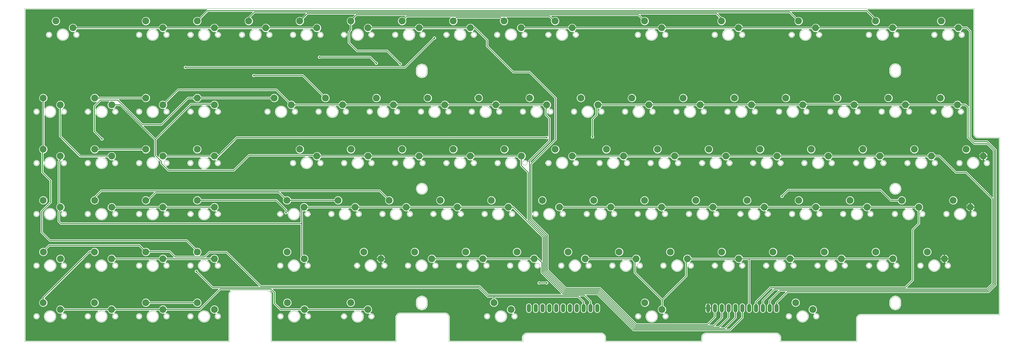
<source format=gtl>
G75*
%MOIN*%
%OFA0B0*%
%FSLAX25Y25*%
%IPPOS*%
%LPD*%
%AMOC8*
5,1,8,0,0,1.08239X$1,22.5*
%
%ADD10C,0.00394*%
%ADD11C,0.10000*%
%ADD12C,0.00000*%
%ADD13C,0.06000*%
%ADD14C,0.01000*%
%ADD15C,0.02600*%
%ADD16C,0.01200*%
D10*
X0003000Y0003833D02*
X0302213Y0003833D01*
X0302213Y0072731D01*
X0302212Y0072731D02*
X0302214Y0072883D01*
X0302220Y0073035D01*
X0302230Y0073187D01*
X0302243Y0073338D01*
X0302261Y0073489D01*
X0302282Y0073640D01*
X0302308Y0073790D01*
X0302337Y0073939D01*
X0302370Y0074088D01*
X0302407Y0074235D01*
X0302447Y0074382D01*
X0302492Y0074527D01*
X0302540Y0074671D01*
X0302592Y0074814D01*
X0302647Y0074956D01*
X0302706Y0075096D01*
X0302769Y0075235D01*
X0302835Y0075372D01*
X0302905Y0075507D01*
X0302978Y0075640D01*
X0303055Y0075771D01*
X0303135Y0075901D01*
X0303218Y0076028D01*
X0303304Y0076153D01*
X0303394Y0076276D01*
X0303487Y0076396D01*
X0303583Y0076514D01*
X0303682Y0076630D01*
X0303784Y0076743D01*
X0303888Y0076853D01*
X0303996Y0076961D01*
X0304106Y0077065D01*
X0304219Y0077167D01*
X0304335Y0077266D01*
X0304453Y0077362D01*
X0304573Y0077455D01*
X0304696Y0077545D01*
X0304821Y0077631D01*
X0304948Y0077714D01*
X0305078Y0077794D01*
X0305209Y0077871D01*
X0305342Y0077944D01*
X0305477Y0078014D01*
X0305614Y0078080D01*
X0305753Y0078143D01*
X0305893Y0078202D01*
X0306035Y0078257D01*
X0306178Y0078309D01*
X0306322Y0078357D01*
X0306467Y0078402D01*
X0306614Y0078442D01*
X0306761Y0078479D01*
X0306910Y0078512D01*
X0307059Y0078541D01*
X0307209Y0078567D01*
X0307360Y0078588D01*
X0307511Y0078606D01*
X0307662Y0078619D01*
X0307814Y0078629D01*
X0307966Y0078635D01*
X0308118Y0078637D01*
X0308118Y0078636D02*
X0357331Y0078636D01*
X0357331Y0078637D02*
X0357483Y0078635D01*
X0357635Y0078629D01*
X0357787Y0078619D01*
X0357938Y0078606D01*
X0358089Y0078588D01*
X0358240Y0078567D01*
X0358390Y0078541D01*
X0358539Y0078512D01*
X0358688Y0078479D01*
X0358835Y0078442D01*
X0358982Y0078402D01*
X0359127Y0078357D01*
X0359271Y0078309D01*
X0359414Y0078257D01*
X0359556Y0078202D01*
X0359696Y0078143D01*
X0359835Y0078080D01*
X0359972Y0078014D01*
X0360107Y0077944D01*
X0360240Y0077871D01*
X0360371Y0077794D01*
X0360501Y0077714D01*
X0360628Y0077631D01*
X0360753Y0077545D01*
X0360876Y0077455D01*
X0360996Y0077362D01*
X0361114Y0077266D01*
X0361230Y0077167D01*
X0361343Y0077065D01*
X0361453Y0076961D01*
X0361561Y0076853D01*
X0361665Y0076743D01*
X0361767Y0076630D01*
X0361866Y0076514D01*
X0361962Y0076396D01*
X0362055Y0076276D01*
X0362145Y0076153D01*
X0362231Y0076028D01*
X0362314Y0075901D01*
X0362394Y0075771D01*
X0362471Y0075640D01*
X0362544Y0075507D01*
X0362614Y0075372D01*
X0362680Y0075235D01*
X0362743Y0075096D01*
X0362802Y0074956D01*
X0362857Y0074814D01*
X0362909Y0074671D01*
X0362957Y0074527D01*
X0363002Y0074382D01*
X0363042Y0074235D01*
X0363079Y0074088D01*
X0363112Y0073939D01*
X0363141Y0073790D01*
X0363167Y0073640D01*
X0363188Y0073489D01*
X0363206Y0073338D01*
X0363219Y0073187D01*
X0363229Y0073035D01*
X0363235Y0072883D01*
X0363237Y0072731D01*
X0363236Y0072731D02*
X0363236Y0003833D01*
X0546307Y0003833D01*
X0546307Y0039266D01*
X0546309Y0039418D01*
X0546315Y0039570D01*
X0546325Y0039722D01*
X0546338Y0039873D01*
X0546356Y0040024D01*
X0546377Y0040175D01*
X0546403Y0040325D01*
X0546432Y0040474D01*
X0546465Y0040623D01*
X0546502Y0040770D01*
X0546542Y0040917D01*
X0546587Y0041062D01*
X0546635Y0041206D01*
X0546687Y0041349D01*
X0546742Y0041491D01*
X0546801Y0041631D01*
X0546864Y0041770D01*
X0546930Y0041907D01*
X0547000Y0042042D01*
X0547073Y0042175D01*
X0547150Y0042306D01*
X0547230Y0042436D01*
X0547313Y0042563D01*
X0547399Y0042688D01*
X0547489Y0042811D01*
X0547582Y0042931D01*
X0547678Y0043049D01*
X0547777Y0043165D01*
X0547879Y0043278D01*
X0547983Y0043388D01*
X0548091Y0043496D01*
X0548201Y0043600D01*
X0548314Y0043702D01*
X0548430Y0043801D01*
X0548548Y0043897D01*
X0548668Y0043990D01*
X0548791Y0044080D01*
X0548916Y0044166D01*
X0549043Y0044249D01*
X0549173Y0044329D01*
X0549304Y0044406D01*
X0549437Y0044479D01*
X0549572Y0044549D01*
X0549709Y0044615D01*
X0549848Y0044678D01*
X0549988Y0044737D01*
X0550130Y0044792D01*
X0550273Y0044844D01*
X0550417Y0044892D01*
X0550562Y0044937D01*
X0550709Y0044977D01*
X0550856Y0045014D01*
X0551005Y0045047D01*
X0551154Y0045076D01*
X0551304Y0045102D01*
X0551455Y0045123D01*
X0551606Y0045141D01*
X0551757Y0045154D01*
X0551909Y0045164D01*
X0552061Y0045170D01*
X0552213Y0045172D01*
X0617173Y0045172D01*
X0617325Y0045170D01*
X0617477Y0045164D01*
X0617629Y0045154D01*
X0617780Y0045141D01*
X0617931Y0045123D01*
X0618082Y0045102D01*
X0618232Y0045076D01*
X0618381Y0045047D01*
X0618530Y0045014D01*
X0618677Y0044977D01*
X0618824Y0044937D01*
X0618969Y0044892D01*
X0619113Y0044844D01*
X0619256Y0044792D01*
X0619398Y0044737D01*
X0619538Y0044678D01*
X0619677Y0044615D01*
X0619814Y0044549D01*
X0619949Y0044479D01*
X0620082Y0044406D01*
X0620213Y0044329D01*
X0620343Y0044249D01*
X0620470Y0044166D01*
X0620595Y0044080D01*
X0620718Y0043990D01*
X0620838Y0043897D01*
X0620956Y0043801D01*
X0621072Y0043702D01*
X0621185Y0043600D01*
X0621295Y0043496D01*
X0621403Y0043388D01*
X0621507Y0043278D01*
X0621609Y0043165D01*
X0621708Y0043049D01*
X0621804Y0042931D01*
X0621897Y0042811D01*
X0621987Y0042688D01*
X0622073Y0042563D01*
X0622156Y0042436D01*
X0622236Y0042306D01*
X0622313Y0042175D01*
X0622386Y0042042D01*
X0622456Y0041907D01*
X0622522Y0041770D01*
X0622585Y0041631D01*
X0622644Y0041491D01*
X0622699Y0041349D01*
X0622751Y0041206D01*
X0622799Y0041062D01*
X0622844Y0040917D01*
X0622884Y0040770D01*
X0622921Y0040623D01*
X0622954Y0040474D01*
X0622983Y0040325D01*
X0623009Y0040175D01*
X0623030Y0040024D01*
X0623048Y0039873D01*
X0623061Y0039722D01*
X0623071Y0039570D01*
X0623077Y0039418D01*
X0623079Y0039266D01*
X0623079Y0003833D01*
X0731346Y0003833D01*
X0731346Y0009739D01*
X0731348Y0009891D01*
X0731354Y0010043D01*
X0731364Y0010195D01*
X0731377Y0010346D01*
X0731395Y0010497D01*
X0731416Y0010648D01*
X0731442Y0010798D01*
X0731471Y0010947D01*
X0731504Y0011096D01*
X0731541Y0011243D01*
X0731581Y0011390D01*
X0731626Y0011535D01*
X0731674Y0011679D01*
X0731726Y0011822D01*
X0731781Y0011964D01*
X0731840Y0012104D01*
X0731903Y0012243D01*
X0731969Y0012380D01*
X0732039Y0012515D01*
X0732112Y0012648D01*
X0732189Y0012779D01*
X0732269Y0012909D01*
X0732352Y0013036D01*
X0732438Y0013161D01*
X0732528Y0013284D01*
X0732621Y0013404D01*
X0732717Y0013522D01*
X0732816Y0013638D01*
X0732918Y0013751D01*
X0733022Y0013861D01*
X0733130Y0013969D01*
X0733240Y0014073D01*
X0733353Y0014175D01*
X0733469Y0014274D01*
X0733587Y0014370D01*
X0733707Y0014463D01*
X0733830Y0014553D01*
X0733955Y0014639D01*
X0734082Y0014722D01*
X0734212Y0014802D01*
X0734343Y0014879D01*
X0734476Y0014952D01*
X0734611Y0015022D01*
X0734748Y0015088D01*
X0734887Y0015151D01*
X0735027Y0015210D01*
X0735169Y0015265D01*
X0735312Y0015317D01*
X0735456Y0015365D01*
X0735601Y0015410D01*
X0735748Y0015450D01*
X0735895Y0015487D01*
X0736044Y0015520D01*
X0736193Y0015549D01*
X0736343Y0015575D01*
X0736494Y0015596D01*
X0736645Y0015614D01*
X0736796Y0015627D01*
X0736948Y0015637D01*
X0737100Y0015643D01*
X0737252Y0015645D01*
X0737252Y0015644D02*
X0845520Y0015644D01*
X0845520Y0015645D02*
X0845672Y0015643D01*
X0845824Y0015637D01*
X0845976Y0015627D01*
X0846127Y0015614D01*
X0846278Y0015596D01*
X0846429Y0015575D01*
X0846579Y0015549D01*
X0846728Y0015520D01*
X0846877Y0015487D01*
X0847024Y0015450D01*
X0847171Y0015410D01*
X0847316Y0015365D01*
X0847460Y0015317D01*
X0847603Y0015265D01*
X0847745Y0015210D01*
X0847885Y0015151D01*
X0848024Y0015088D01*
X0848161Y0015022D01*
X0848296Y0014952D01*
X0848429Y0014879D01*
X0848560Y0014802D01*
X0848690Y0014722D01*
X0848817Y0014639D01*
X0848942Y0014553D01*
X0849065Y0014463D01*
X0849185Y0014370D01*
X0849303Y0014274D01*
X0849419Y0014175D01*
X0849532Y0014073D01*
X0849642Y0013969D01*
X0849750Y0013861D01*
X0849854Y0013751D01*
X0849956Y0013638D01*
X0850055Y0013522D01*
X0850151Y0013404D01*
X0850244Y0013284D01*
X0850334Y0013161D01*
X0850420Y0013036D01*
X0850503Y0012909D01*
X0850583Y0012779D01*
X0850660Y0012648D01*
X0850733Y0012515D01*
X0850803Y0012380D01*
X0850869Y0012243D01*
X0850932Y0012104D01*
X0850991Y0011964D01*
X0851046Y0011822D01*
X0851098Y0011679D01*
X0851146Y0011535D01*
X0851191Y0011390D01*
X0851231Y0011243D01*
X0851268Y0011096D01*
X0851301Y0010947D01*
X0851330Y0010798D01*
X0851356Y0010648D01*
X0851377Y0010497D01*
X0851395Y0010346D01*
X0851408Y0010195D01*
X0851418Y0010043D01*
X0851424Y0009891D01*
X0851426Y0009739D01*
X0851425Y0009739D02*
X0851425Y0003833D01*
X0993157Y0003833D01*
X0993157Y0009739D01*
X0993159Y0009891D01*
X0993165Y0010043D01*
X0993175Y0010195D01*
X0993188Y0010346D01*
X0993206Y0010497D01*
X0993227Y0010648D01*
X0993253Y0010798D01*
X0993282Y0010947D01*
X0993315Y0011096D01*
X0993352Y0011243D01*
X0993392Y0011390D01*
X0993437Y0011535D01*
X0993485Y0011679D01*
X0993537Y0011822D01*
X0993592Y0011964D01*
X0993651Y0012104D01*
X0993714Y0012243D01*
X0993780Y0012380D01*
X0993850Y0012515D01*
X0993923Y0012648D01*
X0994000Y0012779D01*
X0994080Y0012909D01*
X0994163Y0013036D01*
X0994249Y0013161D01*
X0994339Y0013284D01*
X0994432Y0013404D01*
X0994528Y0013522D01*
X0994627Y0013638D01*
X0994729Y0013751D01*
X0994833Y0013861D01*
X0994941Y0013969D01*
X0995051Y0014073D01*
X0995164Y0014175D01*
X0995280Y0014274D01*
X0995398Y0014370D01*
X0995518Y0014463D01*
X0995641Y0014553D01*
X0995766Y0014639D01*
X0995893Y0014722D01*
X0996023Y0014802D01*
X0996154Y0014879D01*
X0996287Y0014952D01*
X0996422Y0015022D01*
X0996559Y0015088D01*
X0996698Y0015151D01*
X0996838Y0015210D01*
X0996980Y0015265D01*
X0997123Y0015317D01*
X0997267Y0015365D01*
X0997412Y0015410D01*
X0997559Y0015450D01*
X0997706Y0015487D01*
X0997855Y0015520D01*
X0998004Y0015549D01*
X0998154Y0015575D01*
X0998305Y0015596D01*
X0998456Y0015614D01*
X0998607Y0015627D01*
X0998759Y0015637D01*
X0998911Y0015643D01*
X0999063Y0015645D01*
X0999063Y0015644D02*
X1101425Y0015644D01*
X1101425Y0015645D02*
X1101577Y0015643D01*
X1101729Y0015637D01*
X1101881Y0015627D01*
X1102032Y0015614D01*
X1102183Y0015596D01*
X1102334Y0015575D01*
X1102484Y0015549D01*
X1102633Y0015520D01*
X1102782Y0015487D01*
X1102929Y0015450D01*
X1103076Y0015410D01*
X1103221Y0015365D01*
X1103365Y0015317D01*
X1103508Y0015265D01*
X1103650Y0015210D01*
X1103790Y0015151D01*
X1103929Y0015088D01*
X1104066Y0015022D01*
X1104201Y0014952D01*
X1104334Y0014879D01*
X1104465Y0014802D01*
X1104595Y0014722D01*
X1104722Y0014639D01*
X1104847Y0014553D01*
X1104970Y0014463D01*
X1105090Y0014370D01*
X1105208Y0014274D01*
X1105324Y0014175D01*
X1105437Y0014073D01*
X1105547Y0013969D01*
X1105655Y0013861D01*
X1105759Y0013751D01*
X1105861Y0013638D01*
X1105960Y0013522D01*
X1106056Y0013404D01*
X1106149Y0013284D01*
X1106239Y0013161D01*
X1106325Y0013036D01*
X1106408Y0012909D01*
X1106488Y0012779D01*
X1106565Y0012648D01*
X1106638Y0012515D01*
X1106708Y0012380D01*
X1106774Y0012243D01*
X1106837Y0012104D01*
X1106896Y0011964D01*
X1106951Y0011822D01*
X1107003Y0011679D01*
X1107051Y0011535D01*
X1107096Y0011390D01*
X1107136Y0011243D01*
X1107173Y0011096D01*
X1107206Y0010947D01*
X1107235Y0010798D01*
X1107261Y0010648D01*
X1107282Y0010497D01*
X1107300Y0010346D01*
X1107313Y0010195D01*
X1107323Y0010043D01*
X1107329Y0009891D01*
X1107331Y0009739D01*
X1107331Y0003833D01*
X1219535Y0003833D01*
X1219535Y0037298D01*
X1219537Y0037450D01*
X1219543Y0037602D01*
X1219553Y0037754D01*
X1219566Y0037905D01*
X1219584Y0038056D01*
X1219605Y0038207D01*
X1219631Y0038357D01*
X1219660Y0038506D01*
X1219693Y0038655D01*
X1219730Y0038802D01*
X1219770Y0038949D01*
X1219815Y0039094D01*
X1219863Y0039238D01*
X1219915Y0039381D01*
X1219970Y0039523D01*
X1220029Y0039663D01*
X1220092Y0039802D01*
X1220158Y0039939D01*
X1220228Y0040074D01*
X1220301Y0040207D01*
X1220378Y0040338D01*
X1220458Y0040468D01*
X1220541Y0040595D01*
X1220627Y0040720D01*
X1220717Y0040843D01*
X1220810Y0040963D01*
X1220906Y0041081D01*
X1221005Y0041197D01*
X1221107Y0041310D01*
X1221211Y0041420D01*
X1221319Y0041528D01*
X1221429Y0041632D01*
X1221542Y0041734D01*
X1221658Y0041833D01*
X1221776Y0041929D01*
X1221896Y0042022D01*
X1222019Y0042112D01*
X1222144Y0042198D01*
X1222271Y0042281D01*
X1222401Y0042361D01*
X1222532Y0042438D01*
X1222665Y0042511D01*
X1222800Y0042581D01*
X1222937Y0042647D01*
X1223076Y0042710D01*
X1223216Y0042769D01*
X1223358Y0042824D01*
X1223501Y0042876D01*
X1223645Y0042924D01*
X1223790Y0042969D01*
X1223937Y0043009D01*
X1224084Y0043046D01*
X1224233Y0043079D01*
X1224382Y0043108D01*
X1224532Y0043134D01*
X1224683Y0043155D01*
X1224834Y0043173D01*
X1224985Y0043186D01*
X1225137Y0043196D01*
X1225289Y0043202D01*
X1225441Y0043204D01*
X1225441Y0043203D02*
X1428197Y0043203D01*
X1428197Y0303046D01*
X1396701Y0303046D01*
X1396701Y0303045D02*
X1396549Y0303047D01*
X1396397Y0303053D01*
X1396245Y0303063D01*
X1396094Y0303076D01*
X1395943Y0303094D01*
X1395792Y0303115D01*
X1395642Y0303141D01*
X1395493Y0303170D01*
X1395344Y0303203D01*
X1395197Y0303240D01*
X1395050Y0303280D01*
X1394905Y0303325D01*
X1394761Y0303373D01*
X1394618Y0303425D01*
X1394476Y0303480D01*
X1394336Y0303539D01*
X1394197Y0303602D01*
X1394060Y0303668D01*
X1393925Y0303738D01*
X1393792Y0303811D01*
X1393661Y0303888D01*
X1393531Y0303968D01*
X1393404Y0304051D01*
X1393279Y0304137D01*
X1393156Y0304227D01*
X1393036Y0304320D01*
X1392918Y0304416D01*
X1392802Y0304515D01*
X1392689Y0304617D01*
X1392579Y0304721D01*
X1392471Y0304829D01*
X1392367Y0304939D01*
X1392265Y0305052D01*
X1392166Y0305168D01*
X1392070Y0305286D01*
X1391977Y0305406D01*
X1391887Y0305529D01*
X1391801Y0305654D01*
X1391718Y0305781D01*
X1391638Y0305911D01*
X1391561Y0306042D01*
X1391488Y0306175D01*
X1391418Y0306310D01*
X1391352Y0306447D01*
X1391289Y0306586D01*
X1391230Y0306726D01*
X1391175Y0306868D01*
X1391123Y0307011D01*
X1391075Y0307155D01*
X1391030Y0307300D01*
X1390990Y0307447D01*
X1390953Y0307594D01*
X1390920Y0307743D01*
X1390891Y0307892D01*
X1390865Y0308042D01*
X1390844Y0308193D01*
X1390826Y0308344D01*
X1390813Y0308495D01*
X1390803Y0308647D01*
X1390797Y0308799D01*
X1390795Y0308951D01*
X1390795Y0492022D01*
X0003000Y0492022D01*
X0003000Y0003833D01*
X0576228Y0058557D02*
X0576228Y0062494D01*
X0576229Y0062494D02*
X0576231Y0062671D01*
X0576238Y0062849D01*
X0576248Y0063026D01*
X0576264Y0063202D01*
X0576283Y0063379D01*
X0576307Y0063554D01*
X0576335Y0063730D01*
X0576367Y0063904D01*
X0576403Y0064078D01*
X0576444Y0064250D01*
X0576489Y0064422D01*
X0576538Y0064592D01*
X0576591Y0064761D01*
X0576648Y0064929D01*
X0576710Y0065096D01*
X0576775Y0065261D01*
X0576844Y0065424D01*
X0576918Y0065585D01*
X0576995Y0065745D01*
X0577076Y0065903D01*
X0577161Y0066058D01*
X0577250Y0066212D01*
X0577342Y0066363D01*
X0577438Y0066513D01*
X0577538Y0066659D01*
X0577641Y0066803D01*
X0577748Y0066945D01*
X0577858Y0067084D01*
X0577971Y0067221D01*
X0578088Y0067354D01*
X0578208Y0067485D01*
X0578331Y0067612D01*
X0578457Y0067737D01*
X0578586Y0067859D01*
X0578718Y0067977D01*
X0578853Y0068092D01*
X0578991Y0068204D01*
X0579131Y0068312D01*
X0579274Y0068417D01*
X0579420Y0068519D01*
X0579568Y0068616D01*
X0579718Y0068711D01*
X0579871Y0068801D01*
X0580025Y0068888D01*
X0580182Y0068971D01*
X0580341Y0069050D01*
X0580501Y0069126D01*
X0580664Y0069197D01*
X0580828Y0069264D01*
X0580993Y0069328D01*
X0581160Y0069387D01*
X0581329Y0069442D01*
X0581499Y0069493D01*
X0581670Y0069540D01*
X0581842Y0069583D01*
X0582015Y0069622D01*
X0582189Y0069656D01*
X0582364Y0069686D01*
X0582539Y0069712D01*
X0582715Y0069733D01*
X0582892Y0069751D01*
X0583069Y0069764D01*
X0583246Y0069772D01*
X0583423Y0069776D01*
X0583601Y0069776D01*
X0583778Y0069772D01*
X0583955Y0069764D01*
X0584132Y0069751D01*
X0584309Y0069733D01*
X0584485Y0069712D01*
X0584660Y0069686D01*
X0584835Y0069656D01*
X0585009Y0069622D01*
X0585182Y0069583D01*
X0585354Y0069540D01*
X0585525Y0069493D01*
X0585695Y0069442D01*
X0585864Y0069387D01*
X0586031Y0069328D01*
X0586196Y0069264D01*
X0586360Y0069197D01*
X0586523Y0069126D01*
X0586683Y0069050D01*
X0586842Y0068971D01*
X0586999Y0068888D01*
X0587154Y0068801D01*
X0587306Y0068711D01*
X0587456Y0068616D01*
X0587604Y0068519D01*
X0587750Y0068417D01*
X0587893Y0068312D01*
X0588033Y0068204D01*
X0588171Y0068092D01*
X0588306Y0067977D01*
X0588438Y0067859D01*
X0588567Y0067737D01*
X0588693Y0067612D01*
X0588816Y0067485D01*
X0588936Y0067354D01*
X0589053Y0067221D01*
X0589166Y0067084D01*
X0589276Y0066945D01*
X0589383Y0066803D01*
X0589486Y0066659D01*
X0589586Y0066513D01*
X0589682Y0066363D01*
X0589774Y0066212D01*
X0589863Y0066058D01*
X0589948Y0065903D01*
X0590029Y0065745D01*
X0590106Y0065585D01*
X0590180Y0065424D01*
X0590249Y0065261D01*
X0590314Y0065096D01*
X0590376Y0064929D01*
X0590433Y0064761D01*
X0590486Y0064592D01*
X0590535Y0064422D01*
X0590580Y0064250D01*
X0590621Y0064078D01*
X0590657Y0063904D01*
X0590689Y0063730D01*
X0590717Y0063554D01*
X0590741Y0063379D01*
X0590760Y0063202D01*
X0590776Y0063026D01*
X0590786Y0062849D01*
X0590793Y0062671D01*
X0590795Y0062494D01*
X0590795Y0058557D01*
X0590793Y0058380D01*
X0590786Y0058202D01*
X0590776Y0058025D01*
X0590760Y0057849D01*
X0590741Y0057672D01*
X0590717Y0057497D01*
X0590689Y0057321D01*
X0590657Y0057147D01*
X0590621Y0056973D01*
X0590580Y0056801D01*
X0590535Y0056629D01*
X0590486Y0056459D01*
X0590433Y0056290D01*
X0590376Y0056122D01*
X0590314Y0055955D01*
X0590249Y0055790D01*
X0590180Y0055627D01*
X0590106Y0055466D01*
X0590029Y0055306D01*
X0589948Y0055148D01*
X0589863Y0054993D01*
X0589774Y0054839D01*
X0589682Y0054688D01*
X0589586Y0054538D01*
X0589486Y0054392D01*
X0589383Y0054248D01*
X0589276Y0054106D01*
X0589166Y0053967D01*
X0589053Y0053830D01*
X0588936Y0053697D01*
X0588816Y0053566D01*
X0588693Y0053439D01*
X0588567Y0053314D01*
X0588438Y0053192D01*
X0588306Y0053074D01*
X0588171Y0052959D01*
X0588033Y0052847D01*
X0587893Y0052739D01*
X0587750Y0052634D01*
X0587604Y0052532D01*
X0587456Y0052435D01*
X0587306Y0052340D01*
X0587154Y0052250D01*
X0586999Y0052163D01*
X0586842Y0052080D01*
X0586683Y0052001D01*
X0586523Y0051925D01*
X0586360Y0051854D01*
X0586196Y0051787D01*
X0586031Y0051723D01*
X0585864Y0051664D01*
X0585695Y0051609D01*
X0585525Y0051558D01*
X0585354Y0051511D01*
X0585182Y0051468D01*
X0585009Y0051429D01*
X0584835Y0051395D01*
X0584660Y0051365D01*
X0584485Y0051339D01*
X0584309Y0051318D01*
X0584132Y0051300D01*
X0583955Y0051287D01*
X0583778Y0051279D01*
X0583601Y0051275D01*
X0583423Y0051275D01*
X0583246Y0051279D01*
X0583069Y0051287D01*
X0582892Y0051300D01*
X0582715Y0051318D01*
X0582539Y0051339D01*
X0582364Y0051365D01*
X0582189Y0051395D01*
X0582015Y0051429D01*
X0581842Y0051468D01*
X0581670Y0051511D01*
X0581499Y0051558D01*
X0581329Y0051609D01*
X0581160Y0051664D01*
X0580993Y0051723D01*
X0580828Y0051787D01*
X0580664Y0051854D01*
X0580501Y0051925D01*
X0580341Y0052001D01*
X0580182Y0052080D01*
X0580025Y0052163D01*
X0579871Y0052250D01*
X0579718Y0052340D01*
X0579568Y0052435D01*
X0579420Y0052532D01*
X0579274Y0052634D01*
X0579131Y0052739D01*
X0578991Y0052847D01*
X0578853Y0052959D01*
X0578718Y0053074D01*
X0578586Y0053192D01*
X0578457Y0053314D01*
X0578331Y0053439D01*
X0578208Y0053566D01*
X0578088Y0053697D01*
X0577971Y0053830D01*
X0577858Y0053967D01*
X0577748Y0054106D01*
X0577641Y0054248D01*
X0577538Y0054392D01*
X0577438Y0054538D01*
X0577342Y0054688D01*
X0577250Y0054839D01*
X0577161Y0054993D01*
X0577076Y0055148D01*
X0576995Y0055306D01*
X0576918Y0055466D01*
X0576844Y0055627D01*
X0576775Y0055790D01*
X0576710Y0055955D01*
X0576648Y0056122D01*
X0576591Y0056290D01*
X0576538Y0056459D01*
X0576489Y0056629D01*
X0576444Y0056801D01*
X0576403Y0056973D01*
X0576367Y0057147D01*
X0576335Y0057321D01*
X0576307Y0057497D01*
X0576283Y0057672D01*
X0576264Y0057849D01*
X0576248Y0058025D01*
X0576238Y0058202D01*
X0576231Y0058380D01*
X0576229Y0058557D01*
X0576130Y0227849D02*
X0576132Y0228033D01*
X0576139Y0228216D01*
X0576150Y0228399D01*
X0576166Y0228582D01*
X0576186Y0228765D01*
X0576211Y0228947D01*
X0576240Y0229128D01*
X0576274Y0229308D01*
X0576312Y0229488D01*
X0576354Y0229666D01*
X0576401Y0229844D01*
X0576452Y0230020D01*
X0576508Y0230195D01*
X0576567Y0230369D01*
X0576631Y0230541D01*
X0576699Y0230711D01*
X0576772Y0230880D01*
X0576848Y0231047D01*
X0576929Y0231212D01*
X0577013Y0231375D01*
X0577102Y0231536D01*
X0577194Y0231694D01*
X0577290Y0231851D01*
X0577391Y0232005D01*
X0577494Y0232156D01*
X0577602Y0232305D01*
X0577713Y0232451D01*
X0577828Y0232594D01*
X0577946Y0232735D01*
X0578068Y0232872D01*
X0578193Y0233007D01*
X0578321Y0233138D01*
X0578452Y0233266D01*
X0578587Y0233391D01*
X0578724Y0233513D01*
X0578865Y0233631D01*
X0579008Y0233746D01*
X0579154Y0233857D01*
X0579303Y0233965D01*
X0579454Y0234068D01*
X0579608Y0234169D01*
X0579765Y0234265D01*
X0579923Y0234357D01*
X0580084Y0234446D01*
X0580247Y0234530D01*
X0580412Y0234611D01*
X0580579Y0234687D01*
X0580748Y0234760D01*
X0580918Y0234828D01*
X0581090Y0234892D01*
X0581264Y0234951D01*
X0581439Y0235007D01*
X0581615Y0235058D01*
X0581793Y0235105D01*
X0581971Y0235147D01*
X0582151Y0235185D01*
X0582331Y0235219D01*
X0582512Y0235248D01*
X0582694Y0235273D01*
X0582877Y0235293D01*
X0583060Y0235309D01*
X0583243Y0235320D01*
X0583426Y0235327D01*
X0583610Y0235329D01*
X0583794Y0235327D01*
X0583977Y0235320D01*
X0584160Y0235309D01*
X0584343Y0235293D01*
X0584526Y0235273D01*
X0584708Y0235248D01*
X0584889Y0235219D01*
X0585069Y0235185D01*
X0585249Y0235147D01*
X0585427Y0235105D01*
X0585605Y0235058D01*
X0585781Y0235007D01*
X0585956Y0234951D01*
X0586130Y0234892D01*
X0586302Y0234828D01*
X0586472Y0234760D01*
X0586641Y0234687D01*
X0586808Y0234611D01*
X0586973Y0234530D01*
X0587136Y0234446D01*
X0587297Y0234357D01*
X0587455Y0234265D01*
X0587612Y0234169D01*
X0587766Y0234068D01*
X0587917Y0233965D01*
X0588066Y0233857D01*
X0588212Y0233746D01*
X0588355Y0233631D01*
X0588496Y0233513D01*
X0588633Y0233391D01*
X0588768Y0233266D01*
X0588899Y0233138D01*
X0589027Y0233007D01*
X0589152Y0232872D01*
X0589274Y0232735D01*
X0589392Y0232594D01*
X0589507Y0232451D01*
X0589618Y0232305D01*
X0589726Y0232156D01*
X0589829Y0232005D01*
X0589930Y0231851D01*
X0590026Y0231694D01*
X0590118Y0231536D01*
X0590207Y0231375D01*
X0590291Y0231212D01*
X0590372Y0231047D01*
X0590448Y0230880D01*
X0590521Y0230711D01*
X0590589Y0230541D01*
X0590653Y0230369D01*
X0590712Y0230195D01*
X0590768Y0230020D01*
X0590819Y0229844D01*
X0590866Y0229666D01*
X0590908Y0229488D01*
X0590946Y0229308D01*
X0590980Y0229128D01*
X0591009Y0228947D01*
X0591034Y0228765D01*
X0591054Y0228582D01*
X0591070Y0228399D01*
X0591081Y0228216D01*
X0591088Y0228033D01*
X0591090Y0227849D01*
X0591088Y0227665D01*
X0591081Y0227482D01*
X0591070Y0227299D01*
X0591054Y0227116D01*
X0591034Y0226933D01*
X0591009Y0226751D01*
X0590980Y0226570D01*
X0590946Y0226390D01*
X0590908Y0226210D01*
X0590866Y0226032D01*
X0590819Y0225854D01*
X0590768Y0225678D01*
X0590712Y0225503D01*
X0590653Y0225329D01*
X0590589Y0225157D01*
X0590521Y0224987D01*
X0590448Y0224818D01*
X0590372Y0224651D01*
X0590291Y0224486D01*
X0590207Y0224323D01*
X0590118Y0224162D01*
X0590026Y0224004D01*
X0589930Y0223847D01*
X0589829Y0223693D01*
X0589726Y0223542D01*
X0589618Y0223393D01*
X0589507Y0223247D01*
X0589392Y0223104D01*
X0589274Y0222963D01*
X0589152Y0222826D01*
X0589027Y0222691D01*
X0588899Y0222560D01*
X0588768Y0222432D01*
X0588633Y0222307D01*
X0588496Y0222185D01*
X0588355Y0222067D01*
X0588212Y0221952D01*
X0588066Y0221841D01*
X0587917Y0221733D01*
X0587766Y0221630D01*
X0587612Y0221529D01*
X0587455Y0221433D01*
X0587297Y0221341D01*
X0587136Y0221252D01*
X0586973Y0221168D01*
X0586808Y0221087D01*
X0586641Y0221011D01*
X0586472Y0220938D01*
X0586302Y0220870D01*
X0586130Y0220806D01*
X0585956Y0220747D01*
X0585781Y0220691D01*
X0585605Y0220640D01*
X0585427Y0220593D01*
X0585249Y0220551D01*
X0585069Y0220513D01*
X0584889Y0220479D01*
X0584708Y0220450D01*
X0584526Y0220425D01*
X0584343Y0220405D01*
X0584160Y0220389D01*
X0583977Y0220378D01*
X0583794Y0220371D01*
X0583610Y0220369D01*
X0583426Y0220371D01*
X0583243Y0220378D01*
X0583060Y0220389D01*
X0582877Y0220405D01*
X0582694Y0220425D01*
X0582512Y0220450D01*
X0582331Y0220479D01*
X0582151Y0220513D01*
X0581971Y0220551D01*
X0581793Y0220593D01*
X0581615Y0220640D01*
X0581439Y0220691D01*
X0581264Y0220747D01*
X0581090Y0220806D01*
X0580918Y0220870D01*
X0580748Y0220938D01*
X0580579Y0221011D01*
X0580412Y0221087D01*
X0580247Y0221168D01*
X0580084Y0221252D01*
X0579923Y0221341D01*
X0579765Y0221433D01*
X0579608Y0221529D01*
X0579454Y0221630D01*
X0579303Y0221733D01*
X0579154Y0221841D01*
X0579008Y0221952D01*
X0578865Y0222067D01*
X0578724Y0222185D01*
X0578587Y0222307D01*
X0578452Y0222432D01*
X0578321Y0222560D01*
X0578193Y0222691D01*
X0578068Y0222826D01*
X0577946Y0222963D01*
X0577828Y0223104D01*
X0577713Y0223247D01*
X0577602Y0223393D01*
X0577494Y0223542D01*
X0577391Y0223693D01*
X0577290Y0223847D01*
X0577194Y0224004D01*
X0577102Y0224162D01*
X0577013Y0224323D01*
X0576929Y0224486D01*
X0576848Y0224651D01*
X0576772Y0224818D01*
X0576699Y0224987D01*
X0576631Y0225157D01*
X0576567Y0225329D01*
X0576508Y0225503D01*
X0576452Y0225678D01*
X0576401Y0225854D01*
X0576354Y0226032D01*
X0576312Y0226210D01*
X0576274Y0226390D01*
X0576240Y0226570D01*
X0576211Y0226751D01*
X0576186Y0226933D01*
X0576166Y0227116D01*
X0576150Y0227299D01*
X0576139Y0227482D01*
X0576132Y0227665D01*
X0576130Y0227849D01*
X0576228Y0398715D02*
X0576228Y0402652D01*
X0576229Y0402652D02*
X0576231Y0402829D01*
X0576238Y0403007D01*
X0576248Y0403184D01*
X0576264Y0403360D01*
X0576283Y0403537D01*
X0576307Y0403712D01*
X0576335Y0403888D01*
X0576367Y0404062D01*
X0576403Y0404236D01*
X0576444Y0404408D01*
X0576489Y0404580D01*
X0576538Y0404750D01*
X0576591Y0404919D01*
X0576648Y0405087D01*
X0576710Y0405254D01*
X0576775Y0405419D01*
X0576844Y0405582D01*
X0576918Y0405743D01*
X0576995Y0405903D01*
X0577076Y0406061D01*
X0577161Y0406216D01*
X0577250Y0406370D01*
X0577342Y0406521D01*
X0577438Y0406671D01*
X0577538Y0406817D01*
X0577641Y0406961D01*
X0577748Y0407103D01*
X0577858Y0407242D01*
X0577971Y0407379D01*
X0578088Y0407512D01*
X0578208Y0407643D01*
X0578331Y0407770D01*
X0578457Y0407895D01*
X0578586Y0408017D01*
X0578718Y0408135D01*
X0578853Y0408250D01*
X0578991Y0408362D01*
X0579131Y0408470D01*
X0579274Y0408575D01*
X0579420Y0408677D01*
X0579568Y0408774D01*
X0579718Y0408869D01*
X0579871Y0408959D01*
X0580025Y0409046D01*
X0580182Y0409129D01*
X0580341Y0409208D01*
X0580501Y0409284D01*
X0580664Y0409355D01*
X0580828Y0409422D01*
X0580993Y0409486D01*
X0581160Y0409545D01*
X0581329Y0409600D01*
X0581499Y0409651D01*
X0581670Y0409698D01*
X0581842Y0409741D01*
X0582015Y0409780D01*
X0582189Y0409814D01*
X0582364Y0409844D01*
X0582539Y0409870D01*
X0582715Y0409891D01*
X0582892Y0409909D01*
X0583069Y0409922D01*
X0583246Y0409930D01*
X0583423Y0409934D01*
X0583601Y0409934D01*
X0583778Y0409930D01*
X0583955Y0409922D01*
X0584132Y0409909D01*
X0584309Y0409891D01*
X0584485Y0409870D01*
X0584660Y0409844D01*
X0584835Y0409814D01*
X0585009Y0409780D01*
X0585182Y0409741D01*
X0585354Y0409698D01*
X0585525Y0409651D01*
X0585695Y0409600D01*
X0585864Y0409545D01*
X0586031Y0409486D01*
X0586196Y0409422D01*
X0586360Y0409355D01*
X0586523Y0409284D01*
X0586683Y0409208D01*
X0586842Y0409129D01*
X0586999Y0409046D01*
X0587154Y0408959D01*
X0587306Y0408869D01*
X0587456Y0408774D01*
X0587604Y0408677D01*
X0587750Y0408575D01*
X0587893Y0408470D01*
X0588033Y0408362D01*
X0588171Y0408250D01*
X0588306Y0408135D01*
X0588438Y0408017D01*
X0588567Y0407895D01*
X0588693Y0407770D01*
X0588816Y0407643D01*
X0588936Y0407512D01*
X0589053Y0407379D01*
X0589166Y0407242D01*
X0589276Y0407103D01*
X0589383Y0406961D01*
X0589486Y0406817D01*
X0589586Y0406671D01*
X0589682Y0406521D01*
X0589774Y0406370D01*
X0589863Y0406216D01*
X0589948Y0406061D01*
X0590029Y0405903D01*
X0590106Y0405743D01*
X0590180Y0405582D01*
X0590249Y0405419D01*
X0590314Y0405254D01*
X0590376Y0405087D01*
X0590433Y0404919D01*
X0590486Y0404750D01*
X0590535Y0404580D01*
X0590580Y0404408D01*
X0590621Y0404236D01*
X0590657Y0404062D01*
X0590689Y0403888D01*
X0590717Y0403712D01*
X0590741Y0403537D01*
X0590760Y0403360D01*
X0590776Y0403184D01*
X0590786Y0403007D01*
X0590793Y0402829D01*
X0590795Y0402652D01*
X0590795Y0398715D01*
X0590793Y0398538D01*
X0590786Y0398360D01*
X0590776Y0398183D01*
X0590760Y0398007D01*
X0590741Y0397830D01*
X0590717Y0397655D01*
X0590689Y0397479D01*
X0590657Y0397305D01*
X0590621Y0397131D01*
X0590580Y0396959D01*
X0590535Y0396787D01*
X0590486Y0396617D01*
X0590433Y0396448D01*
X0590376Y0396280D01*
X0590314Y0396113D01*
X0590249Y0395948D01*
X0590180Y0395785D01*
X0590106Y0395624D01*
X0590029Y0395464D01*
X0589948Y0395306D01*
X0589863Y0395151D01*
X0589774Y0394997D01*
X0589682Y0394846D01*
X0589586Y0394696D01*
X0589486Y0394550D01*
X0589383Y0394406D01*
X0589276Y0394264D01*
X0589166Y0394125D01*
X0589053Y0393988D01*
X0588936Y0393855D01*
X0588816Y0393724D01*
X0588693Y0393597D01*
X0588567Y0393472D01*
X0588438Y0393350D01*
X0588306Y0393232D01*
X0588171Y0393117D01*
X0588033Y0393005D01*
X0587893Y0392897D01*
X0587750Y0392792D01*
X0587604Y0392690D01*
X0587456Y0392593D01*
X0587306Y0392498D01*
X0587154Y0392408D01*
X0586999Y0392321D01*
X0586842Y0392238D01*
X0586683Y0392159D01*
X0586523Y0392083D01*
X0586360Y0392012D01*
X0586196Y0391945D01*
X0586031Y0391881D01*
X0585864Y0391822D01*
X0585695Y0391767D01*
X0585525Y0391716D01*
X0585354Y0391669D01*
X0585182Y0391626D01*
X0585009Y0391587D01*
X0584835Y0391553D01*
X0584660Y0391523D01*
X0584485Y0391497D01*
X0584309Y0391476D01*
X0584132Y0391458D01*
X0583955Y0391445D01*
X0583778Y0391437D01*
X0583601Y0391433D01*
X0583423Y0391433D01*
X0583246Y0391437D01*
X0583069Y0391445D01*
X0582892Y0391458D01*
X0582715Y0391476D01*
X0582539Y0391497D01*
X0582364Y0391523D01*
X0582189Y0391553D01*
X0582015Y0391587D01*
X0581842Y0391626D01*
X0581670Y0391669D01*
X0581499Y0391716D01*
X0581329Y0391767D01*
X0581160Y0391822D01*
X0580993Y0391881D01*
X0580828Y0391945D01*
X0580664Y0392012D01*
X0580501Y0392083D01*
X0580341Y0392159D01*
X0580182Y0392238D01*
X0580025Y0392321D01*
X0579871Y0392408D01*
X0579718Y0392498D01*
X0579568Y0392593D01*
X0579420Y0392690D01*
X0579274Y0392792D01*
X0579131Y0392897D01*
X0578991Y0393005D01*
X0578853Y0393117D01*
X0578718Y0393232D01*
X0578586Y0393350D01*
X0578457Y0393472D01*
X0578331Y0393597D01*
X0578208Y0393724D01*
X0578088Y0393855D01*
X0577971Y0393988D01*
X0577858Y0394125D01*
X0577748Y0394264D01*
X0577641Y0394406D01*
X0577538Y0394550D01*
X0577438Y0394696D01*
X0577342Y0394846D01*
X0577250Y0394997D01*
X0577161Y0395151D01*
X0577076Y0395306D01*
X0576995Y0395464D01*
X0576918Y0395624D01*
X0576844Y0395785D01*
X0576775Y0395948D01*
X0576710Y0396113D01*
X0576648Y0396280D01*
X0576591Y0396448D01*
X0576538Y0396617D01*
X0576489Y0396787D01*
X0576444Y0396959D01*
X0576403Y0397131D01*
X0576367Y0397305D01*
X0576335Y0397479D01*
X0576307Y0397655D01*
X0576283Y0397830D01*
X0576264Y0398007D01*
X0576248Y0398183D01*
X0576238Y0398360D01*
X0576231Y0398538D01*
X0576229Y0398715D01*
X1268354Y0399109D02*
X1268354Y0403046D01*
X1268355Y0403046D02*
X1268357Y0403223D01*
X1268364Y0403401D01*
X1268374Y0403578D01*
X1268390Y0403754D01*
X1268409Y0403931D01*
X1268433Y0404106D01*
X1268461Y0404282D01*
X1268493Y0404456D01*
X1268529Y0404630D01*
X1268570Y0404802D01*
X1268615Y0404974D01*
X1268664Y0405144D01*
X1268717Y0405313D01*
X1268774Y0405481D01*
X1268836Y0405648D01*
X1268901Y0405813D01*
X1268970Y0405976D01*
X1269044Y0406137D01*
X1269121Y0406297D01*
X1269202Y0406455D01*
X1269287Y0406610D01*
X1269376Y0406764D01*
X1269468Y0406915D01*
X1269564Y0407065D01*
X1269664Y0407211D01*
X1269767Y0407355D01*
X1269874Y0407497D01*
X1269984Y0407636D01*
X1270097Y0407773D01*
X1270214Y0407906D01*
X1270334Y0408037D01*
X1270457Y0408164D01*
X1270583Y0408289D01*
X1270712Y0408411D01*
X1270844Y0408529D01*
X1270979Y0408644D01*
X1271117Y0408756D01*
X1271257Y0408864D01*
X1271400Y0408969D01*
X1271546Y0409071D01*
X1271694Y0409168D01*
X1271844Y0409263D01*
X1271997Y0409353D01*
X1272151Y0409440D01*
X1272308Y0409523D01*
X1272467Y0409602D01*
X1272627Y0409678D01*
X1272790Y0409749D01*
X1272954Y0409816D01*
X1273119Y0409880D01*
X1273286Y0409939D01*
X1273455Y0409994D01*
X1273625Y0410045D01*
X1273796Y0410092D01*
X1273968Y0410135D01*
X1274141Y0410174D01*
X1274315Y0410208D01*
X1274490Y0410238D01*
X1274665Y0410264D01*
X1274841Y0410285D01*
X1275018Y0410303D01*
X1275195Y0410316D01*
X1275372Y0410324D01*
X1275549Y0410328D01*
X1275727Y0410328D01*
X1275904Y0410324D01*
X1276081Y0410316D01*
X1276258Y0410303D01*
X1276435Y0410285D01*
X1276611Y0410264D01*
X1276786Y0410238D01*
X1276961Y0410208D01*
X1277135Y0410174D01*
X1277308Y0410135D01*
X1277480Y0410092D01*
X1277651Y0410045D01*
X1277821Y0409994D01*
X1277990Y0409939D01*
X1278157Y0409880D01*
X1278322Y0409816D01*
X1278486Y0409749D01*
X1278649Y0409678D01*
X1278809Y0409602D01*
X1278968Y0409523D01*
X1279125Y0409440D01*
X1279280Y0409353D01*
X1279432Y0409263D01*
X1279582Y0409168D01*
X1279730Y0409071D01*
X1279876Y0408969D01*
X1280019Y0408864D01*
X1280159Y0408756D01*
X1280297Y0408644D01*
X1280432Y0408529D01*
X1280564Y0408411D01*
X1280693Y0408289D01*
X1280819Y0408164D01*
X1280942Y0408037D01*
X1281062Y0407906D01*
X1281179Y0407773D01*
X1281292Y0407636D01*
X1281402Y0407497D01*
X1281509Y0407355D01*
X1281612Y0407211D01*
X1281712Y0407065D01*
X1281808Y0406915D01*
X1281900Y0406764D01*
X1281989Y0406610D01*
X1282074Y0406455D01*
X1282155Y0406297D01*
X1282232Y0406137D01*
X1282306Y0405976D01*
X1282375Y0405813D01*
X1282440Y0405648D01*
X1282502Y0405481D01*
X1282559Y0405313D01*
X1282612Y0405144D01*
X1282661Y0404974D01*
X1282706Y0404802D01*
X1282747Y0404630D01*
X1282783Y0404456D01*
X1282815Y0404282D01*
X1282843Y0404106D01*
X1282867Y0403931D01*
X1282886Y0403754D01*
X1282902Y0403578D01*
X1282912Y0403401D01*
X1282919Y0403223D01*
X1282921Y0403046D01*
X1282921Y0399109D01*
X1282919Y0398932D01*
X1282912Y0398754D01*
X1282902Y0398577D01*
X1282886Y0398401D01*
X1282867Y0398224D01*
X1282843Y0398049D01*
X1282815Y0397873D01*
X1282783Y0397699D01*
X1282747Y0397525D01*
X1282706Y0397353D01*
X1282661Y0397181D01*
X1282612Y0397011D01*
X1282559Y0396842D01*
X1282502Y0396674D01*
X1282440Y0396507D01*
X1282375Y0396342D01*
X1282306Y0396179D01*
X1282232Y0396018D01*
X1282155Y0395858D01*
X1282074Y0395700D01*
X1281989Y0395545D01*
X1281900Y0395391D01*
X1281808Y0395240D01*
X1281712Y0395090D01*
X1281612Y0394944D01*
X1281509Y0394800D01*
X1281402Y0394658D01*
X1281292Y0394519D01*
X1281179Y0394382D01*
X1281062Y0394249D01*
X1280942Y0394118D01*
X1280819Y0393991D01*
X1280693Y0393866D01*
X1280564Y0393744D01*
X1280432Y0393626D01*
X1280297Y0393511D01*
X1280159Y0393399D01*
X1280019Y0393291D01*
X1279876Y0393186D01*
X1279730Y0393084D01*
X1279582Y0392987D01*
X1279432Y0392892D01*
X1279280Y0392802D01*
X1279125Y0392715D01*
X1278968Y0392632D01*
X1278809Y0392553D01*
X1278649Y0392477D01*
X1278486Y0392406D01*
X1278322Y0392339D01*
X1278157Y0392275D01*
X1277990Y0392216D01*
X1277821Y0392161D01*
X1277651Y0392110D01*
X1277480Y0392063D01*
X1277308Y0392020D01*
X1277135Y0391981D01*
X1276961Y0391947D01*
X1276786Y0391917D01*
X1276611Y0391891D01*
X1276435Y0391870D01*
X1276258Y0391852D01*
X1276081Y0391839D01*
X1275904Y0391831D01*
X1275727Y0391827D01*
X1275549Y0391827D01*
X1275372Y0391831D01*
X1275195Y0391839D01*
X1275018Y0391852D01*
X1274841Y0391870D01*
X1274665Y0391891D01*
X1274490Y0391917D01*
X1274315Y0391947D01*
X1274141Y0391981D01*
X1273968Y0392020D01*
X1273796Y0392063D01*
X1273625Y0392110D01*
X1273455Y0392161D01*
X1273286Y0392216D01*
X1273119Y0392275D01*
X1272954Y0392339D01*
X1272790Y0392406D01*
X1272627Y0392477D01*
X1272467Y0392553D01*
X1272308Y0392632D01*
X1272151Y0392715D01*
X1271997Y0392802D01*
X1271844Y0392892D01*
X1271694Y0392987D01*
X1271546Y0393084D01*
X1271400Y0393186D01*
X1271257Y0393291D01*
X1271117Y0393399D01*
X1270979Y0393511D01*
X1270844Y0393626D01*
X1270712Y0393744D01*
X1270583Y0393866D01*
X1270457Y0393991D01*
X1270334Y0394118D01*
X1270214Y0394249D01*
X1270097Y0394382D01*
X1269984Y0394519D01*
X1269874Y0394658D01*
X1269767Y0394800D01*
X1269664Y0394944D01*
X1269564Y0395090D01*
X1269468Y0395240D01*
X1269376Y0395391D01*
X1269287Y0395545D01*
X1269202Y0395700D01*
X1269121Y0395858D01*
X1269044Y0396018D01*
X1268970Y0396179D01*
X1268901Y0396342D01*
X1268836Y0396507D01*
X1268774Y0396674D01*
X1268717Y0396842D01*
X1268664Y0397011D01*
X1268615Y0397181D01*
X1268570Y0397353D01*
X1268529Y0397525D01*
X1268493Y0397699D01*
X1268461Y0397873D01*
X1268433Y0398049D01*
X1268409Y0398224D01*
X1268390Y0398401D01*
X1268374Y0398577D01*
X1268364Y0398754D01*
X1268357Y0398932D01*
X1268355Y0399109D01*
X1268158Y0227947D02*
X1268160Y0228131D01*
X1268167Y0228314D01*
X1268178Y0228497D01*
X1268194Y0228680D01*
X1268214Y0228863D01*
X1268239Y0229045D01*
X1268268Y0229226D01*
X1268302Y0229406D01*
X1268340Y0229586D01*
X1268382Y0229764D01*
X1268429Y0229942D01*
X1268480Y0230118D01*
X1268536Y0230293D01*
X1268595Y0230467D01*
X1268659Y0230639D01*
X1268727Y0230809D01*
X1268800Y0230978D01*
X1268876Y0231145D01*
X1268957Y0231310D01*
X1269041Y0231473D01*
X1269130Y0231634D01*
X1269222Y0231792D01*
X1269318Y0231949D01*
X1269419Y0232103D01*
X1269522Y0232254D01*
X1269630Y0232403D01*
X1269741Y0232549D01*
X1269856Y0232692D01*
X1269974Y0232833D01*
X1270096Y0232970D01*
X1270221Y0233105D01*
X1270349Y0233236D01*
X1270480Y0233364D01*
X1270615Y0233489D01*
X1270752Y0233611D01*
X1270893Y0233729D01*
X1271036Y0233844D01*
X1271182Y0233955D01*
X1271331Y0234063D01*
X1271482Y0234166D01*
X1271636Y0234267D01*
X1271793Y0234363D01*
X1271951Y0234455D01*
X1272112Y0234544D01*
X1272275Y0234628D01*
X1272440Y0234709D01*
X1272607Y0234785D01*
X1272776Y0234858D01*
X1272946Y0234926D01*
X1273118Y0234990D01*
X1273292Y0235049D01*
X1273467Y0235105D01*
X1273643Y0235156D01*
X1273821Y0235203D01*
X1273999Y0235245D01*
X1274179Y0235283D01*
X1274359Y0235317D01*
X1274540Y0235346D01*
X1274722Y0235371D01*
X1274905Y0235391D01*
X1275088Y0235407D01*
X1275271Y0235418D01*
X1275454Y0235425D01*
X1275638Y0235427D01*
X1275822Y0235425D01*
X1276005Y0235418D01*
X1276188Y0235407D01*
X1276371Y0235391D01*
X1276554Y0235371D01*
X1276736Y0235346D01*
X1276917Y0235317D01*
X1277097Y0235283D01*
X1277277Y0235245D01*
X1277455Y0235203D01*
X1277633Y0235156D01*
X1277809Y0235105D01*
X1277984Y0235049D01*
X1278158Y0234990D01*
X1278330Y0234926D01*
X1278500Y0234858D01*
X1278669Y0234785D01*
X1278836Y0234709D01*
X1279001Y0234628D01*
X1279164Y0234544D01*
X1279325Y0234455D01*
X1279483Y0234363D01*
X1279640Y0234267D01*
X1279794Y0234166D01*
X1279945Y0234063D01*
X1280094Y0233955D01*
X1280240Y0233844D01*
X1280383Y0233729D01*
X1280524Y0233611D01*
X1280661Y0233489D01*
X1280796Y0233364D01*
X1280927Y0233236D01*
X1281055Y0233105D01*
X1281180Y0232970D01*
X1281302Y0232833D01*
X1281420Y0232692D01*
X1281535Y0232549D01*
X1281646Y0232403D01*
X1281754Y0232254D01*
X1281857Y0232103D01*
X1281958Y0231949D01*
X1282054Y0231792D01*
X1282146Y0231634D01*
X1282235Y0231473D01*
X1282319Y0231310D01*
X1282400Y0231145D01*
X1282476Y0230978D01*
X1282549Y0230809D01*
X1282617Y0230639D01*
X1282681Y0230467D01*
X1282740Y0230293D01*
X1282796Y0230118D01*
X1282847Y0229942D01*
X1282894Y0229764D01*
X1282936Y0229586D01*
X1282974Y0229406D01*
X1283008Y0229226D01*
X1283037Y0229045D01*
X1283062Y0228863D01*
X1283082Y0228680D01*
X1283098Y0228497D01*
X1283109Y0228314D01*
X1283116Y0228131D01*
X1283118Y0227947D01*
X1283116Y0227763D01*
X1283109Y0227580D01*
X1283098Y0227397D01*
X1283082Y0227214D01*
X1283062Y0227031D01*
X1283037Y0226849D01*
X1283008Y0226668D01*
X1282974Y0226488D01*
X1282936Y0226308D01*
X1282894Y0226130D01*
X1282847Y0225952D01*
X1282796Y0225776D01*
X1282740Y0225601D01*
X1282681Y0225427D01*
X1282617Y0225255D01*
X1282549Y0225085D01*
X1282476Y0224916D01*
X1282400Y0224749D01*
X1282319Y0224584D01*
X1282235Y0224421D01*
X1282146Y0224260D01*
X1282054Y0224102D01*
X1281958Y0223945D01*
X1281857Y0223791D01*
X1281754Y0223640D01*
X1281646Y0223491D01*
X1281535Y0223345D01*
X1281420Y0223202D01*
X1281302Y0223061D01*
X1281180Y0222924D01*
X1281055Y0222789D01*
X1280927Y0222658D01*
X1280796Y0222530D01*
X1280661Y0222405D01*
X1280524Y0222283D01*
X1280383Y0222165D01*
X1280240Y0222050D01*
X1280094Y0221939D01*
X1279945Y0221831D01*
X1279794Y0221728D01*
X1279640Y0221627D01*
X1279483Y0221531D01*
X1279325Y0221439D01*
X1279164Y0221350D01*
X1279001Y0221266D01*
X1278836Y0221185D01*
X1278669Y0221109D01*
X1278500Y0221036D01*
X1278330Y0220968D01*
X1278158Y0220904D01*
X1277984Y0220845D01*
X1277809Y0220789D01*
X1277633Y0220738D01*
X1277455Y0220691D01*
X1277277Y0220649D01*
X1277097Y0220611D01*
X1276917Y0220577D01*
X1276736Y0220548D01*
X1276554Y0220523D01*
X1276371Y0220503D01*
X1276188Y0220487D01*
X1276005Y0220476D01*
X1275822Y0220469D01*
X1275638Y0220467D01*
X1275454Y0220469D01*
X1275271Y0220476D01*
X1275088Y0220487D01*
X1274905Y0220503D01*
X1274722Y0220523D01*
X1274540Y0220548D01*
X1274359Y0220577D01*
X1274179Y0220611D01*
X1273999Y0220649D01*
X1273821Y0220691D01*
X1273643Y0220738D01*
X1273467Y0220789D01*
X1273292Y0220845D01*
X1273118Y0220904D01*
X1272946Y0220968D01*
X1272776Y0221036D01*
X1272607Y0221109D01*
X1272440Y0221185D01*
X1272275Y0221266D01*
X1272112Y0221350D01*
X1271951Y0221439D01*
X1271793Y0221531D01*
X1271636Y0221627D01*
X1271482Y0221728D01*
X1271331Y0221831D01*
X1271182Y0221939D01*
X1271036Y0222050D01*
X1270893Y0222165D01*
X1270752Y0222283D01*
X1270615Y0222405D01*
X1270480Y0222530D01*
X1270349Y0222658D01*
X1270221Y0222789D01*
X1270096Y0222924D01*
X1269974Y0223061D01*
X1269856Y0223202D01*
X1269741Y0223345D01*
X1269630Y0223491D01*
X1269522Y0223640D01*
X1269419Y0223791D01*
X1269318Y0223945D01*
X1269222Y0224102D01*
X1269130Y0224260D01*
X1269041Y0224421D01*
X1268957Y0224584D01*
X1268876Y0224749D01*
X1268800Y0224916D01*
X1268727Y0225085D01*
X1268659Y0225255D01*
X1268595Y0225427D01*
X1268536Y0225601D01*
X1268480Y0225776D01*
X1268429Y0225952D01*
X1268382Y0226130D01*
X1268340Y0226308D01*
X1268302Y0226488D01*
X1268268Y0226668D01*
X1268239Y0226849D01*
X1268214Y0227031D01*
X1268194Y0227214D01*
X1268178Y0227397D01*
X1268167Y0227580D01*
X1268160Y0227763D01*
X1268158Y0227947D01*
X1268354Y0062494D02*
X1268354Y0058557D01*
X1268355Y0058557D02*
X1268357Y0058380D01*
X1268364Y0058202D01*
X1268374Y0058025D01*
X1268390Y0057849D01*
X1268409Y0057672D01*
X1268433Y0057497D01*
X1268461Y0057321D01*
X1268493Y0057147D01*
X1268529Y0056973D01*
X1268570Y0056801D01*
X1268615Y0056629D01*
X1268664Y0056459D01*
X1268717Y0056290D01*
X1268774Y0056122D01*
X1268836Y0055955D01*
X1268901Y0055790D01*
X1268970Y0055627D01*
X1269044Y0055466D01*
X1269121Y0055306D01*
X1269202Y0055148D01*
X1269287Y0054993D01*
X1269376Y0054839D01*
X1269468Y0054688D01*
X1269564Y0054538D01*
X1269664Y0054392D01*
X1269767Y0054248D01*
X1269874Y0054106D01*
X1269984Y0053967D01*
X1270097Y0053830D01*
X1270214Y0053697D01*
X1270334Y0053566D01*
X1270457Y0053439D01*
X1270583Y0053314D01*
X1270712Y0053192D01*
X1270844Y0053074D01*
X1270979Y0052959D01*
X1271117Y0052847D01*
X1271257Y0052739D01*
X1271400Y0052634D01*
X1271546Y0052532D01*
X1271694Y0052435D01*
X1271844Y0052340D01*
X1271997Y0052250D01*
X1272151Y0052163D01*
X1272308Y0052080D01*
X1272467Y0052001D01*
X1272627Y0051925D01*
X1272790Y0051854D01*
X1272954Y0051787D01*
X1273119Y0051723D01*
X1273286Y0051664D01*
X1273455Y0051609D01*
X1273625Y0051558D01*
X1273796Y0051511D01*
X1273968Y0051468D01*
X1274141Y0051429D01*
X1274315Y0051395D01*
X1274490Y0051365D01*
X1274665Y0051339D01*
X1274841Y0051318D01*
X1275018Y0051300D01*
X1275195Y0051287D01*
X1275372Y0051279D01*
X1275549Y0051275D01*
X1275727Y0051275D01*
X1275904Y0051279D01*
X1276081Y0051287D01*
X1276258Y0051300D01*
X1276435Y0051318D01*
X1276611Y0051339D01*
X1276786Y0051365D01*
X1276961Y0051395D01*
X1277135Y0051429D01*
X1277308Y0051468D01*
X1277480Y0051511D01*
X1277651Y0051558D01*
X1277821Y0051609D01*
X1277990Y0051664D01*
X1278157Y0051723D01*
X1278322Y0051787D01*
X1278486Y0051854D01*
X1278649Y0051925D01*
X1278809Y0052001D01*
X1278968Y0052080D01*
X1279125Y0052163D01*
X1279280Y0052250D01*
X1279432Y0052340D01*
X1279582Y0052435D01*
X1279730Y0052532D01*
X1279876Y0052634D01*
X1280019Y0052739D01*
X1280159Y0052847D01*
X1280297Y0052959D01*
X1280432Y0053074D01*
X1280564Y0053192D01*
X1280693Y0053314D01*
X1280819Y0053439D01*
X1280942Y0053566D01*
X1281062Y0053697D01*
X1281179Y0053830D01*
X1281292Y0053967D01*
X1281402Y0054106D01*
X1281509Y0054248D01*
X1281612Y0054392D01*
X1281712Y0054538D01*
X1281808Y0054688D01*
X1281900Y0054839D01*
X1281989Y0054993D01*
X1282074Y0055148D01*
X1282155Y0055306D01*
X1282232Y0055466D01*
X1282306Y0055627D01*
X1282375Y0055790D01*
X1282440Y0055955D01*
X1282502Y0056122D01*
X1282559Y0056290D01*
X1282612Y0056459D01*
X1282661Y0056629D01*
X1282706Y0056801D01*
X1282747Y0056973D01*
X1282783Y0057147D01*
X1282815Y0057321D01*
X1282843Y0057497D01*
X1282867Y0057672D01*
X1282886Y0057849D01*
X1282902Y0058025D01*
X1282912Y0058202D01*
X1282919Y0058380D01*
X1282921Y0058557D01*
X1282921Y0062494D01*
X1282919Y0062671D01*
X1282912Y0062849D01*
X1282902Y0063026D01*
X1282886Y0063202D01*
X1282867Y0063379D01*
X1282843Y0063554D01*
X1282815Y0063730D01*
X1282783Y0063904D01*
X1282747Y0064078D01*
X1282706Y0064250D01*
X1282661Y0064422D01*
X1282612Y0064592D01*
X1282559Y0064761D01*
X1282502Y0064929D01*
X1282440Y0065096D01*
X1282375Y0065261D01*
X1282306Y0065424D01*
X1282232Y0065585D01*
X1282155Y0065745D01*
X1282074Y0065903D01*
X1281989Y0066058D01*
X1281900Y0066212D01*
X1281808Y0066363D01*
X1281712Y0066513D01*
X1281612Y0066659D01*
X1281509Y0066803D01*
X1281402Y0066945D01*
X1281292Y0067084D01*
X1281179Y0067221D01*
X1281062Y0067354D01*
X1280942Y0067485D01*
X1280819Y0067612D01*
X1280693Y0067737D01*
X1280564Y0067859D01*
X1280432Y0067977D01*
X1280297Y0068092D01*
X1280159Y0068204D01*
X1280019Y0068312D01*
X1279876Y0068417D01*
X1279730Y0068519D01*
X1279582Y0068616D01*
X1279432Y0068711D01*
X1279280Y0068801D01*
X1279125Y0068888D01*
X1278968Y0068971D01*
X1278809Y0069050D01*
X1278649Y0069126D01*
X1278486Y0069197D01*
X1278322Y0069264D01*
X1278157Y0069328D01*
X1277990Y0069387D01*
X1277821Y0069442D01*
X1277651Y0069493D01*
X1277480Y0069540D01*
X1277308Y0069583D01*
X1277135Y0069622D01*
X1276961Y0069656D01*
X1276786Y0069686D01*
X1276611Y0069712D01*
X1276435Y0069733D01*
X1276258Y0069751D01*
X1276081Y0069764D01*
X1275904Y0069772D01*
X1275727Y0069776D01*
X1275549Y0069776D01*
X1275372Y0069772D01*
X1275195Y0069764D01*
X1275018Y0069751D01*
X1274841Y0069733D01*
X1274665Y0069712D01*
X1274490Y0069686D01*
X1274315Y0069656D01*
X1274141Y0069622D01*
X1273968Y0069583D01*
X1273796Y0069540D01*
X1273625Y0069493D01*
X1273455Y0069442D01*
X1273286Y0069387D01*
X1273119Y0069328D01*
X1272954Y0069264D01*
X1272790Y0069197D01*
X1272627Y0069126D01*
X1272467Y0069050D01*
X1272308Y0068971D01*
X1272151Y0068888D01*
X1271997Y0068801D01*
X1271844Y0068711D01*
X1271694Y0068616D01*
X1271546Y0068519D01*
X1271400Y0068417D01*
X1271257Y0068312D01*
X1271117Y0068204D01*
X1270979Y0068092D01*
X1270844Y0067977D01*
X1270712Y0067859D01*
X1270583Y0067737D01*
X1270457Y0067612D01*
X1270334Y0067485D01*
X1270214Y0067354D01*
X1270097Y0067221D01*
X1269984Y0067084D01*
X1269874Y0066945D01*
X1269767Y0066803D01*
X1269664Y0066659D01*
X1269564Y0066513D01*
X1269468Y0066363D01*
X1269376Y0066212D01*
X1269287Y0066058D01*
X1269202Y0065903D01*
X1269121Y0065745D01*
X1269044Y0065585D01*
X1268970Y0065424D01*
X1268901Y0065261D01*
X1268836Y0065096D01*
X1268774Y0064929D01*
X1268717Y0064761D01*
X1268664Y0064592D01*
X1268615Y0064422D01*
X1268570Y0064250D01*
X1268529Y0064078D01*
X1268493Y0063904D01*
X1268461Y0063730D01*
X1268433Y0063554D01*
X1268409Y0063379D01*
X1268390Y0063202D01*
X1268374Y0063026D01*
X1268364Y0062849D01*
X1268357Y0062671D01*
X1268355Y0062494D01*
D11*
X1155008Y0050841D03*
X1130008Y0060841D03*
X1121839Y0125250D03*
X1096839Y0135250D03*
X1046839Y0125250D03*
X1021839Y0135250D03*
X0971740Y0125250D03*
X0946740Y0135250D03*
X0896937Y0125250D03*
X0871937Y0135250D03*
X0822331Y0125250D03*
X0797331Y0135250D03*
X0747724Y0125250D03*
X0722724Y0135250D03*
X0672921Y0125250D03*
X0647921Y0135250D03*
X0598217Y0125250D03*
X0573217Y0135250D03*
X0523807Y0125250D03*
X0498807Y0135250D03*
X0411701Y0125250D03*
X0386701Y0135250D03*
X0280364Y0125250D03*
X0255364Y0135250D03*
X0205265Y0125250D03*
X0180265Y0135250D03*
X0130265Y0125250D03*
X0105265Y0135250D03*
X0055364Y0125250D03*
X0030364Y0135250D03*
X0055265Y0200841D03*
X0030265Y0210841D03*
X0105364Y0210841D03*
X0130364Y0200841D03*
X0180265Y0210841D03*
X0205265Y0200841D03*
X0255462Y0210841D03*
X0280462Y0200841D03*
X0386504Y0210841D03*
X0411504Y0200841D03*
X0461209Y0210841D03*
X0486209Y0200841D03*
X0535913Y0210841D03*
X0560913Y0200841D03*
X0610520Y0210841D03*
X0635520Y0200841D03*
X0685224Y0210841D03*
X0710224Y0200841D03*
X0759732Y0210841D03*
X0784732Y0200841D03*
X0834732Y0210841D03*
X0859732Y0200841D03*
X0909043Y0210841D03*
X0934043Y0200841D03*
X0984043Y0210841D03*
X1009043Y0200841D03*
X1059142Y0210841D03*
X1084142Y0200841D03*
X1134634Y0210841D03*
X1159634Y0200841D03*
X1209437Y0210841D03*
X1234437Y0200841D03*
X1285028Y0210841D03*
X1310028Y0200841D03*
X1360323Y0210841D03*
X1385323Y0200841D03*
X1322429Y0135250D03*
X1347429Y0125250D03*
X1272134Y0125250D03*
X1247134Y0135250D03*
X1196839Y0125250D03*
X1171839Y0135250D03*
X0934535Y0050841D03*
X0909535Y0060841D03*
X0714063Y0050841D03*
X0689063Y0060841D03*
X0504811Y0050841D03*
X0479811Y0060841D03*
X0411996Y0050841D03*
X0386996Y0060841D03*
X0280364Y0050841D03*
X0255364Y0060841D03*
X0205265Y0050841D03*
X0180265Y0060841D03*
X0130265Y0050841D03*
X0105265Y0060841D03*
X0055265Y0050841D03*
X0030265Y0060841D03*
X0055244Y0275644D03*
X0030244Y0285644D03*
X0105386Y0285644D03*
X0130386Y0275644D03*
X0180225Y0285644D03*
X0205225Y0275644D03*
X0255398Y0285644D03*
X0280398Y0275644D03*
X0405303Y0285644D03*
X0430303Y0275644D03*
X0480008Y0285644D03*
X0505008Y0275644D03*
X0554713Y0285644D03*
X0579713Y0275644D03*
X0629516Y0285644D03*
X0654516Y0275644D03*
X0704220Y0285644D03*
X0729220Y0275644D03*
X0778531Y0285644D03*
X0803531Y0275644D03*
X0853335Y0285644D03*
X0878335Y0275644D03*
X0928039Y0285644D03*
X0953039Y0275644D03*
X1003138Y0285644D03*
X1028138Y0275644D03*
X1077843Y0285644D03*
X1102843Y0275644D03*
X1152744Y0285644D03*
X1177744Y0275644D03*
X1228138Y0285644D03*
X1253138Y0275644D03*
X1303433Y0285644D03*
X1328433Y0275644D03*
X1379319Y0285644D03*
X1404319Y0275644D03*
X1366524Y0350841D03*
X1341524Y0360841D03*
X1290638Y0350841D03*
X1265638Y0360841D03*
X1215638Y0350841D03*
X1190638Y0360841D03*
X1140638Y0350841D03*
X1115638Y0360841D03*
X1065441Y0350841D03*
X1040441Y0360841D03*
X0990539Y0350841D03*
X0965539Y0360841D03*
X0915638Y0350841D03*
X0890638Y0360841D03*
X0841031Y0350841D03*
X0816031Y0360841D03*
X0766327Y0350841D03*
X0741327Y0360841D03*
X0691720Y0350841D03*
X0666720Y0360841D03*
X0617213Y0350841D03*
X0592213Y0360841D03*
X0542213Y0350841D03*
X0517213Y0360841D03*
X0467705Y0350841D03*
X0442705Y0360841D03*
X0392902Y0350841D03*
X0367902Y0360841D03*
X0280466Y0350841D03*
X0255466Y0360841D03*
X0205225Y0350841D03*
X0180225Y0360841D03*
X0130485Y0350841D03*
X0105485Y0360841D03*
X0055244Y0350841D03*
X0030244Y0360841D03*
X0073783Y0463676D03*
X0048783Y0473676D03*
X0180225Y0473676D03*
X0205225Y0463676D03*
X0255466Y0473676D03*
X0280466Y0463676D03*
X0330540Y0473676D03*
X0355540Y0463676D03*
X0405280Y0473676D03*
X0430280Y0463676D03*
X0479854Y0473676D03*
X0504854Y0463676D03*
X0554762Y0473676D03*
X0579762Y0463676D03*
X0629502Y0473676D03*
X0654502Y0463676D03*
X0703743Y0473676D03*
X0728743Y0463676D03*
X0778483Y0473676D03*
X0803483Y0463676D03*
X0909300Y0473676D03*
X0934300Y0463676D03*
X1021577Y0473676D03*
X1046577Y0463676D03*
X1134188Y0473676D03*
X1159188Y0463676D03*
X1246965Y0473676D03*
X1271965Y0463676D03*
X1342745Y0473676D03*
X1367745Y0463676D03*
D12*
X1369370Y0453676D02*
X1369372Y0453792D01*
X1369378Y0453908D01*
X1369388Y0454023D01*
X1369402Y0454138D01*
X1369420Y0454253D01*
X1369441Y0454366D01*
X1369467Y0454479D01*
X1369497Y0454591D01*
X1369530Y0454702D01*
X1369567Y0454812D01*
X1369608Y0454921D01*
X1369652Y0455028D01*
X1369701Y0455133D01*
X1369752Y0455237D01*
X1369808Y0455338D01*
X1369867Y0455438D01*
X1369929Y0455536D01*
X1369994Y0455632D01*
X1370063Y0455725D01*
X1370135Y0455816D01*
X1370210Y0455904D01*
X1370288Y0455990D01*
X1370369Y0456073D01*
X1370452Y0456153D01*
X1370539Y0456230D01*
X1370628Y0456304D01*
X1370719Y0456375D01*
X1370813Y0456443D01*
X1370909Y0456508D01*
X1371008Y0456569D01*
X1371108Y0456627D01*
X1371210Y0456682D01*
X1371314Y0456733D01*
X1371420Y0456780D01*
X1371527Y0456824D01*
X1371636Y0456864D01*
X1371746Y0456900D01*
X1371858Y0456932D01*
X1371970Y0456961D01*
X1372083Y0456985D01*
X1372197Y0457006D01*
X1372312Y0457023D01*
X1372427Y0457036D01*
X1372542Y0457045D01*
X1372658Y0457050D01*
X1372774Y0457051D01*
X1372890Y0457048D01*
X1373005Y0457041D01*
X1373121Y0457030D01*
X1373236Y0457015D01*
X1373350Y0456996D01*
X1373464Y0456974D01*
X1373576Y0456947D01*
X1373688Y0456917D01*
X1373799Y0456882D01*
X1373908Y0456844D01*
X1374016Y0456802D01*
X1374123Y0456757D01*
X1374228Y0456708D01*
X1374331Y0456655D01*
X1374432Y0456599D01*
X1374532Y0456539D01*
X1374629Y0456476D01*
X1374724Y0456410D01*
X1374817Y0456340D01*
X1374907Y0456268D01*
X1374995Y0456192D01*
X1375080Y0456113D01*
X1375162Y0456032D01*
X1375241Y0455947D01*
X1375318Y0455860D01*
X1375391Y0455771D01*
X1375462Y0455678D01*
X1375529Y0455584D01*
X1375593Y0455487D01*
X1375653Y0455389D01*
X1375710Y0455288D01*
X1375764Y0455185D01*
X1375814Y0455080D01*
X1375860Y0454974D01*
X1375903Y0454867D01*
X1375942Y0454757D01*
X1375977Y0454647D01*
X1376009Y0454536D01*
X1376036Y0454423D01*
X1376060Y0454310D01*
X1376080Y0454195D01*
X1376096Y0454081D01*
X1376108Y0453965D01*
X1376116Y0453850D01*
X1376120Y0453734D01*
X1376120Y0453618D01*
X1376116Y0453502D01*
X1376108Y0453387D01*
X1376096Y0453271D01*
X1376080Y0453157D01*
X1376060Y0453042D01*
X1376036Y0452929D01*
X1376009Y0452816D01*
X1375977Y0452705D01*
X1375942Y0452595D01*
X1375903Y0452485D01*
X1375860Y0452378D01*
X1375814Y0452272D01*
X1375764Y0452167D01*
X1375710Y0452064D01*
X1375653Y0451963D01*
X1375593Y0451865D01*
X1375529Y0451768D01*
X1375462Y0451674D01*
X1375391Y0451581D01*
X1375318Y0451492D01*
X1375241Y0451405D01*
X1375162Y0451320D01*
X1375080Y0451239D01*
X1374995Y0451160D01*
X1374907Y0451084D01*
X1374817Y0451012D01*
X1374724Y0450942D01*
X1374629Y0450876D01*
X1374532Y0450813D01*
X1374433Y0450753D01*
X1374331Y0450697D01*
X1374228Y0450644D01*
X1374123Y0450595D01*
X1374016Y0450550D01*
X1373908Y0450508D01*
X1373799Y0450470D01*
X1373688Y0450435D01*
X1373576Y0450405D01*
X1373464Y0450378D01*
X1373350Y0450356D01*
X1373236Y0450337D01*
X1373121Y0450322D01*
X1373005Y0450311D01*
X1372890Y0450304D01*
X1372774Y0450301D01*
X1372658Y0450302D01*
X1372542Y0450307D01*
X1372427Y0450316D01*
X1372312Y0450329D01*
X1372197Y0450346D01*
X1372083Y0450367D01*
X1371970Y0450391D01*
X1371858Y0450420D01*
X1371746Y0450452D01*
X1371636Y0450488D01*
X1371527Y0450528D01*
X1371420Y0450572D01*
X1371314Y0450619D01*
X1371210Y0450670D01*
X1371108Y0450725D01*
X1371008Y0450783D01*
X1370909Y0450844D01*
X1370813Y0450909D01*
X1370719Y0450977D01*
X1370628Y0451048D01*
X1370539Y0451122D01*
X1370452Y0451199D01*
X1370369Y0451279D01*
X1370288Y0451362D01*
X1370210Y0451448D01*
X1370135Y0451536D01*
X1370063Y0451627D01*
X1369994Y0451720D01*
X1369929Y0451816D01*
X1369867Y0451914D01*
X1369808Y0452014D01*
X1369752Y0452115D01*
X1369701Y0452219D01*
X1369652Y0452324D01*
X1369608Y0452431D01*
X1369567Y0452540D01*
X1369530Y0452650D01*
X1369497Y0452761D01*
X1369467Y0452873D01*
X1369441Y0452986D01*
X1369420Y0453099D01*
X1369402Y0453214D01*
X1369388Y0453329D01*
X1369378Y0453444D01*
X1369372Y0453560D01*
X1369370Y0453676D01*
X1344870Y0453676D02*
X1344872Y0453869D01*
X1344879Y0454062D01*
X1344891Y0454255D01*
X1344908Y0454448D01*
X1344929Y0454640D01*
X1344955Y0454832D01*
X1344986Y0455022D01*
X1345021Y0455212D01*
X1345061Y0455401D01*
X1345106Y0455589D01*
X1345155Y0455776D01*
X1345209Y0455962D01*
X1345267Y0456146D01*
X1345330Y0456329D01*
X1345398Y0456510D01*
X1345469Y0456690D01*
X1345546Y0456867D01*
X1345626Y0457043D01*
X1345711Y0457217D01*
X1345800Y0457388D01*
X1345893Y0457558D01*
X1345990Y0457725D01*
X1346092Y0457889D01*
X1346197Y0458051D01*
X1346307Y0458210D01*
X1346420Y0458367D01*
X1346537Y0458521D01*
X1346658Y0458672D01*
X1346782Y0458820D01*
X1346910Y0458965D01*
X1347042Y0459106D01*
X1347177Y0459244D01*
X1347315Y0459379D01*
X1347456Y0459511D01*
X1347601Y0459639D01*
X1347749Y0459763D01*
X1347900Y0459884D01*
X1348054Y0460001D01*
X1348211Y0460114D01*
X1348370Y0460224D01*
X1348532Y0460329D01*
X1348696Y0460431D01*
X1348863Y0460528D01*
X1349033Y0460621D01*
X1349204Y0460710D01*
X1349378Y0460795D01*
X1349554Y0460875D01*
X1349731Y0460952D01*
X1349911Y0461023D01*
X1350092Y0461091D01*
X1350275Y0461154D01*
X1350459Y0461212D01*
X1350645Y0461266D01*
X1350832Y0461315D01*
X1351020Y0461360D01*
X1351209Y0461400D01*
X1351399Y0461435D01*
X1351589Y0461466D01*
X1351781Y0461492D01*
X1351973Y0461513D01*
X1352166Y0461530D01*
X1352359Y0461542D01*
X1352552Y0461549D01*
X1352745Y0461551D01*
X1352938Y0461549D01*
X1353131Y0461542D01*
X1353324Y0461530D01*
X1353517Y0461513D01*
X1353709Y0461492D01*
X1353901Y0461466D01*
X1354091Y0461435D01*
X1354281Y0461400D01*
X1354470Y0461360D01*
X1354658Y0461315D01*
X1354845Y0461266D01*
X1355031Y0461212D01*
X1355215Y0461154D01*
X1355398Y0461091D01*
X1355579Y0461023D01*
X1355759Y0460952D01*
X1355936Y0460875D01*
X1356112Y0460795D01*
X1356286Y0460710D01*
X1356457Y0460621D01*
X1356627Y0460528D01*
X1356794Y0460431D01*
X1356958Y0460329D01*
X1357120Y0460224D01*
X1357279Y0460114D01*
X1357436Y0460001D01*
X1357590Y0459884D01*
X1357741Y0459763D01*
X1357889Y0459639D01*
X1358034Y0459511D01*
X1358175Y0459379D01*
X1358313Y0459244D01*
X1358448Y0459106D01*
X1358580Y0458965D01*
X1358708Y0458820D01*
X1358832Y0458672D01*
X1358953Y0458521D01*
X1359070Y0458367D01*
X1359183Y0458210D01*
X1359293Y0458051D01*
X1359398Y0457889D01*
X1359500Y0457725D01*
X1359597Y0457558D01*
X1359690Y0457388D01*
X1359779Y0457217D01*
X1359864Y0457043D01*
X1359944Y0456867D01*
X1360021Y0456690D01*
X1360092Y0456510D01*
X1360160Y0456329D01*
X1360223Y0456146D01*
X1360281Y0455962D01*
X1360335Y0455776D01*
X1360384Y0455589D01*
X1360429Y0455401D01*
X1360469Y0455212D01*
X1360504Y0455022D01*
X1360535Y0454832D01*
X1360561Y0454640D01*
X1360582Y0454448D01*
X1360599Y0454255D01*
X1360611Y0454062D01*
X1360618Y0453869D01*
X1360620Y0453676D01*
X1360618Y0453483D01*
X1360611Y0453290D01*
X1360599Y0453097D01*
X1360582Y0452904D01*
X1360561Y0452712D01*
X1360535Y0452520D01*
X1360504Y0452330D01*
X1360469Y0452140D01*
X1360429Y0451951D01*
X1360384Y0451763D01*
X1360335Y0451576D01*
X1360281Y0451390D01*
X1360223Y0451206D01*
X1360160Y0451023D01*
X1360092Y0450842D01*
X1360021Y0450662D01*
X1359944Y0450485D01*
X1359864Y0450309D01*
X1359779Y0450135D01*
X1359690Y0449964D01*
X1359597Y0449794D01*
X1359500Y0449627D01*
X1359398Y0449463D01*
X1359293Y0449301D01*
X1359183Y0449142D01*
X1359070Y0448985D01*
X1358953Y0448831D01*
X1358832Y0448680D01*
X1358708Y0448532D01*
X1358580Y0448387D01*
X1358448Y0448246D01*
X1358313Y0448108D01*
X1358175Y0447973D01*
X1358034Y0447841D01*
X1357889Y0447713D01*
X1357741Y0447589D01*
X1357590Y0447468D01*
X1357436Y0447351D01*
X1357279Y0447238D01*
X1357120Y0447128D01*
X1356958Y0447023D01*
X1356794Y0446921D01*
X1356627Y0446824D01*
X1356457Y0446731D01*
X1356286Y0446642D01*
X1356112Y0446557D01*
X1355936Y0446477D01*
X1355759Y0446400D01*
X1355579Y0446329D01*
X1355398Y0446261D01*
X1355215Y0446198D01*
X1355031Y0446140D01*
X1354845Y0446086D01*
X1354658Y0446037D01*
X1354470Y0445992D01*
X1354281Y0445952D01*
X1354091Y0445917D01*
X1353901Y0445886D01*
X1353709Y0445860D01*
X1353517Y0445839D01*
X1353324Y0445822D01*
X1353131Y0445810D01*
X1352938Y0445803D01*
X1352745Y0445801D01*
X1352552Y0445803D01*
X1352359Y0445810D01*
X1352166Y0445822D01*
X1351973Y0445839D01*
X1351781Y0445860D01*
X1351589Y0445886D01*
X1351399Y0445917D01*
X1351209Y0445952D01*
X1351020Y0445992D01*
X1350832Y0446037D01*
X1350645Y0446086D01*
X1350459Y0446140D01*
X1350275Y0446198D01*
X1350092Y0446261D01*
X1349911Y0446329D01*
X1349731Y0446400D01*
X1349554Y0446477D01*
X1349378Y0446557D01*
X1349204Y0446642D01*
X1349033Y0446731D01*
X1348863Y0446824D01*
X1348696Y0446921D01*
X1348532Y0447023D01*
X1348370Y0447128D01*
X1348211Y0447238D01*
X1348054Y0447351D01*
X1347900Y0447468D01*
X1347749Y0447589D01*
X1347601Y0447713D01*
X1347456Y0447841D01*
X1347315Y0447973D01*
X1347177Y0448108D01*
X1347042Y0448246D01*
X1346910Y0448387D01*
X1346782Y0448532D01*
X1346658Y0448680D01*
X1346537Y0448831D01*
X1346420Y0448985D01*
X1346307Y0449142D01*
X1346197Y0449301D01*
X1346092Y0449463D01*
X1345990Y0449627D01*
X1345893Y0449794D01*
X1345800Y0449964D01*
X1345711Y0450135D01*
X1345626Y0450309D01*
X1345546Y0450485D01*
X1345469Y0450662D01*
X1345398Y0450842D01*
X1345330Y0451023D01*
X1345267Y0451206D01*
X1345209Y0451390D01*
X1345155Y0451576D01*
X1345106Y0451763D01*
X1345061Y0451951D01*
X1345021Y0452140D01*
X1344986Y0452330D01*
X1344955Y0452520D01*
X1344929Y0452712D01*
X1344908Y0452904D01*
X1344891Y0453097D01*
X1344879Y0453290D01*
X1344872Y0453483D01*
X1344870Y0453676D01*
X1329370Y0453676D02*
X1329372Y0453792D01*
X1329378Y0453908D01*
X1329388Y0454023D01*
X1329402Y0454138D01*
X1329420Y0454253D01*
X1329441Y0454366D01*
X1329467Y0454479D01*
X1329497Y0454591D01*
X1329530Y0454702D01*
X1329567Y0454812D01*
X1329608Y0454921D01*
X1329652Y0455028D01*
X1329701Y0455133D01*
X1329752Y0455237D01*
X1329808Y0455338D01*
X1329867Y0455438D01*
X1329929Y0455536D01*
X1329994Y0455632D01*
X1330063Y0455725D01*
X1330135Y0455816D01*
X1330210Y0455904D01*
X1330288Y0455990D01*
X1330369Y0456073D01*
X1330452Y0456153D01*
X1330539Y0456230D01*
X1330628Y0456304D01*
X1330719Y0456375D01*
X1330813Y0456443D01*
X1330909Y0456508D01*
X1331008Y0456569D01*
X1331108Y0456627D01*
X1331210Y0456682D01*
X1331314Y0456733D01*
X1331420Y0456780D01*
X1331527Y0456824D01*
X1331636Y0456864D01*
X1331746Y0456900D01*
X1331858Y0456932D01*
X1331970Y0456961D01*
X1332083Y0456985D01*
X1332197Y0457006D01*
X1332312Y0457023D01*
X1332427Y0457036D01*
X1332542Y0457045D01*
X1332658Y0457050D01*
X1332774Y0457051D01*
X1332890Y0457048D01*
X1333005Y0457041D01*
X1333121Y0457030D01*
X1333236Y0457015D01*
X1333350Y0456996D01*
X1333464Y0456974D01*
X1333576Y0456947D01*
X1333688Y0456917D01*
X1333799Y0456882D01*
X1333908Y0456844D01*
X1334016Y0456802D01*
X1334123Y0456757D01*
X1334228Y0456708D01*
X1334331Y0456655D01*
X1334432Y0456599D01*
X1334532Y0456539D01*
X1334629Y0456476D01*
X1334724Y0456410D01*
X1334817Y0456340D01*
X1334907Y0456268D01*
X1334995Y0456192D01*
X1335080Y0456113D01*
X1335162Y0456032D01*
X1335241Y0455947D01*
X1335318Y0455860D01*
X1335391Y0455771D01*
X1335462Y0455678D01*
X1335529Y0455584D01*
X1335593Y0455487D01*
X1335653Y0455389D01*
X1335710Y0455288D01*
X1335764Y0455185D01*
X1335814Y0455080D01*
X1335860Y0454974D01*
X1335903Y0454867D01*
X1335942Y0454757D01*
X1335977Y0454647D01*
X1336009Y0454536D01*
X1336036Y0454423D01*
X1336060Y0454310D01*
X1336080Y0454195D01*
X1336096Y0454081D01*
X1336108Y0453965D01*
X1336116Y0453850D01*
X1336120Y0453734D01*
X1336120Y0453618D01*
X1336116Y0453502D01*
X1336108Y0453387D01*
X1336096Y0453271D01*
X1336080Y0453157D01*
X1336060Y0453042D01*
X1336036Y0452929D01*
X1336009Y0452816D01*
X1335977Y0452705D01*
X1335942Y0452595D01*
X1335903Y0452485D01*
X1335860Y0452378D01*
X1335814Y0452272D01*
X1335764Y0452167D01*
X1335710Y0452064D01*
X1335653Y0451963D01*
X1335593Y0451865D01*
X1335529Y0451768D01*
X1335462Y0451674D01*
X1335391Y0451581D01*
X1335318Y0451492D01*
X1335241Y0451405D01*
X1335162Y0451320D01*
X1335080Y0451239D01*
X1334995Y0451160D01*
X1334907Y0451084D01*
X1334817Y0451012D01*
X1334724Y0450942D01*
X1334629Y0450876D01*
X1334532Y0450813D01*
X1334433Y0450753D01*
X1334331Y0450697D01*
X1334228Y0450644D01*
X1334123Y0450595D01*
X1334016Y0450550D01*
X1333908Y0450508D01*
X1333799Y0450470D01*
X1333688Y0450435D01*
X1333576Y0450405D01*
X1333464Y0450378D01*
X1333350Y0450356D01*
X1333236Y0450337D01*
X1333121Y0450322D01*
X1333005Y0450311D01*
X1332890Y0450304D01*
X1332774Y0450301D01*
X1332658Y0450302D01*
X1332542Y0450307D01*
X1332427Y0450316D01*
X1332312Y0450329D01*
X1332197Y0450346D01*
X1332083Y0450367D01*
X1331970Y0450391D01*
X1331858Y0450420D01*
X1331746Y0450452D01*
X1331636Y0450488D01*
X1331527Y0450528D01*
X1331420Y0450572D01*
X1331314Y0450619D01*
X1331210Y0450670D01*
X1331108Y0450725D01*
X1331008Y0450783D01*
X1330909Y0450844D01*
X1330813Y0450909D01*
X1330719Y0450977D01*
X1330628Y0451048D01*
X1330539Y0451122D01*
X1330452Y0451199D01*
X1330369Y0451279D01*
X1330288Y0451362D01*
X1330210Y0451448D01*
X1330135Y0451536D01*
X1330063Y0451627D01*
X1329994Y0451720D01*
X1329929Y0451816D01*
X1329867Y0451914D01*
X1329808Y0452014D01*
X1329752Y0452115D01*
X1329701Y0452219D01*
X1329652Y0452324D01*
X1329608Y0452431D01*
X1329567Y0452540D01*
X1329530Y0452650D01*
X1329497Y0452761D01*
X1329467Y0452873D01*
X1329441Y0452986D01*
X1329420Y0453099D01*
X1329402Y0453214D01*
X1329388Y0453329D01*
X1329378Y0453444D01*
X1329372Y0453560D01*
X1329370Y0453676D01*
X1273590Y0453676D02*
X1273592Y0453792D01*
X1273598Y0453908D01*
X1273608Y0454023D01*
X1273622Y0454138D01*
X1273640Y0454253D01*
X1273661Y0454366D01*
X1273687Y0454479D01*
X1273717Y0454591D01*
X1273750Y0454702D01*
X1273787Y0454812D01*
X1273828Y0454921D01*
X1273872Y0455028D01*
X1273921Y0455133D01*
X1273972Y0455237D01*
X1274028Y0455338D01*
X1274087Y0455438D01*
X1274149Y0455536D01*
X1274214Y0455632D01*
X1274283Y0455725D01*
X1274355Y0455816D01*
X1274430Y0455904D01*
X1274508Y0455990D01*
X1274589Y0456073D01*
X1274672Y0456153D01*
X1274759Y0456230D01*
X1274848Y0456304D01*
X1274939Y0456375D01*
X1275033Y0456443D01*
X1275129Y0456508D01*
X1275228Y0456569D01*
X1275328Y0456627D01*
X1275430Y0456682D01*
X1275534Y0456733D01*
X1275640Y0456780D01*
X1275747Y0456824D01*
X1275856Y0456864D01*
X1275966Y0456900D01*
X1276078Y0456932D01*
X1276190Y0456961D01*
X1276303Y0456985D01*
X1276417Y0457006D01*
X1276532Y0457023D01*
X1276647Y0457036D01*
X1276762Y0457045D01*
X1276878Y0457050D01*
X1276994Y0457051D01*
X1277110Y0457048D01*
X1277225Y0457041D01*
X1277341Y0457030D01*
X1277456Y0457015D01*
X1277570Y0456996D01*
X1277684Y0456974D01*
X1277796Y0456947D01*
X1277908Y0456917D01*
X1278019Y0456882D01*
X1278128Y0456844D01*
X1278236Y0456802D01*
X1278343Y0456757D01*
X1278448Y0456708D01*
X1278551Y0456655D01*
X1278652Y0456599D01*
X1278752Y0456539D01*
X1278849Y0456476D01*
X1278944Y0456410D01*
X1279037Y0456340D01*
X1279127Y0456268D01*
X1279215Y0456192D01*
X1279300Y0456113D01*
X1279382Y0456032D01*
X1279461Y0455947D01*
X1279538Y0455860D01*
X1279611Y0455771D01*
X1279682Y0455678D01*
X1279749Y0455584D01*
X1279813Y0455487D01*
X1279873Y0455389D01*
X1279930Y0455288D01*
X1279984Y0455185D01*
X1280034Y0455080D01*
X1280080Y0454974D01*
X1280123Y0454867D01*
X1280162Y0454757D01*
X1280197Y0454647D01*
X1280229Y0454536D01*
X1280256Y0454423D01*
X1280280Y0454310D01*
X1280300Y0454195D01*
X1280316Y0454081D01*
X1280328Y0453965D01*
X1280336Y0453850D01*
X1280340Y0453734D01*
X1280340Y0453618D01*
X1280336Y0453502D01*
X1280328Y0453387D01*
X1280316Y0453271D01*
X1280300Y0453157D01*
X1280280Y0453042D01*
X1280256Y0452929D01*
X1280229Y0452816D01*
X1280197Y0452705D01*
X1280162Y0452595D01*
X1280123Y0452485D01*
X1280080Y0452378D01*
X1280034Y0452272D01*
X1279984Y0452167D01*
X1279930Y0452064D01*
X1279873Y0451963D01*
X1279813Y0451865D01*
X1279749Y0451768D01*
X1279682Y0451674D01*
X1279611Y0451581D01*
X1279538Y0451492D01*
X1279461Y0451405D01*
X1279382Y0451320D01*
X1279300Y0451239D01*
X1279215Y0451160D01*
X1279127Y0451084D01*
X1279037Y0451012D01*
X1278944Y0450942D01*
X1278849Y0450876D01*
X1278752Y0450813D01*
X1278653Y0450753D01*
X1278551Y0450697D01*
X1278448Y0450644D01*
X1278343Y0450595D01*
X1278236Y0450550D01*
X1278128Y0450508D01*
X1278019Y0450470D01*
X1277908Y0450435D01*
X1277796Y0450405D01*
X1277684Y0450378D01*
X1277570Y0450356D01*
X1277456Y0450337D01*
X1277341Y0450322D01*
X1277225Y0450311D01*
X1277110Y0450304D01*
X1276994Y0450301D01*
X1276878Y0450302D01*
X1276762Y0450307D01*
X1276647Y0450316D01*
X1276532Y0450329D01*
X1276417Y0450346D01*
X1276303Y0450367D01*
X1276190Y0450391D01*
X1276078Y0450420D01*
X1275966Y0450452D01*
X1275856Y0450488D01*
X1275747Y0450528D01*
X1275640Y0450572D01*
X1275534Y0450619D01*
X1275430Y0450670D01*
X1275328Y0450725D01*
X1275228Y0450783D01*
X1275129Y0450844D01*
X1275033Y0450909D01*
X1274939Y0450977D01*
X1274848Y0451048D01*
X1274759Y0451122D01*
X1274672Y0451199D01*
X1274589Y0451279D01*
X1274508Y0451362D01*
X1274430Y0451448D01*
X1274355Y0451536D01*
X1274283Y0451627D01*
X1274214Y0451720D01*
X1274149Y0451816D01*
X1274087Y0451914D01*
X1274028Y0452014D01*
X1273972Y0452115D01*
X1273921Y0452219D01*
X1273872Y0452324D01*
X1273828Y0452431D01*
X1273787Y0452540D01*
X1273750Y0452650D01*
X1273717Y0452761D01*
X1273687Y0452873D01*
X1273661Y0452986D01*
X1273640Y0453099D01*
X1273622Y0453214D01*
X1273608Y0453329D01*
X1273598Y0453444D01*
X1273592Y0453560D01*
X1273590Y0453676D01*
X1249090Y0453676D02*
X1249092Y0453869D01*
X1249099Y0454062D01*
X1249111Y0454255D01*
X1249128Y0454448D01*
X1249149Y0454640D01*
X1249175Y0454832D01*
X1249206Y0455022D01*
X1249241Y0455212D01*
X1249281Y0455401D01*
X1249326Y0455589D01*
X1249375Y0455776D01*
X1249429Y0455962D01*
X1249487Y0456146D01*
X1249550Y0456329D01*
X1249618Y0456510D01*
X1249689Y0456690D01*
X1249766Y0456867D01*
X1249846Y0457043D01*
X1249931Y0457217D01*
X1250020Y0457388D01*
X1250113Y0457558D01*
X1250210Y0457725D01*
X1250312Y0457889D01*
X1250417Y0458051D01*
X1250527Y0458210D01*
X1250640Y0458367D01*
X1250757Y0458521D01*
X1250878Y0458672D01*
X1251002Y0458820D01*
X1251130Y0458965D01*
X1251262Y0459106D01*
X1251397Y0459244D01*
X1251535Y0459379D01*
X1251676Y0459511D01*
X1251821Y0459639D01*
X1251969Y0459763D01*
X1252120Y0459884D01*
X1252274Y0460001D01*
X1252431Y0460114D01*
X1252590Y0460224D01*
X1252752Y0460329D01*
X1252916Y0460431D01*
X1253083Y0460528D01*
X1253253Y0460621D01*
X1253424Y0460710D01*
X1253598Y0460795D01*
X1253774Y0460875D01*
X1253951Y0460952D01*
X1254131Y0461023D01*
X1254312Y0461091D01*
X1254495Y0461154D01*
X1254679Y0461212D01*
X1254865Y0461266D01*
X1255052Y0461315D01*
X1255240Y0461360D01*
X1255429Y0461400D01*
X1255619Y0461435D01*
X1255809Y0461466D01*
X1256001Y0461492D01*
X1256193Y0461513D01*
X1256386Y0461530D01*
X1256579Y0461542D01*
X1256772Y0461549D01*
X1256965Y0461551D01*
X1257158Y0461549D01*
X1257351Y0461542D01*
X1257544Y0461530D01*
X1257737Y0461513D01*
X1257929Y0461492D01*
X1258121Y0461466D01*
X1258311Y0461435D01*
X1258501Y0461400D01*
X1258690Y0461360D01*
X1258878Y0461315D01*
X1259065Y0461266D01*
X1259251Y0461212D01*
X1259435Y0461154D01*
X1259618Y0461091D01*
X1259799Y0461023D01*
X1259979Y0460952D01*
X1260156Y0460875D01*
X1260332Y0460795D01*
X1260506Y0460710D01*
X1260677Y0460621D01*
X1260847Y0460528D01*
X1261014Y0460431D01*
X1261178Y0460329D01*
X1261340Y0460224D01*
X1261499Y0460114D01*
X1261656Y0460001D01*
X1261810Y0459884D01*
X1261961Y0459763D01*
X1262109Y0459639D01*
X1262254Y0459511D01*
X1262395Y0459379D01*
X1262533Y0459244D01*
X1262668Y0459106D01*
X1262800Y0458965D01*
X1262928Y0458820D01*
X1263052Y0458672D01*
X1263173Y0458521D01*
X1263290Y0458367D01*
X1263403Y0458210D01*
X1263513Y0458051D01*
X1263618Y0457889D01*
X1263720Y0457725D01*
X1263817Y0457558D01*
X1263910Y0457388D01*
X1263999Y0457217D01*
X1264084Y0457043D01*
X1264164Y0456867D01*
X1264241Y0456690D01*
X1264312Y0456510D01*
X1264380Y0456329D01*
X1264443Y0456146D01*
X1264501Y0455962D01*
X1264555Y0455776D01*
X1264604Y0455589D01*
X1264649Y0455401D01*
X1264689Y0455212D01*
X1264724Y0455022D01*
X1264755Y0454832D01*
X1264781Y0454640D01*
X1264802Y0454448D01*
X1264819Y0454255D01*
X1264831Y0454062D01*
X1264838Y0453869D01*
X1264840Y0453676D01*
X1264838Y0453483D01*
X1264831Y0453290D01*
X1264819Y0453097D01*
X1264802Y0452904D01*
X1264781Y0452712D01*
X1264755Y0452520D01*
X1264724Y0452330D01*
X1264689Y0452140D01*
X1264649Y0451951D01*
X1264604Y0451763D01*
X1264555Y0451576D01*
X1264501Y0451390D01*
X1264443Y0451206D01*
X1264380Y0451023D01*
X1264312Y0450842D01*
X1264241Y0450662D01*
X1264164Y0450485D01*
X1264084Y0450309D01*
X1263999Y0450135D01*
X1263910Y0449964D01*
X1263817Y0449794D01*
X1263720Y0449627D01*
X1263618Y0449463D01*
X1263513Y0449301D01*
X1263403Y0449142D01*
X1263290Y0448985D01*
X1263173Y0448831D01*
X1263052Y0448680D01*
X1262928Y0448532D01*
X1262800Y0448387D01*
X1262668Y0448246D01*
X1262533Y0448108D01*
X1262395Y0447973D01*
X1262254Y0447841D01*
X1262109Y0447713D01*
X1261961Y0447589D01*
X1261810Y0447468D01*
X1261656Y0447351D01*
X1261499Y0447238D01*
X1261340Y0447128D01*
X1261178Y0447023D01*
X1261014Y0446921D01*
X1260847Y0446824D01*
X1260677Y0446731D01*
X1260506Y0446642D01*
X1260332Y0446557D01*
X1260156Y0446477D01*
X1259979Y0446400D01*
X1259799Y0446329D01*
X1259618Y0446261D01*
X1259435Y0446198D01*
X1259251Y0446140D01*
X1259065Y0446086D01*
X1258878Y0446037D01*
X1258690Y0445992D01*
X1258501Y0445952D01*
X1258311Y0445917D01*
X1258121Y0445886D01*
X1257929Y0445860D01*
X1257737Y0445839D01*
X1257544Y0445822D01*
X1257351Y0445810D01*
X1257158Y0445803D01*
X1256965Y0445801D01*
X1256772Y0445803D01*
X1256579Y0445810D01*
X1256386Y0445822D01*
X1256193Y0445839D01*
X1256001Y0445860D01*
X1255809Y0445886D01*
X1255619Y0445917D01*
X1255429Y0445952D01*
X1255240Y0445992D01*
X1255052Y0446037D01*
X1254865Y0446086D01*
X1254679Y0446140D01*
X1254495Y0446198D01*
X1254312Y0446261D01*
X1254131Y0446329D01*
X1253951Y0446400D01*
X1253774Y0446477D01*
X1253598Y0446557D01*
X1253424Y0446642D01*
X1253253Y0446731D01*
X1253083Y0446824D01*
X1252916Y0446921D01*
X1252752Y0447023D01*
X1252590Y0447128D01*
X1252431Y0447238D01*
X1252274Y0447351D01*
X1252120Y0447468D01*
X1251969Y0447589D01*
X1251821Y0447713D01*
X1251676Y0447841D01*
X1251535Y0447973D01*
X1251397Y0448108D01*
X1251262Y0448246D01*
X1251130Y0448387D01*
X1251002Y0448532D01*
X1250878Y0448680D01*
X1250757Y0448831D01*
X1250640Y0448985D01*
X1250527Y0449142D01*
X1250417Y0449301D01*
X1250312Y0449463D01*
X1250210Y0449627D01*
X1250113Y0449794D01*
X1250020Y0449964D01*
X1249931Y0450135D01*
X1249846Y0450309D01*
X1249766Y0450485D01*
X1249689Y0450662D01*
X1249618Y0450842D01*
X1249550Y0451023D01*
X1249487Y0451206D01*
X1249429Y0451390D01*
X1249375Y0451576D01*
X1249326Y0451763D01*
X1249281Y0451951D01*
X1249241Y0452140D01*
X1249206Y0452330D01*
X1249175Y0452520D01*
X1249149Y0452712D01*
X1249128Y0452904D01*
X1249111Y0453097D01*
X1249099Y0453290D01*
X1249092Y0453483D01*
X1249090Y0453676D01*
X1233590Y0453676D02*
X1233592Y0453792D01*
X1233598Y0453908D01*
X1233608Y0454023D01*
X1233622Y0454138D01*
X1233640Y0454253D01*
X1233661Y0454366D01*
X1233687Y0454479D01*
X1233717Y0454591D01*
X1233750Y0454702D01*
X1233787Y0454812D01*
X1233828Y0454921D01*
X1233872Y0455028D01*
X1233921Y0455133D01*
X1233972Y0455237D01*
X1234028Y0455338D01*
X1234087Y0455438D01*
X1234149Y0455536D01*
X1234214Y0455632D01*
X1234283Y0455725D01*
X1234355Y0455816D01*
X1234430Y0455904D01*
X1234508Y0455990D01*
X1234589Y0456073D01*
X1234672Y0456153D01*
X1234759Y0456230D01*
X1234848Y0456304D01*
X1234939Y0456375D01*
X1235033Y0456443D01*
X1235129Y0456508D01*
X1235228Y0456569D01*
X1235328Y0456627D01*
X1235430Y0456682D01*
X1235534Y0456733D01*
X1235640Y0456780D01*
X1235747Y0456824D01*
X1235856Y0456864D01*
X1235966Y0456900D01*
X1236078Y0456932D01*
X1236190Y0456961D01*
X1236303Y0456985D01*
X1236417Y0457006D01*
X1236532Y0457023D01*
X1236647Y0457036D01*
X1236762Y0457045D01*
X1236878Y0457050D01*
X1236994Y0457051D01*
X1237110Y0457048D01*
X1237225Y0457041D01*
X1237341Y0457030D01*
X1237456Y0457015D01*
X1237570Y0456996D01*
X1237684Y0456974D01*
X1237796Y0456947D01*
X1237908Y0456917D01*
X1238019Y0456882D01*
X1238128Y0456844D01*
X1238236Y0456802D01*
X1238343Y0456757D01*
X1238448Y0456708D01*
X1238551Y0456655D01*
X1238652Y0456599D01*
X1238752Y0456539D01*
X1238849Y0456476D01*
X1238944Y0456410D01*
X1239037Y0456340D01*
X1239127Y0456268D01*
X1239215Y0456192D01*
X1239300Y0456113D01*
X1239382Y0456032D01*
X1239461Y0455947D01*
X1239538Y0455860D01*
X1239611Y0455771D01*
X1239682Y0455678D01*
X1239749Y0455584D01*
X1239813Y0455487D01*
X1239873Y0455389D01*
X1239930Y0455288D01*
X1239984Y0455185D01*
X1240034Y0455080D01*
X1240080Y0454974D01*
X1240123Y0454867D01*
X1240162Y0454757D01*
X1240197Y0454647D01*
X1240229Y0454536D01*
X1240256Y0454423D01*
X1240280Y0454310D01*
X1240300Y0454195D01*
X1240316Y0454081D01*
X1240328Y0453965D01*
X1240336Y0453850D01*
X1240340Y0453734D01*
X1240340Y0453618D01*
X1240336Y0453502D01*
X1240328Y0453387D01*
X1240316Y0453271D01*
X1240300Y0453157D01*
X1240280Y0453042D01*
X1240256Y0452929D01*
X1240229Y0452816D01*
X1240197Y0452705D01*
X1240162Y0452595D01*
X1240123Y0452485D01*
X1240080Y0452378D01*
X1240034Y0452272D01*
X1239984Y0452167D01*
X1239930Y0452064D01*
X1239873Y0451963D01*
X1239813Y0451865D01*
X1239749Y0451768D01*
X1239682Y0451674D01*
X1239611Y0451581D01*
X1239538Y0451492D01*
X1239461Y0451405D01*
X1239382Y0451320D01*
X1239300Y0451239D01*
X1239215Y0451160D01*
X1239127Y0451084D01*
X1239037Y0451012D01*
X1238944Y0450942D01*
X1238849Y0450876D01*
X1238752Y0450813D01*
X1238653Y0450753D01*
X1238551Y0450697D01*
X1238448Y0450644D01*
X1238343Y0450595D01*
X1238236Y0450550D01*
X1238128Y0450508D01*
X1238019Y0450470D01*
X1237908Y0450435D01*
X1237796Y0450405D01*
X1237684Y0450378D01*
X1237570Y0450356D01*
X1237456Y0450337D01*
X1237341Y0450322D01*
X1237225Y0450311D01*
X1237110Y0450304D01*
X1236994Y0450301D01*
X1236878Y0450302D01*
X1236762Y0450307D01*
X1236647Y0450316D01*
X1236532Y0450329D01*
X1236417Y0450346D01*
X1236303Y0450367D01*
X1236190Y0450391D01*
X1236078Y0450420D01*
X1235966Y0450452D01*
X1235856Y0450488D01*
X1235747Y0450528D01*
X1235640Y0450572D01*
X1235534Y0450619D01*
X1235430Y0450670D01*
X1235328Y0450725D01*
X1235228Y0450783D01*
X1235129Y0450844D01*
X1235033Y0450909D01*
X1234939Y0450977D01*
X1234848Y0451048D01*
X1234759Y0451122D01*
X1234672Y0451199D01*
X1234589Y0451279D01*
X1234508Y0451362D01*
X1234430Y0451448D01*
X1234355Y0451536D01*
X1234283Y0451627D01*
X1234214Y0451720D01*
X1234149Y0451816D01*
X1234087Y0451914D01*
X1234028Y0452014D01*
X1233972Y0452115D01*
X1233921Y0452219D01*
X1233872Y0452324D01*
X1233828Y0452431D01*
X1233787Y0452540D01*
X1233750Y0452650D01*
X1233717Y0452761D01*
X1233687Y0452873D01*
X1233661Y0452986D01*
X1233640Y0453099D01*
X1233622Y0453214D01*
X1233608Y0453329D01*
X1233598Y0453444D01*
X1233592Y0453560D01*
X1233590Y0453676D01*
X1160813Y0453676D02*
X1160815Y0453792D01*
X1160821Y0453908D01*
X1160831Y0454023D01*
X1160845Y0454138D01*
X1160863Y0454253D01*
X1160884Y0454366D01*
X1160910Y0454479D01*
X1160940Y0454591D01*
X1160973Y0454702D01*
X1161010Y0454812D01*
X1161051Y0454921D01*
X1161095Y0455028D01*
X1161144Y0455133D01*
X1161195Y0455237D01*
X1161251Y0455338D01*
X1161310Y0455438D01*
X1161372Y0455536D01*
X1161437Y0455632D01*
X1161506Y0455725D01*
X1161578Y0455816D01*
X1161653Y0455904D01*
X1161731Y0455990D01*
X1161812Y0456073D01*
X1161895Y0456153D01*
X1161982Y0456230D01*
X1162071Y0456304D01*
X1162162Y0456375D01*
X1162256Y0456443D01*
X1162352Y0456508D01*
X1162451Y0456569D01*
X1162551Y0456627D01*
X1162653Y0456682D01*
X1162757Y0456733D01*
X1162863Y0456780D01*
X1162970Y0456824D01*
X1163079Y0456864D01*
X1163189Y0456900D01*
X1163301Y0456932D01*
X1163413Y0456961D01*
X1163526Y0456985D01*
X1163640Y0457006D01*
X1163755Y0457023D01*
X1163870Y0457036D01*
X1163985Y0457045D01*
X1164101Y0457050D01*
X1164217Y0457051D01*
X1164333Y0457048D01*
X1164448Y0457041D01*
X1164564Y0457030D01*
X1164679Y0457015D01*
X1164793Y0456996D01*
X1164907Y0456974D01*
X1165019Y0456947D01*
X1165131Y0456917D01*
X1165242Y0456882D01*
X1165351Y0456844D01*
X1165459Y0456802D01*
X1165566Y0456757D01*
X1165671Y0456708D01*
X1165774Y0456655D01*
X1165875Y0456599D01*
X1165975Y0456539D01*
X1166072Y0456476D01*
X1166167Y0456410D01*
X1166260Y0456340D01*
X1166350Y0456268D01*
X1166438Y0456192D01*
X1166523Y0456113D01*
X1166605Y0456032D01*
X1166684Y0455947D01*
X1166761Y0455860D01*
X1166834Y0455771D01*
X1166905Y0455678D01*
X1166972Y0455584D01*
X1167036Y0455487D01*
X1167096Y0455389D01*
X1167153Y0455288D01*
X1167207Y0455185D01*
X1167257Y0455080D01*
X1167303Y0454974D01*
X1167346Y0454867D01*
X1167385Y0454757D01*
X1167420Y0454647D01*
X1167452Y0454536D01*
X1167479Y0454423D01*
X1167503Y0454310D01*
X1167523Y0454195D01*
X1167539Y0454081D01*
X1167551Y0453965D01*
X1167559Y0453850D01*
X1167563Y0453734D01*
X1167563Y0453618D01*
X1167559Y0453502D01*
X1167551Y0453387D01*
X1167539Y0453271D01*
X1167523Y0453157D01*
X1167503Y0453042D01*
X1167479Y0452929D01*
X1167452Y0452816D01*
X1167420Y0452705D01*
X1167385Y0452595D01*
X1167346Y0452485D01*
X1167303Y0452378D01*
X1167257Y0452272D01*
X1167207Y0452167D01*
X1167153Y0452064D01*
X1167096Y0451963D01*
X1167036Y0451865D01*
X1166972Y0451768D01*
X1166905Y0451674D01*
X1166834Y0451581D01*
X1166761Y0451492D01*
X1166684Y0451405D01*
X1166605Y0451320D01*
X1166523Y0451239D01*
X1166438Y0451160D01*
X1166350Y0451084D01*
X1166260Y0451012D01*
X1166167Y0450942D01*
X1166072Y0450876D01*
X1165975Y0450813D01*
X1165876Y0450753D01*
X1165774Y0450697D01*
X1165671Y0450644D01*
X1165566Y0450595D01*
X1165459Y0450550D01*
X1165351Y0450508D01*
X1165242Y0450470D01*
X1165131Y0450435D01*
X1165019Y0450405D01*
X1164907Y0450378D01*
X1164793Y0450356D01*
X1164679Y0450337D01*
X1164564Y0450322D01*
X1164448Y0450311D01*
X1164333Y0450304D01*
X1164217Y0450301D01*
X1164101Y0450302D01*
X1163985Y0450307D01*
X1163870Y0450316D01*
X1163755Y0450329D01*
X1163640Y0450346D01*
X1163526Y0450367D01*
X1163413Y0450391D01*
X1163301Y0450420D01*
X1163189Y0450452D01*
X1163079Y0450488D01*
X1162970Y0450528D01*
X1162863Y0450572D01*
X1162757Y0450619D01*
X1162653Y0450670D01*
X1162551Y0450725D01*
X1162451Y0450783D01*
X1162352Y0450844D01*
X1162256Y0450909D01*
X1162162Y0450977D01*
X1162071Y0451048D01*
X1161982Y0451122D01*
X1161895Y0451199D01*
X1161812Y0451279D01*
X1161731Y0451362D01*
X1161653Y0451448D01*
X1161578Y0451536D01*
X1161506Y0451627D01*
X1161437Y0451720D01*
X1161372Y0451816D01*
X1161310Y0451914D01*
X1161251Y0452014D01*
X1161195Y0452115D01*
X1161144Y0452219D01*
X1161095Y0452324D01*
X1161051Y0452431D01*
X1161010Y0452540D01*
X1160973Y0452650D01*
X1160940Y0452761D01*
X1160910Y0452873D01*
X1160884Y0452986D01*
X1160863Y0453099D01*
X1160845Y0453214D01*
X1160831Y0453329D01*
X1160821Y0453444D01*
X1160815Y0453560D01*
X1160813Y0453676D01*
X1136313Y0453676D02*
X1136315Y0453869D01*
X1136322Y0454062D01*
X1136334Y0454255D01*
X1136351Y0454448D01*
X1136372Y0454640D01*
X1136398Y0454832D01*
X1136429Y0455022D01*
X1136464Y0455212D01*
X1136504Y0455401D01*
X1136549Y0455589D01*
X1136598Y0455776D01*
X1136652Y0455962D01*
X1136710Y0456146D01*
X1136773Y0456329D01*
X1136841Y0456510D01*
X1136912Y0456690D01*
X1136989Y0456867D01*
X1137069Y0457043D01*
X1137154Y0457217D01*
X1137243Y0457388D01*
X1137336Y0457558D01*
X1137433Y0457725D01*
X1137535Y0457889D01*
X1137640Y0458051D01*
X1137750Y0458210D01*
X1137863Y0458367D01*
X1137980Y0458521D01*
X1138101Y0458672D01*
X1138225Y0458820D01*
X1138353Y0458965D01*
X1138485Y0459106D01*
X1138620Y0459244D01*
X1138758Y0459379D01*
X1138899Y0459511D01*
X1139044Y0459639D01*
X1139192Y0459763D01*
X1139343Y0459884D01*
X1139497Y0460001D01*
X1139654Y0460114D01*
X1139813Y0460224D01*
X1139975Y0460329D01*
X1140139Y0460431D01*
X1140306Y0460528D01*
X1140476Y0460621D01*
X1140647Y0460710D01*
X1140821Y0460795D01*
X1140997Y0460875D01*
X1141174Y0460952D01*
X1141354Y0461023D01*
X1141535Y0461091D01*
X1141718Y0461154D01*
X1141902Y0461212D01*
X1142088Y0461266D01*
X1142275Y0461315D01*
X1142463Y0461360D01*
X1142652Y0461400D01*
X1142842Y0461435D01*
X1143032Y0461466D01*
X1143224Y0461492D01*
X1143416Y0461513D01*
X1143609Y0461530D01*
X1143802Y0461542D01*
X1143995Y0461549D01*
X1144188Y0461551D01*
X1144381Y0461549D01*
X1144574Y0461542D01*
X1144767Y0461530D01*
X1144960Y0461513D01*
X1145152Y0461492D01*
X1145344Y0461466D01*
X1145534Y0461435D01*
X1145724Y0461400D01*
X1145913Y0461360D01*
X1146101Y0461315D01*
X1146288Y0461266D01*
X1146474Y0461212D01*
X1146658Y0461154D01*
X1146841Y0461091D01*
X1147022Y0461023D01*
X1147202Y0460952D01*
X1147379Y0460875D01*
X1147555Y0460795D01*
X1147729Y0460710D01*
X1147900Y0460621D01*
X1148070Y0460528D01*
X1148237Y0460431D01*
X1148401Y0460329D01*
X1148563Y0460224D01*
X1148722Y0460114D01*
X1148879Y0460001D01*
X1149033Y0459884D01*
X1149184Y0459763D01*
X1149332Y0459639D01*
X1149477Y0459511D01*
X1149618Y0459379D01*
X1149756Y0459244D01*
X1149891Y0459106D01*
X1150023Y0458965D01*
X1150151Y0458820D01*
X1150275Y0458672D01*
X1150396Y0458521D01*
X1150513Y0458367D01*
X1150626Y0458210D01*
X1150736Y0458051D01*
X1150841Y0457889D01*
X1150943Y0457725D01*
X1151040Y0457558D01*
X1151133Y0457388D01*
X1151222Y0457217D01*
X1151307Y0457043D01*
X1151387Y0456867D01*
X1151464Y0456690D01*
X1151535Y0456510D01*
X1151603Y0456329D01*
X1151666Y0456146D01*
X1151724Y0455962D01*
X1151778Y0455776D01*
X1151827Y0455589D01*
X1151872Y0455401D01*
X1151912Y0455212D01*
X1151947Y0455022D01*
X1151978Y0454832D01*
X1152004Y0454640D01*
X1152025Y0454448D01*
X1152042Y0454255D01*
X1152054Y0454062D01*
X1152061Y0453869D01*
X1152063Y0453676D01*
X1152061Y0453483D01*
X1152054Y0453290D01*
X1152042Y0453097D01*
X1152025Y0452904D01*
X1152004Y0452712D01*
X1151978Y0452520D01*
X1151947Y0452330D01*
X1151912Y0452140D01*
X1151872Y0451951D01*
X1151827Y0451763D01*
X1151778Y0451576D01*
X1151724Y0451390D01*
X1151666Y0451206D01*
X1151603Y0451023D01*
X1151535Y0450842D01*
X1151464Y0450662D01*
X1151387Y0450485D01*
X1151307Y0450309D01*
X1151222Y0450135D01*
X1151133Y0449964D01*
X1151040Y0449794D01*
X1150943Y0449627D01*
X1150841Y0449463D01*
X1150736Y0449301D01*
X1150626Y0449142D01*
X1150513Y0448985D01*
X1150396Y0448831D01*
X1150275Y0448680D01*
X1150151Y0448532D01*
X1150023Y0448387D01*
X1149891Y0448246D01*
X1149756Y0448108D01*
X1149618Y0447973D01*
X1149477Y0447841D01*
X1149332Y0447713D01*
X1149184Y0447589D01*
X1149033Y0447468D01*
X1148879Y0447351D01*
X1148722Y0447238D01*
X1148563Y0447128D01*
X1148401Y0447023D01*
X1148237Y0446921D01*
X1148070Y0446824D01*
X1147900Y0446731D01*
X1147729Y0446642D01*
X1147555Y0446557D01*
X1147379Y0446477D01*
X1147202Y0446400D01*
X1147022Y0446329D01*
X1146841Y0446261D01*
X1146658Y0446198D01*
X1146474Y0446140D01*
X1146288Y0446086D01*
X1146101Y0446037D01*
X1145913Y0445992D01*
X1145724Y0445952D01*
X1145534Y0445917D01*
X1145344Y0445886D01*
X1145152Y0445860D01*
X1144960Y0445839D01*
X1144767Y0445822D01*
X1144574Y0445810D01*
X1144381Y0445803D01*
X1144188Y0445801D01*
X1143995Y0445803D01*
X1143802Y0445810D01*
X1143609Y0445822D01*
X1143416Y0445839D01*
X1143224Y0445860D01*
X1143032Y0445886D01*
X1142842Y0445917D01*
X1142652Y0445952D01*
X1142463Y0445992D01*
X1142275Y0446037D01*
X1142088Y0446086D01*
X1141902Y0446140D01*
X1141718Y0446198D01*
X1141535Y0446261D01*
X1141354Y0446329D01*
X1141174Y0446400D01*
X1140997Y0446477D01*
X1140821Y0446557D01*
X1140647Y0446642D01*
X1140476Y0446731D01*
X1140306Y0446824D01*
X1140139Y0446921D01*
X1139975Y0447023D01*
X1139813Y0447128D01*
X1139654Y0447238D01*
X1139497Y0447351D01*
X1139343Y0447468D01*
X1139192Y0447589D01*
X1139044Y0447713D01*
X1138899Y0447841D01*
X1138758Y0447973D01*
X1138620Y0448108D01*
X1138485Y0448246D01*
X1138353Y0448387D01*
X1138225Y0448532D01*
X1138101Y0448680D01*
X1137980Y0448831D01*
X1137863Y0448985D01*
X1137750Y0449142D01*
X1137640Y0449301D01*
X1137535Y0449463D01*
X1137433Y0449627D01*
X1137336Y0449794D01*
X1137243Y0449964D01*
X1137154Y0450135D01*
X1137069Y0450309D01*
X1136989Y0450485D01*
X1136912Y0450662D01*
X1136841Y0450842D01*
X1136773Y0451023D01*
X1136710Y0451206D01*
X1136652Y0451390D01*
X1136598Y0451576D01*
X1136549Y0451763D01*
X1136504Y0451951D01*
X1136464Y0452140D01*
X1136429Y0452330D01*
X1136398Y0452520D01*
X1136372Y0452712D01*
X1136351Y0452904D01*
X1136334Y0453097D01*
X1136322Y0453290D01*
X1136315Y0453483D01*
X1136313Y0453676D01*
X1120813Y0453676D02*
X1120815Y0453792D01*
X1120821Y0453908D01*
X1120831Y0454023D01*
X1120845Y0454138D01*
X1120863Y0454253D01*
X1120884Y0454366D01*
X1120910Y0454479D01*
X1120940Y0454591D01*
X1120973Y0454702D01*
X1121010Y0454812D01*
X1121051Y0454921D01*
X1121095Y0455028D01*
X1121144Y0455133D01*
X1121195Y0455237D01*
X1121251Y0455338D01*
X1121310Y0455438D01*
X1121372Y0455536D01*
X1121437Y0455632D01*
X1121506Y0455725D01*
X1121578Y0455816D01*
X1121653Y0455904D01*
X1121731Y0455990D01*
X1121812Y0456073D01*
X1121895Y0456153D01*
X1121982Y0456230D01*
X1122071Y0456304D01*
X1122162Y0456375D01*
X1122256Y0456443D01*
X1122352Y0456508D01*
X1122451Y0456569D01*
X1122551Y0456627D01*
X1122653Y0456682D01*
X1122757Y0456733D01*
X1122863Y0456780D01*
X1122970Y0456824D01*
X1123079Y0456864D01*
X1123189Y0456900D01*
X1123301Y0456932D01*
X1123413Y0456961D01*
X1123526Y0456985D01*
X1123640Y0457006D01*
X1123755Y0457023D01*
X1123870Y0457036D01*
X1123985Y0457045D01*
X1124101Y0457050D01*
X1124217Y0457051D01*
X1124333Y0457048D01*
X1124448Y0457041D01*
X1124564Y0457030D01*
X1124679Y0457015D01*
X1124793Y0456996D01*
X1124907Y0456974D01*
X1125019Y0456947D01*
X1125131Y0456917D01*
X1125242Y0456882D01*
X1125351Y0456844D01*
X1125459Y0456802D01*
X1125566Y0456757D01*
X1125671Y0456708D01*
X1125774Y0456655D01*
X1125875Y0456599D01*
X1125975Y0456539D01*
X1126072Y0456476D01*
X1126167Y0456410D01*
X1126260Y0456340D01*
X1126350Y0456268D01*
X1126438Y0456192D01*
X1126523Y0456113D01*
X1126605Y0456032D01*
X1126684Y0455947D01*
X1126761Y0455860D01*
X1126834Y0455771D01*
X1126905Y0455678D01*
X1126972Y0455584D01*
X1127036Y0455487D01*
X1127096Y0455389D01*
X1127153Y0455288D01*
X1127207Y0455185D01*
X1127257Y0455080D01*
X1127303Y0454974D01*
X1127346Y0454867D01*
X1127385Y0454757D01*
X1127420Y0454647D01*
X1127452Y0454536D01*
X1127479Y0454423D01*
X1127503Y0454310D01*
X1127523Y0454195D01*
X1127539Y0454081D01*
X1127551Y0453965D01*
X1127559Y0453850D01*
X1127563Y0453734D01*
X1127563Y0453618D01*
X1127559Y0453502D01*
X1127551Y0453387D01*
X1127539Y0453271D01*
X1127523Y0453157D01*
X1127503Y0453042D01*
X1127479Y0452929D01*
X1127452Y0452816D01*
X1127420Y0452705D01*
X1127385Y0452595D01*
X1127346Y0452485D01*
X1127303Y0452378D01*
X1127257Y0452272D01*
X1127207Y0452167D01*
X1127153Y0452064D01*
X1127096Y0451963D01*
X1127036Y0451865D01*
X1126972Y0451768D01*
X1126905Y0451674D01*
X1126834Y0451581D01*
X1126761Y0451492D01*
X1126684Y0451405D01*
X1126605Y0451320D01*
X1126523Y0451239D01*
X1126438Y0451160D01*
X1126350Y0451084D01*
X1126260Y0451012D01*
X1126167Y0450942D01*
X1126072Y0450876D01*
X1125975Y0450813D01*
X1125876Y0450753D01*
X1125774Y0450697D01*
X1125671Y0450644D01*
X1125566Y0450595D01*
X1125459Y0450550D01*
X1125351Y0450508D01*
X1125242Y0450470D01*
X1125131Y0450435D01*
X1125019Y0450405D01*
X1124907Y0450378D01*
X1124793Y0450356D01*
X1124679Y0450337D01*
X1124564Y0450322D01*
X1124448Y0450311D01*
X1124333Y0450304D01*
X1124217Y0450301D01*
X1124101Y0450302D01*
X1123985Y0450307D01*
X1123870Y0450316D01*
X1123755Y0450329D01*
X1123640Y0450346D01*
X1123526Y0450367D01*
X1123413Y0450391D01*
X1123301Y0450420D01*
X1123189Y0450452D01*
X1123079Y0450488D01*
X1122970Y0450528D01*
X1122863Y0450572D01*
X1122757Y0450619D01*
X1122653Y0450670D01*
X1122551Y0450725D01*
X1122451Y0450783D01*
X1122352Y0450844D01*
X1122256Y0450909D01*
X1122162Y0450977D01*
X1122071Y0451048D01*
X1121982Y0451122D01*
X1121895Y0451199D01*
X1121812Y0451279D01*
X1121731Y0451362D01*
X1121653Y0451448D01*
X1121578Y0451536D01*
X1121506Y0451627D01*
X1121437Y0451720D01*
X1121372Y0451816D01*
X1121310Y0451914D01*
X1121251Y0452014D01*
X1121195Y0452115D01*
X1121144Y0452219D01*
X1121095Y0452324D01*
X1121051Y0452431D01*
X1121010Y0452540D01*
X1120973Y0452650D01*
X1120940Y0452761D01*
X1120910Y0452873D01*
X1120884Y0452986D01*
X1120863Y0453099D01*
X1120845Y0453214D01*
X1120831Y0453329D01*
X1120821Y0453444D01*
X1120815Y0453560D01*
X1120813Y0453676D01*
X1048202Y0453676D02*
X1048204Y0453792D01*
X1048210Y0453908D01*
X1048220Y0454023D01*
X1048234Y0454138D01*
X1048252Y0454253D01*
X1048273Y0454366D01*
X1048299Y0454479D01*
X1048329Y0454591D01*
X1048362Y0454702D01*
X1048399Y0454812D01*
X1048440Y0454921D01*
X1048484Y0455028D01*
X1048533Y0455133D01*
X1048584Y0455237D01*
X1048640Y0455338D01*
X1048699Y0455438D01*
X1048761Y0455536D01*
X1048826Y0455632D01*
X1048895Y0455725D01*
X1048967Y0455816D01*
X1049042Y0455904D01*
X1049120Y0455990D01*
X1049201Y0456073D01*
X1049284Y0456153D01*
X1049371Y0456230D01*
X1049460Y0456304D01*
X1049551Y0456375D01*
X1049645Y0456443D01*
X1049741Y0456508D01*
X1049840Y0456569D01*
X1049940Y0456627D01*
X1050042Y0456682D01*
X1050146Y0456733D01*
X1050252Y0456780D01*
X1050359Y0456824D01*
X1050468Y0456864D01*
X1050578Y0456900D01*
X1050690Y0456932D01*
X1050802Y0456961D01*
X1050915Y0456985D01*
X1051029Y0457006D01*
X1051144Y0457023D01*
X1051259Y0457036D01*
X1051374Y0457045D01*
X1051490Y0457050D01*
X1051606Y0457051D01*
X1051722Y0457048D01*
X1051837Y0457041D01*
X1051953Y0457030D01*
X1052068Y0457015D01*
X1052182Y0456996D01*
X1052296Y0456974D01*
X1052408Y0456947D01*
X1052520Y0456917D01*
X1052631Y0456882D01*
X1052740Y0456844D01*
X1052848Y0456802D01*
X1052955Y0456757D01*
X1053060Y0456708D01*
X1053163Y0456655D01*
X1053264Y0456599D01*
X1053364Y0456539D01*
X1053461Y0456476D01*
X1053556Y0456410D01*
X1053649Y0456340D01*
X1053739Y0456268D01*
X1053827Y0456192D01*
X1053912Y0456113D01*
X1053994Y0456032D01*
X1054073Y0455947D01*
X1054150Y0455860D01*
X1054223Y0455771D01*
X1054294Y0455678D01*
X1054361Y0455584D01*
X1054425Y0455487D01*
X1054485Y0455389D01*
X1054542Y0455288D01*
X1054596Y0455185D01*
X1054646Y0455080D01*
X1054692Y0454974D01*
X1054735Y0454867D01*
X1054774Y0454757D01*
X1054809Y0454647D01*
X1054841Y0454536D01*
X1054868Y0454423D01*
X1054892Y0454310D01*
X1054912Y0454195D01*
X1054928Y0454081D01*
X1054940Y0453965D01*
X1054948Y0453850D01*
X1054952Y0453734D01*
X1054952Y0453618D01*
X1054948Y0453502D01*
X1054940Y0453387D01*
X1054928Y0453271D01*
X1054912Y0453157D01*
X1054892Y0453042D01*
X1054868Y0452929D01*
X1054841Y0452816D01*
X1054809Y0452705D01*
X1054774Y0452595D01*
X1054735Y0452485D01*
X1054692Y0452378D01*
X1054646Y0452272D01*
X1054596Y0452167D01*
X1054542Y0452064D01*
X1054485Y0451963D01*
X1054425Y0451865D01*
X1054361Y0451768D01*
X1054294Y0451674D01*
X1054223Y0451581D01*
X1054150Y0451492D01*
X1054073Y0451405D01*
X1053994Y0451320D01*
X1053912Y0451239D01*
X1053827Y0451160D01*
X1053739Y0451084D01*
X1053649Y0451012D01*
X1053556Y0450942D01*
X1053461Y0450876D01*
X1053364Y0450813D01*
X1053265Y0450753D01*
X1053163Y0450697D01*
X1053060Y0450644D01*
X1052955Y0450595D01*
X1052848Y0450550D01*
X1052740Y0450508D01*
X1052631Y0450470D01*
X1052520Y0450435D01*
X1052408Y0450405D01*
X1052296Y0450378D01*
X1052182Y0450356D01*
X1052068Y0450337D01*
X1051953Y0450322D01*
X1051837Y0450311D01*
X1051722Y0450304D01*
X1051606Y0450301D01*
X1051490Y0450302D01*
X1051374Y0450307D01*
X1051259Y0450316D01*
X1051144Y0450329D01*
X1051029Y0450346D01*
X1050915Y0450367D01*
X1050802Y0450391D01*
X1050690Y0450420D01*
X1050578Y0450452D01*
X1050468Y0450488D01*
X1050359Y0450528D01*
X1050252Y0450572D01*
X1050146Y0450619D01*
X1050042Y0450670D01*
X1049940Y0450725D01*
X1049840Y0450783D01*
X1049741Y0450844D01*
X1049645Y0450909D01*
X1049551Y0450977D01*
X1049460Y0451048D01*
X1049371Y0451122D01*
X1049284Y0451199D01*
X1049201Y0451279D01*
X1049120Y0451362D01*
X1049042Y0451448D01*
X1048967Y0451536D01*
X1048895Y0451627D01*
X1048826Y0451720D01*
X1048761Y0451816D01*
X1048699Y0451914D01*
X1048640Y0452014D01*
X1048584Y0452115D01*
X1048533Y0452219D01*
X1048484Y0452324D01*
X1048440Y0452431D01*
X1048399Y0452540D01*
X1048362Y0452650D01*
X1048329Y0452761D01*
X1048299Y0452873D01*
X1048273Y0452986D01*
X1048252Y0453099D01*
X1048234Y0453214D01*
X1048220Y0453329D01*
X1048210Y0453444D01*
X1048204Y0453560D01*
X1048202Y0453676D01*
X1023702Y0453676D02*
X1023704Y0453869D01*
X1023711Y0454062D01*
X1023723Y0454255D01*
X1023740Y0454448D01*
X1023761Y0454640D01*
X1023787Y0454832D01*
X1023818Y0455022D01*
X1023853Y0455212D01*
X1023893Y0455401D01*
X1023938Y0455589D01*
X1023987Y0455776D01*
X1024041Y0455962D01*
X1024099Y0456146D01*
X1024162Y0456329D01*
X1024230Y0456510D01*
X1024301Y0456690D01*
X1024378Y0456867D01*
X1024458Y0457043D01*
X1024543Y0457217D01*
X1024632Y0457388D01*
X1024725Y0457558D01*
X1024822Y0457725D01*
X1024924Y0457889D01*
X1025029Y0458051D01*
X1025139Y0458210D01*
X1025252Y0458367D01*
X1025369Y0458521D01*
X1025490Y0458672D01*
X1025614Y0458820D01*
X1025742Y0458965D01*
X1025874Y0459106D01*
X1026009Y0459244D01*
X1026147Y0459379D01*
X1026288Y0459511D01*
X1026433Y0459639D01*
X1026581Y0459763D01*
X1026732Y0459884D01*
X1026886Y0460001D01*
X1027043Y0460114D01*
X1027202Y0460224D01*
X1027364Y0460329D01*
X1027528Y0460431D01*
X1027695Y0460528D01*
X1027865Y0460621D01*
X1028036Y0460710D01*
X1028210Y0460795D01*
X1028386Y0460875D01*
X1028563Y0460952D01*
X1028743Y0461023D01*
X1028924Y0461091D01*
X1029107Y0461154D01*
X1029291Y0461212D01*
X1029477Y0461266D01*
X1029664Y0461315D01*
X1029852Y0461360D01*
X1030041Y0461400D01*
X1030231Y0461435D01*
X1030421Y0461466D01*
X1030613Y0461492D01*
X1030805Y0461513D01*
X1030998Y0461530D01*
X1031191Y0461542D01*
X1031384Y0461549D01*
X1031577Y0461551D01*
X1031770Y0461549D01*
X1031963Y0461542D01*
X1032156Y0461530D01*
X1032349Y0461513D01*
X1032541Y0461492D01*
X1032733Y0461466D01*
X1032923Y0461435D01*
X1033113Y0461400D01*
X1033302Y0461360D01*
X1033490Y0461315D01*
X1033677Y0461266D01*
X1033863Y0461212D01*
X1034047Y0461154D01*
X1034230Y0461091D01*
X1034411Y0461023D01*
X1034591Y0460952D01*
X1034768Y0460875D01*
X1034944Y0460795D01*
X1035118Y0460710D01*
X1035289Y0460621D01*
X1035459Y0460528D01*
X1035626Y0460431D01*
X1035790Y0460329D01*
X1035952Y0460224D01*
X1036111Y0460114D01*
X1036268Y0460001D01*
X1036422Y0459884D01*
X1036573Y0459763D01*
X1036721Y0459639D01*
X1036866Y0459511D01*
X1037007Y0459379D01*
X1037145Y0459244D01*
X1037280Y0459106D01*
X1037412Y0458965D01*
X1037540Y0458820D01*
X1037664Y0458672D01*
X1037785Y0458521D01*
X1037902Y0458367D01*
X1038015Y0458210D01*
X1038125Y0458051D01*
X1038230Y0457889D01*
X1038332Y0457725D01*
X1038429Y0457558D01*
X1038522Y0457388D01*
X1038611Y0457217D01*
X1038696Y0457043D01*
X1038776Y0456867D01*
X1038853Y0456690D01*
X1038924Y0456510D01*
X1038992Y0456329D01*
X1039055Y0456146D01*
X1039113Y0455962D01*
X1039167Y0455776D01*
X1039216Y0455589D01*
X1039261Y0455401D01*
X1039301Y0455212D01*
X1039336Y0455022D01*
X1039367Y0454832D01*
X1039393Y0454640D01*
X1039414Y0454448D01*
X1039431Y0454255D01*
X1039443Y0454062D01*
X1039450Y0453869D01*
X1039452Y0453676D01*
X1039450Y0453483D01*
X1039443Y0453290D01*
X1039431Y0453097D01*
X1039414Y0452904D01*
X1039393Y0452712D01*
X1039367Y0452520D01*
X1039336Y0452330D01*
X1039301Y0452140D01*
X1039261Y0451951D01*
X1039216Y0451763D01*
X1039167Y0451576D01*
X1039113Y0451390D01*
X1039055Y0451206D01*
X1038992Y0451023D01*
X1038924Y0450842D01*
X1038853Y0450662D01*
X1038776Y0450485D01*
X1038696Y0450309D01*
X1038611Y0450135D01*
X1038522Y0449964D01*
X1038429Y0449794D01*
X1038332Y0449627D01*
X1038230Y0449463D01*
X1038125Y0449301D01*
X1038015Y0449142D01*
X1037902Y0448985D01*
X1037785Y0448831D01*
X1037664Y0448680D01*
X1037540Y0448532D01*
X1037412Y0448387D01*
X1037280Y0448246D01*
X1037145Y0448108D01*
X1037007Y0447973D01*
X1036866Y0447841D01*
X1036721Y0447713D01*
X1036573Y0447589D01*
X1036422Y0447468D01*
X1036268Y0447351D01*
X1036111Y0447238D01*
X1035952Y0447128D01*
X1035790Y0447023D01*
X1035626Y0446921D01*
X1035459Y0446824D01*
X1035289Y0446731D01*
X1035118Y0446642D01*
X1034944Y0446557D01*
X1034768Y0446477D01*
X1034591Y0446400D01*
X1034411Y0446329D01*
X1034230Y0446261D01*
X1034047Y0446198D01*
X1033863Y0446140D01*
X1033677Y0446086D01*
X1033490Y0446037D01*
X1033302Y0445992D01*
X1033113Y0445952D01*
X1032923Y0445917D01*
X1032733Y0445886D01*
X1032541Y0445860D01*
X1032349Y0445839D01*
X1032156Y0445822D01*
X1031963Y0445810D01*
X1031770Y0445803D01*
X1031577Y0445801D01*
X1031384Y0445803D01*
X1031191Y0445810D01*
X1030998Y0445822D01*
X1030805Y0445839D01*
X1030613Y0445860D01*
X1030421Y0445886D01*
X1030231Y0445917D01*
X1030041Y0445952D01*
X1029852Y0445992D01*
X1029664Y0446037D01*
X1029477Y0446086D01*
X1029291Y0446140D01*
X1029107Y0446198D01*
X1028924Y0446261D01*
X1028743Y0446329D01*
X1028563Y0446400D01*
X1028386Y0446477D01*
X1028210Y0446557D01*
X1028036Y0446642D01*
X1027865Y0446731D01*
X1027695Y0446824D01*
X1027528Y0446921D01*
X1027364Y0447023D01*
X1027202Y0447128D01*
X1027043Y0447238D01*
X1026886Y0447351D01*
X1026732Y0447468D01*
X1026581Y0447589D01*
X1026433Y0447713D01*
X1026288Y0447841D01*
X1026147Y0447973D01*
X1026009Y0448108D01*
X1025874Y0448246D01*
X1025742Y0448387D01*
X1025614Y0448532D01*
X1025490Y0448680D01*
X1025369Y0448831D01*
X1025252Y0448985D01*
X1025139Y0449142D01*
X1025029Y0449301D01*
X1024924Y0449463D01*
X1024822Y0449627D01*
X1024725Y0449794D01*
X1024632Y0449964D01*
X1024543Y0450135D01*
X1024458Y0450309D01*
X1024378Y0450485D01*
X1024301Y0450662D01*
X1024230Y0450842D01*
X1024162Y0451023D01*
X1024099Y0451206D01*
X1024041Y0451390D01*
X1023987Y0451576D01*
X1023938Y0451763D01*
X1023893Y0451951D01*
X1023853Y0452140D01*
X1023818Y0452330D01*
X1023787Y0452520D01*
X1023761Y0452712D01*
X1023740Y0452904D01*
X1023723Y0453097D01*
X1023711Y0453290D01*
X1023704Y0453483D01*
X1023702Y0453676D01*
X1008202Y0453676D02*
X1008204Y0453792D01*
X1008210Y0453908D01*
X1008220Y0454023D01*
X1008234Y0454138D01*
X1008252Y0454253D01*
X1008273Y0454366D01*
X1008299Y0454479D01*
X1008329Y0454591D01*
X1008362Y0454702D01*
X1008399Y0454812D01*
X1008440Y0454921D01*
X1008484Y0455028D01*
X1008533Y0455133D01*
X1008584Y0455237D01*
X1008640Y0455338D01*
X1008699Y0455438D01*
X1008761Y0455536D01*
X1008826Y0455632D01*
X1008895Y0455725D01*
X1008967Y0455816D01*
X1009042Y0455904D01*
X1009120Y0455990D01*
X1009201Y0456073D01*
X1009284Y0456153D01*
X1009371Y0456230D01*
X1009460Y0456304D01*
X1009551Y0456375D01*
X1009645Y0456443D01*
X1009741Y0456508D01*
X1009840Y0456569D01*
X1009940Y0456627D01*
X1010042Y0456682D01*
X1010146Y0456733D01*
X1010252Y0456780D01*
X1010359Y0456824D01*
X1010468Y0456864D01*
X1010578Y0456900D01*
X1010690Y0456932D01*
X1010802Y0456961D01*
X1010915Y0456985D01*
X1011029Y0457006D01*
X1011144Y0457023D01*
X1011259Y0457036D01*
X1011374Y0457045D01*
X1011490Y0457050D01*
X1011606Y0457051D01*
X1011722Y0457048D01*
X1011837Y0457041D01*
X1011953Y0457030D01*
X1012068Y0457015D01*
X1012182Y0456996D01*
X1012296Y0456974D01*
X1012408Y0456947D01*
X1012520Y0456917D01*
X1012631Y0456882D01*
X1012740Y0456844D01*
X1012848Y0456802D01*
X1012955Y0456757D01*
X1013060Y0456708D01*
X1013163Y0456655D01*
X1013264Y0456599D01*
X1013364Y0456539D01*
X1013461Y0456476D01*
X1013556Y0456410D01*
X1013649Y0456340D01*
X1013739Y0456268D01*
X1013827Y0456192D01*
X1013912Y0456113D01*
X1013994Y0456032D01*
X1014073Y0455947D01*
X1014150Y0455860D01*
X1014223Y0455771D01*
X1014294Y0455678D01*
X1014361Y0455584D01*
X1014425Y0455487D01*
X1014485Y0455389D01*
X1014542Y0455288D01*
X1014596Y0455185D01*
X1014646Y0455080D01*
X1014692Y0454974D01*
X1014735Y0454867D01*
X1014774Y0454757D01*
X1014809Y0454647D01*
X1014841Y0454536D01*
X1014868Y0454423D01*
X1014892Y0454310D01*
X1014912Y0454195D01*
X1014928Y0454081D01*
X1014940Y0453965D01*
X1014948Y0453850D01*
X1014952Y0453734D01*
X1014952Y0453618D01*
X1014948Y0453502D01*
X1014940Y0453387D01*
X1014928Y0453271D01*
X1014912Y0453157D01*
X1014892Y0453042D01*
X1014868Y0452929D01*
X1014841Y0452816D01*
X1014809Y0452705D01*
X1014774Y0452595D01*
X1014735Y0452485D01*
X1014692Y0452378D01*
X1014646Y0452272D01*
X1014596Y0452167D01*
X1014542Y0452064D01*
X1014485Y0451963D01*
X1014425Y0451865D01*
X1014361Y0451768D01*
X1014294Y0451674D01*
X1014223Y0451581D01*
X1014150Y0451492D01*
X1014073Y0451405D01*
X1013994Y0451320D01*
X1013912Y0451239D01*
X1013827Y0451160D01*
X1013739Y0451084D01*
X1013649Y0451012D01*
X1013556Y0450942D01*
X1013461Y0450876D01*
X1013364Y0450813D01*
X1013265Y0450753D01*
X1013163Y0450697D01*
X1013060Y0450644D01*
X1012955Y0450595D01*
X1012848Y0450550D01*
X1012740Y0450508D01*
X1012631Y0450470D01*
X1012520Y0450435D01*
X1012408Y0450405D01*
X1012296Y0450378D01*
X1012182Y0450356D01*
X1012068Y0450337D01*
X1011953Y0450322D01*
X1011837Y0450311D01*
X1011722Y0450304D01*
X1011606Y0450301D01*
X1011490Y0450302D01*
X1011374Y0450307D01*
X1011259Y0450316D01*
X1011144Y0450329D01*
X1011029Y0450346D01*
X1010915Y0450367D01*
X1010802Y0450391D01*
X1010690Y0450420D01*
X1010578Y0450452D01*
X1010468Y0450488D01*
X1010359Y0450528D01*
X1010252Y0450572D01*
X1010146Y0450619D01*
X1010042Y0450670D01*
X1009940Y0450725D01*
X1009840Y0450783D01*
X1009741Y0450844D01*
X1009645Y0450909D01*
X1009551Y0450977D01*
X1009460Y0451048D01*
X1009371Y0451122D01*
X1009284Y0451199D01*
X1009201Y0451279D01*
X1009120Y0451362D01*
X1009042Y0451448D01*
X1008967Y0451536D01*
X1008895Y0451627D01*
X1008826Y0451720D01*
X1008761Y0451816D01*
X1008699Y0451914D01*
X1008640Y0452014D01*
X1008584Y0452115D01*
X1008533Y0452219D01*
X1008484Y0452324D01*
X1008440Y0452431D01*
X1008399Y0452540D01*
X1008362Y0452650D01*
X1008329Y0452761D01*
X1008299Y0452873D01*
X1008273Y0452986D01*
X1008252Y0453099D01*
X1008234Y0453214D01*
X1008220Y0453329D01*
X1008210Y0453444D01*
X1008204Y0453560D01*
X1008202Y0453676D01*
X0935925Y0453676D02*
X0935927Y0453792D01*
X0935933Y0453908D01*
X0935943Y0454023D01*
X0935957Y0454138D01*
X0935975Y0454253D01*
X0935996Y0454366D01*
X0936022Y0454479D01*
X0936052Y0454591D01*
X0936085Y0454702D01*
X0936122Y0454812D01*
X0936163Y0454921D01*
X0936207Y0455028D01*
X0936256Y0455133D01*
X0936307Y0455237D01*
X0936363Y0455338D01*
X0936422Y0455438D01*
X0936484Y0455536D01*
X0936549Y0455632D01*
X0936618Y0455725D01*
X0936690Y0455816D01*
X0936765Y0455904D01*
X0936843Y0455990D01*
X0936924Y0456073D01*
X0937007Y0456153D01*
X0937094Y0456230D01*
X0937183Y0456304D01*
X0937274Y0456375D01*
X0937368Y0456443D01*
X0937464Y0456508D01*
X0937563Y0456569D01*
X0937663Y0456627D01*
X0937765Y0456682D01*
X0937869Y0456733D01*
X0937975Y0456780D01*
X0938082Y0456824D01*
X0938191Y0456864D01*
X0938301Y0456900D01*
X0938413Y0456932D01*
X0938525Y0456961D01*
X0938638Y0456985D01*
X0938752Y0457006D01*
X0938867Y0457023D01*
X0938982Y0457036D01*
X0939097Y0457045D01*
X0939213Y0457050D01*
X0939329Y0457051D01*
X0939445Y0457048D01*
X0939560Y0457041D01*
X0939676Y0457030D01*
X0939791Y0457015D01*
X0939905Y0456996D01*
X0940019Y0456974D01*
X0940131Y0456947D01*
X0940243Y0456917D01*
X0940354Y0456882D01*
X0940463Y0456844D01*
X0940571Y0456802D01*
X0940678Y0456757D01*
X0940783Y0456708D01*
X0940886Y0456655D01*
X0940987Y0456599D01*
X0941087Y0456539D01*
X0941184Y0456476D01*
X0941279Y0456410D01*
X0941372Y0456340D01*
X0941462Y0456268D01*
X0941550Y0456192D01*
X0941635Y0456113D01*
X0941717Y0456032D01*
X0941796Y0455947D01*
X0941873Y0455860D01*
X0941946Y0455771D01*
X0942017Y0455678D01*
X0942084Y0455584D01*
X0942148Y0455487D01*
X0942208Y0455389D01*
X0942265Y0455288D01*
X0942319Y0455185D01*
X0942369Y0455080D01*
X0942415Y0454974D01*
X0942458Y0454867D01*
X0942497Y0454757D01*
X0942532Y0454647D01*
X0942564Y0454536D01*
X0942591Y0454423D01*
X0942615Y0454310D01*
X0942635Y0454195D01*
X0942651Y0454081D01*
X0942663Y0453965D01*
X0942671Y0453850D01*
X0942675Y0453734D01*
X0942675Y0453618D01*
X0942671Y0453502D01*
X0942663Y0453387D01*
X0942651Y0453271D01*
X0942635Y0453157D01*
X0942615Y0453042D01*
X0942591Y0452929D01*
X0942564Y0452816D01*
X0942532Y0452705D01*
X0942497Y0452595D01*
X0942458Y0452485D01*
X0942415Y0452378D01*
X0942369Y0452272D01*
X0942319Y0452167D01*
X0942265Y0452064D01*
X0942208Y0451963D01*
X0942148Y0451865D01*
X0942084Y0451768D01*
X0942017Y0451674D01*
X0941946Y0451581D01*
X0941873Y0451492D01*
X0941796Y0451405D01*
X0941717Y0451320D01*
X0941635Y0451239D01*
X0941550Y0451160D01*
X0941462Y0451084D01*
X0941372Y0451012D01*
X0941279Y0450942D01*
X0941184Y0450876D01*
X0941087Y0450813D01*
X0940988Y0450753D01*
X0940886Y0450697D01*
X0940783Y0450644D01*
X0940678Y0450595D01*
X0940571Y0450550D01*
X0940463Y0450508D01*
X0940354Y0450470D01*
X0940243Y0450435D01*
X0940131Y0450405D01*
X0940019Y0450378D01*
X0939905Y0450356D01*
X0939791Y0450337D01*
X0939676Y0450322D01*
X0939560Y0450311D01*
X0939445Y0450304D01*
X0939329Y0450301D01*
X0939213Y0450302D01*
X0939097Y0450307D01*
X0938982Y0450316D01*
X0938867Y0450329D01*
X0938752Y0450346D01*
X0938638Y0450367D01*
X0938525Y0450391D01*
X0938413Y0450420D01*
X0938301Y0450452D01*
X0938191Y0450488D01*
X0938082Y0450528D01*
X0937975Y0450572D01*
X0937869Y0450619D01*
X0937765Y0450670D01*
X0937663Y0450725D01*
X0937563Y0450783D01*
X0937464Y0450844D01*
X0937368Y0450909D01*
X0937274Y0450977D01*
X0937183Y0451048D01*
X0937094Y0451122D01*
X0937007Y0451199D01*
X0936924Y0451279D01*
X0936843Y0451362D01*
X0936765Y0451448D01*
X0936690Y0451536D01*
X0936618Y0451627D01*
X0936549Y0451720D01*
X0936484Y0451816D01*
X0936422Y0451914D01*
X0936363Y0452014D01*
X0936307Y0452115D01*
X0936256Y0452219D01*
X0936207Y0452324D01*
X0936163Y0452431D01*
X0936122Y0452540D01*
X0936085Y0452650D01*
X0936052Y0452761D01*
X0936022Y0452873D01*
X0935996Y0452986D01*
X0935975Y0453099D01*
X0935957Y0453214D01*
X0935943Y0453329D01*
X0935933Y0453444D01*
X0935927Y0453560D01*
X0935925Y0453676D01*
X0911425Y0453676D02*
X0911427Y0453869D01*
X0911434Y0454062D01*
X0911446Y0454255D01*
X0911463Y0454448D01*
X0911484Y0454640D01*
X0911510Y0454832D01*
X0911541Y0455022D01*
X0911576Y0455212D01*
X0911616Y0455401D01*
X0911661Y0455589D01*
X0911710Y0455776D01*
X0911764Y0455962D01*
X0911822Y0456146D01*
X0911885Y0456329D01*
X0911953Y0456510D01*
X0912024Y0456690D01*
X0912101Y0456867D01*
X0912181Y0457043D01*
X0912266Y0457217D01*
X0912355Y0457388D01*
X0912448Y0457558D01*
X0912545Y0457725D01*
X0912647Y0457889D01*
X0912752Y0458051D01*
X0912862Y0458210D01*
X0912975Y0458367D01*
X0913092Y0458521D01*
X0913213Y0458672D01*
X0913337Y0458820D01*
X0913465Y0458965D01*
X0913597Y0459106D01*
X0913732Y0459244D01*
X0913870Y0459379D01*
X0914011Y0459511D01*
X0914156Y0459639D01*
X0914304Y0459763D01*
X0914455Y0459884D01*
X0914609Y0460001D01*
X0914766Y0460114D01*
X0914925Y0460224D01*
X0915087Y0460329D01*
X0915251Y0460431D01*
X0915418Y0460528D01*
X0915588Y0460621D01*
X0915759Y0460710D01*
X0915933Y0460795D01*
X0916109Y0460875D01*
X0916286Y0460952D01*
X0916466Y0461023D01*
X0916647Y0461091D01*
X0916830Y0461154D01*
X0917014Y0461212D01*
X0917200Y0461266D01*
X0917387Y0461315D01*
X0917575Y0461360D01*
X0917764Y0461400D01*
X0917954Y0461435D01*
X0918144Y0461466D01*
X0918336Y0461492D01*
X0918528Y0461513D01*
X0918721Y0461530D01*
X0918914Y0461542D01*
X0919107Y0461549D01*
X0919300Y0461551D01*
X0919493Y0461549D01*
X0919686Y0461542D01*
X0919879Y0461530D01*
X0920072Y0461513D01*
X0920264Y0461492D01*
X0920456Y0461466D01*
X0920646Y0461435D01*
X0920836Y0461400D01*
X0921025Y0461360D01*
X0921213Y0461315D01*
X0921400Y0461266D01*
X0921586Y0461212D01*
X0921770Y0461154D01*
X0921953Y0461091D01*
X0922134Y0461023D01*
X0922314Y0460952D01*
X0922491Y0460875D01*
X0922667Y0460795D01*
X0922841Y0460710D01*
X0923012Y0460621D01*
X0923182Y0460528D01*
X0923349Y0460431D01*
X0923513Y0460329D01*
X0923675Y0460224D01*
X0923834Y0460114D01*
X0923991Y0460001D01*
X0924145Y0459884D01*
X0924296Y0459763D01*
X0924444Y0459639D01*
X0924589Y0459511D01*
X0924730Y0459379D01*
X0924868Y0459244D01*
X0925003Y0459106D01*
X0925135Y0458965D01*
X0925263Y0458820D01*
X0925387Y0458672D01*
X0925508Y0458521D01*
X0925625Y0458367D01*
X0925738Y0458210D01*
X0925848Y0458051D01*
X0925953Y0457889D01*
X0926055Y0457725D01*
X0926152Y0457558D01*
X0926245Y0457388D01*
X0926334Y0457217D01*
X0926419Y0457043D01*
X0926499Y0456867D01*
X0926576Y0456690D01*
X0926647Y0456510D01*
X0926715Y0456329D01*
X0926778Y0456146D01*
X0926836Y0455962D01*
X0926890Y0455776D01*
X0926939Y0455589D01*
X0926984Y0455401D01*
X0927024Y0455212D01*
X0927059Y0455022D01*
X0927090Y0454832D01*
X0927116Y0454640D01*
X0927137Y0454448D01*
X0927154Y0454255D01*
X0927166Y0454062D01*
X0927173Y0453869D01*
X0927175Y0453676D01*
X0927173Y0453483D01*
X0927166Y0453290D01*
X0927154Y0453097D01*
X0927137Y0452904D01*
X0927116Y0452712D01*
X0927090Y0452520D01*
X0927059Y0452330D01*
X0927024Y0452140D01*
X0926984Y0451951D01*
X0926939Y0451763D01*
X0926890Y0451576D01*
X0926836Y0451390D01*
X0926778Y0451206D01*
X0926715Y0451023D01*
X0926647Y0450842D01*
X0926576Y0450662D01*
X0926499Y0450485D01*
X0926419Y0450309D01*
X0926334Y0450135D01*
X0926245Y0449964D01*
X0926152Y0449794D01*
X0926055Y0449627D01*
X0925953Y0449463D01*
X0925848Y0449301D01*
X0925738Y0449142D01*
X0925625Y0448985D01*
X0925508Y0448831D01*
X0925387Y0448680D01*
X0925263Y0448532D01*
X0925135Y0448387D01*
X0925003Y0448246D01*
X0924868Y0448108D01*
X0924730Y0447973D01*
X0924589Y0447841D01*
X0924444Y0447713D01*
X0924296Y0447589D01*
X0924145Y0447468D01*
X0923991Y0447351D01*
X0923834Y0447238D01*
X0923675Y0447128D01*
X0923513Y0447023D01*
X0923349Y0446921D01*
X0923182Y0446824D01*
X0923012Y0446731D01*
X0922841Y0446642D01*
X0922667Y0446557D01*
X0922491Y0446477D01*
X0922314Y0446400D01*
X0922134Y0446329D01*
X0921953Y0446261D01*
X0921770Y0446198D01*
X0921586Y0446140D01*
X0921400Y0446086D01*
X0921213Y0446037D01*
X0921025Y0445992D01*
X0920836Y0445952D01*
X0920646Y0445917D01*
X0920456Y0445886D01*
X0920264Y0445860D01*
X0920072Y0445839D01*
X0919879Y0445822D01*
X0919686Y0445810D01*
X0919493Y0445803D01*
X0919300Y0445801D01*
X0919107Y0445803D01*
X0918914Y0445810D01*
X0918721Y0445822D01*
X0918528Y0445839D01*
X0918336Y0445860D01*
X0918144Y0445886D01*
X0917954Y0445917D01*
X0917764Y0445952D01*
X0917575Y0445992D01*
X0917387Y0446037D01*
X0917200Y0446086D01*
X0917014Y0446140D01*
X0916830Y0446198D01*
X0916647Y0446261D01*
X0916466Y0446329D01*
X0916286Y0446400D01*
X0916109Y0446477D01*
X0915933Y0446557D01*
X0915759Y0446642D01*
X0915588Y0446731D01*
X0915418Y0446824D01*
X0915251Y0446921D01*
X0915087Y0447023D01*
X0914925Y0447128D01*
X0914766Y0447238D01*
X0914609Y0447351D01*
X0914455Y0447468D01*
X0914304Y0447589D01*
X0914156Y0447713D01*
X0914011Y0447841D01*
X0913870Y0447973D01*
X0913732Y0448108D01*
X0913597Y0448246D01*
X0913465Y0448387D01*
X0913337Y0448532D01*
X0913213Y0448680D01*
X0913092Y0448831D01*
X0912975Y0448985D01*
X0912862Y0449142D01*
X0912752Y0449301D01*
X0912647Y0449463D01*
X0912545Y0449627D01*
X0912448Y0449794D01*
X0912355Y0449964D01*
X0912266Y0450135D01*
X0912181Y0450309D01*
X0912101Y0450485D01*
X0912024Y0450662D01*
X0911953Y0450842D01*
X0911885Y0451023D01*
X0911822Y0451206D01*
X0911764Y0451390D01*
X0911710Y0451576D01*
X0911661Y0451763D01*
X0911616Y0451951D01*
X0911576Y0452140D01*
X0911541Y0452330D01*
X0911510Y0452520D01*
X0911484Y0452712D01*
X0911463Y0452904D01*
X0911446Y0453097D01*
X0911434Y0453290D01*
X0911427Y0453483D01*
X0911425Y0453676D01*
X0895925Y0453676D02*
X0895927Y0453792D01*
X0895933Y0453908D01*
X0895943Y0454023D01*
X0895957Y0454138D01*
X0895975Y0454253D01*
X0895996Y0454366D01*
X0896022Y0454479D01*
X0896052Y0454591D01*
X0896085Y0454702D01*
X0896122Y0454812D01*
X0896163Y0454921D01*
X0896207Y0455028D01*
X0896256Y0455133D01*
X0896307Y0455237D01*
X0896363Y0455338D01*
X0896422Y0455438D01*
X0896484Y0455536D01*
X0896549Y0455632D01*
X0896618Y0455725D01*
X0896690Y0455816D01*
X0896765Y0455904D01*
X0896843Y0455990D01*
X0896924Y0456073D01*
X0897007Y0456153D01*
X0897094Y0456230D01*
X0897183Y0456304D01*
X0897274Y0456375D01*
X0897368Y0456443D01*
X0897464Y0456508D01*
X0897563Y0456569D01*
X0897663Y0456627D01*
X0897765Y0456682D01*
X0897869Y0456733D01*
X0897975Y0456780D01*
X0898082Y0456824D01*
X0898191Y0456864D01*
X0898301Y0456900D01*
X0898413Y0456932D01*
X0898525Y0456961D01*
X0898638Y0456985D01*
X0898752Y0457006D01*
X0898867Y0457023D01*
X0898982Y0457036D01*
X0899097Y0457045D01*
X0899213Y0457050D01*
X0899329Y0457051D01*
X0899445Y0457048D01*
X0899560Y0457041D01*
X0899676Y0457030D01*
X0899791Y0457015D01*
X0899905Y0456996D01*
X0900019Y0456974D01*
X0900131Y0456947D01*
X0900243Y0456917D01*
X0900354Y0456882D01*
X0900463Y0456844D01*
X0900571Y0456802D01*
X0900678Y0456757D01*
X0900783Y0456708D01*
X0900886Y0456655D01*
X0900987Y0456599D01*
X0901087Y0456539D01*
X0901184Y0456476D01*
X0901279Y0456410D01*
X0901372Y0456340D01*
X0901462Y0456268D01*
X0901550Y0456192D01*
X0901635Y0456113D01*
X0901717Y0456032D01*
X0901796Y0455947D01*
X0901873Y0455860D01*
X0901946Y0455771D01*
X0902017Y0455678D01*
X0902084Y0455584D01*
X0902148Y0455487D01*
X0902208Y0455389D01*
X0902265Y0455288D01*
X0902319Y0455185D01*
X0902369Y0455080D01*
X0902415Y0454974D01*
X0902458Y0454867D01*
X0902497Y0454757D01*
X0902532Y0454647D01*
X0902564Y0454536D01*
X0902591Y0454423D01*
X0902615Y0454310D01*
X0902635Y0454195D01*
X0902651Y0454081D01*
X0902663Y0453965D01*
X0902671Y0453850D01*
X0902675Y0453734D01*
X0902675Y0453618D01*
X0902671Y0453502D01*
X0902663Y0453387D01*
X0902651Y0453271D01*
X0902635Y0453157D01*
X0902615Y0453042D01*
X0902591Y0452929D01*
X0902564Y0452816D01*
X0902532Y0452705D01*
X0902497Y0452595D01*
X0902458Y0452485D01*
X0902415Y0452378D01*
X0902369Y0452272D01*
X0902319Y0452167D01*
X0902265Y0452064D01*
X0902208Y0451963D01*
X0902148Y0451865D01*
X0902084Y0451768D01*
X0902017Y0451674D01*
X0901946Y0451581D01*
X0901873Y0451492D01*
X0901796Y0451405D01*
X0901717Y0451320D01*
X0901635Y0451239D01*
X0901550Y0451160D01*
X0901462Y0451084D01*
X0901372Y0451012D01*
X0901279Y0450942D01*
X0901184Y0450876D01*
X0901087Y0450813D01*
X0900988Y0450753D01*
X0900886Y0450697D01*
X0900783Y0450644D01*
X0900678Y0450595D01*
X0900571Y0450550D01*
X0900463Y0450508D01*
X0900354Y0450470D01*
X0900243Y0450435D01*
X0900131Y0450405D01*
X0900019Y0450378D01*
X0899905Y0450356D01*
X0899791Y0450337D01*
X0899676Y0450322D01*
X0899560Y0450311D01*
X0899445Y0450304D01*
X0899329Y0450301D01*
X0899213Y0450302D01*
X0899097Y0450307D01*
X0898982Y0450316D01*
X0898867Y0450329D01*
X0898752Y0450346D01*
X0898638Y0450367D01*
X0898525Y0450391D01*
X0898413Y0450420D01*
X0898301Y0450452D01*
X0898191Y0450488D01*
X0898082Y0450528D01*
X0897975Y0450572D01*
X0897869Y0450619D01*
X0897765Y0450670D01*
X0897663Y0450725D01*
X0897563Y0450783D01*
X0897464Y0450844D01*
X0897368Y0450909D01*
X0897274Y0450977D01*
X0897183Y0451048D01*
X0897094Y0451122D01*
X0897007Y0451199D01*
X0896924Y0451279D01*
X0896843Y0451362D01*
X0896765Y0451448D01*
X0896690Y0451536D01*
X0896618Y0451627D01*
X0896549Y0451720D01*
X0896484Y0451816D01*
X0896422Y0451914D01*
X0896363Y0452014D01*
X0896307Y0452115D01*
X0896256Y0452219D01*
X0896207Y0452324D01*
X0896163Y0452431D01*
X0896122Y0452540D01*
X0896085Y0452650D01*
X0896052Y0452761D01*
X0896022Y0452873D01*
X0895996Y0452986D01*
X0895975Y0453099D01*
X0895957Y0453214D01*
X0895943Y0453329D01*
X0895933Y0453444D01*
X0895927Y0453560D01*
X0895925Y0453676D01*
X0805108Y0453676D02*
X0805110Y0453792D01*
X0805116Y0453908D01*
X0805126Y0454023D01*
X0805140Y0454138D01*
X0805158Y0454253D01*
X0805179Y0454366D01*
X0805205Y0454479D01*
X0805235Y0454591D01*
X0805268Y0454702D01*
X0805305Y0454812D01*
X0805346Y0454921D01*
X0805390Y0455028D01*
X0805439Y0455133D01*
X0805490Y0455237D01*
X0805546Y0455338D01*
X0805605Y0455438D01*
X0805667Y0455536D01*
X0805732Y0455632D01*
X0805801Y0455725D01*
X0805873Y0455816D01*
X0805948Y0455904D01*
X0806026Y0455990D01*
X0806107Y0456073D01*
X0806190Y0456153D01*
X0806277Y0456230D01*
X0806366Y0456304D01*
X0806457Y0456375D01*
X0806551Y0456443D01*
X0806647Y0456508D01*
X0806746Y0456569D01*
X0806846Y0456627D01*
X0806948Y0456682D01*
X0807052Y0456733D01*
X0807158Y0456780D01*
X0807265Y0456824D01*
X0807374Y0456864D01*
X0807484Y0456900D01*
X0807596Y0456932D01*
X0807708Y0456961D01*
X0807821Y0456985D01*
X0807935Y0457006D01*
X0808050Y0457023D01*
X0808165Y0457036D01*
X0808280Y0457045D01*
X0808396Y0457050D01*
X0808512Y0457051D01*
X0808628Y0457048D01*
X0808743Y0457041D01*
X0808859Y0457030D01*
X0808974Y0457015D01*
X0809088Y0456996D01*
X0809202Y0456974D01*
X0809314Y0456947D01*
X0809426Y0456917D01*
X0809537Y0456882D01*
X0809646Y0456844D01*
X0809754Y0456802D01*
X0809861Y0456757D01*
X0809966Y0456708D01*
X0810069Y0456655D01*
X0810170Y0456599D01*
X0810270Y0456539D01*
X0810367Y0456476D01*
X0810462Y0456410D01*
X0810555Y0456340D01*
X0810645Y0456268D01*
X0810733Y0456192D01*
X0810818Y0456113D01*
X0810900Y0456032D01*
X0810979Y0455947D01*
X0811056Y0455860D01*
X0811129Y0455771D01*
X0811200Y0455678D01*
X0811267Y0455584D01*
X0811331Y0455487D01*
X0811391Y0455389D01*
X0811448Y0455288D01*
X0811502Y0455185D01*
X0811552Y0455080D01*
X0811598Y0454974D01*
X0811641Y0454867D01*
X0811680Y0454757D01*
X0811715Y0454647D01*
X0811747Y0454536D01*
X0811774Y0454423D01*
X0811798Y0454310D01*
X0811818Y0454195D01*
X0811834Y0454081D01*
X0811846Y0453965D01*
X0811854Y0453850D01*
X0811858Y0453734D01*
X0811858Y0453618D01*
X0811854Y0453502D01*
X0811846Y0453387D01*
X0811834Y0453271D01*
X0811818Y0453157D01*
X0811798Y0453042D01*
X0811774Y0452929D01*
X0811747Y0452816D01*
X0811715Y0452705D01*
X0811680Y0452595D01*
X0811641Y0452485D01*
X0811598Y0452378D01*
X0811552Y0452272D01*
X0811502Y0452167D01*
X0811448Y0452064D01*
X0811391Y0451963D01*
X0811331Y0451865D01*
X0811267Y0451768D01*
X0811200Y0451674D01*
X0811129Y0451581D01*
X0811056Y0451492D01*
X0810979Y0451405D01*
X0810900Y0451320D01*
X0810818Y0451239D01*
X0810733Y0451160D01*
X0810645Y0451084D01*
X0810555Y0451012D01*
X0810462Y0450942D01*
X0810367Y0450876D01*
X0810270Y0450813D01*
X0810171Y0450753D01*
X0810069Y0450697D01*
X0809966Y0450644D01*
X0809861Y0450595D01*
X0809754Y0450550D01*
X0809646Y0450508D01*
X0809537Y0450470D01*
X0809426Y0450435D01*
X0809314Y0450405D01*
X0809202Y0450378D01*
X0809088Y0450356D01*
X0808974Y0450337D01*
X0808859Y0450322D01*
X0808743Y0450311D01*
X0808628Y0450304D01*
X0808512Y0450301D01*
X0808396Y0450302D01*
X0808280Y0450307D01*
X0808165Y0450316D01*
X0808050Y0450329D01*
X0807935Y0450346D01*
X0807821Y0450367D01*
X0807708Y0450391D01*
X0807596Y0450420D01*
X0807484Y0450452D01*
X0807374Y0450488D01*
X0807265Y0450528D01*
X0807158Y0450572D01*
X0807052Y0450619D01*
X0806948Y0450670D01*
X0806846Y0450725D01*
X0806746Y0450783D01*
X0806647Y0450844D01*
X0806551Y0450909D01*
X0806457Y0450977D01*
X0806366Y0451048D01*
X0806277Y0451122D01*
X0806190Y0451199D01*
X0806107Y0451279D01*
X0806026Y0451362D01*
X0805948Y0451448D01*
X0805873Y0451536D01*
X0805801Y0451627D01*
X0805732Y0451720D01*
X0805667Y0451816D01*
X0805605Y0451914D01*
X0805546Y0452014D01*
X0805490Y0452115D01*
X0805439Y0452219D01*
X0805390Y0452324D01*
X0805346Y0452431D01*
X0805305Y0452540D01*
X0805268Y0452650D01*
X0805235Y0452761D01*
X0805205Y0452873D01*
X0805179Y0452986D01*
X0805158Y0453099D01*
X0805140Y0453214D01*
X0805126Y0453329D01*
X0805116Y0453444D01*
X0805110Y0453560D01*
X0805108Y0453676D01*
X0780608Y0453676D02*
X0780610Y0453869D01*
X0780617Y0454062D01*
X0780629Y0454255D01*
X0780646Y0454448D01*
X0780667Y0454640D01*
X0780693Y0454832D01*
X0780724Y0455022D01*
X0780759Y0455212D01*
X0780799Y0455401D01*
X0780844Y0455589D01*
X0780893Y0455776D01*
X0780947Y0455962D01*
X0781005Y0456146D01*
X0781068Y0456329D01*
X0781136Y0456510D01*
X0781207Y0456690D01*
X0781284Y0456867D01*
X0781364Y0457043D01*
X0781449Y0457217D01*
X0781538Y0457388D01*
X0781631Y0457558D01*
X0781728Y0457725D01*
X0781830Y0457889D01*
X0781935Y0458051D01*
X0782045Y0458210D01*
X0782158Y0458367D01*
X0782275Y0458521D01*
X0782396Y0458672D01*
X0782520Y0458820D01*
X0782648Y0458965D01*
X0782780Y0459106D01*
X0782915Y0459244D01*
X0783053Y0459379D01*
X0783194Y0459511D01*
X0783339Y0459639D01*
X0783487Y0459763D01*
X0783638Y0459884D01*
X0783792Y0460001D01*
X0783949Y0460114D01*
X0784108Y0460224D01*
X0784270Y0460329D01*
X0784434Y0460431D01*
X0784601Y0460528D01*
X0784771Y0460621D01*
X0784942Y0460710D01*
X0785116Y0460795D01*
X0785292Y0460875D01*
X0785469Y0460952D01*
X0785649Y0461023D01*
X0785830Y0461091D01*
X0786013Y0461154D01*
X0786197Y0461212D01*
X0786383Y0461266D01*
X0786570Y0461315D01*
X0786758Y0461360D01*
X0786947Y0461400D01*
X0787137Y0461435D01*
X0787327Y0461466D01*
X0787519Y0461492D01*
X0787711Y0461513D01*
X0787904Y0461530D01*
X0788097Y0461542D01*
X0788290Y0461549D01*
X0788483Y0461551D01*
X0788676Y0461549D01*
X0788869Y0461542D01*
X0789062Y0461530D01*
X0789255Y0461513D01*
X0789447Y0461492D01*
X0789639Y0461466D01*
X0789829Y0461435D01*
X0790019Y0461400D01*
X0790208Y0461360D01*
X0790396Y0461315D01*
X0790583Y0461266D01*
X0790769Y0461212D01*
X0790953Y0461154D01*
X0791136Y0461091D01*
X0791317Y0461023D01*
X0791497Y0460952D01*
X0791674Y0460875D01*
X0791850Y0460795D01*
X0792024Y0460710D01*
X0792195Y0460621D01*
X0792365Y0460528D01*
X0792532Y0460431D01*
X0792696Y0460329D01*
X0792858Y0460224D01*
X0793017Y0460114D01*
X0793174Y0460001D01*
X0793328Y0459884D01*
X0793479Y0459763D01*
X0793627Y0459639D01*
X0793772Y0459511D01*
X0793913Y0459379D01*
X0794051Y0459244D01*
X0794186Y0459106D01*
X0794318Y0458965D01*
X0794446Y0458820D01*
X0794570Y0458672D01*
X0794691Y0458521D01*
X0794808Y0458367D01*
X0794921Y0458210D01*
X0795031Y0458051D01*
X0795136Y0457889D01*
X0795238Y0457725D01*
X0795335Y0457558D01*
X0795428Y0457388D01*
X0795517Y0457217D01*
X0795602Y0457043D01*
X0795682Y0456867D01*
X0795759Y0456690D01*
X0795830Y0456510D01*
X0795898Y0456329D01*
X0795961Y0456146D01*
X0796019Y0455962D01*
X0796073Y0455776D01*
X0796122Y0455589D01*
X0796167Y0455401D01*
X0796207Y0455212D01*
X0796242Y0455022D01*
X0796273Y0454832D01*
X0796299Y0454640D01*
X0796320Y0454448D01*
X0796337Y0454255D01*
X0796349Y0454062D01*
X0796356Y0453869D01*
X0796358Y0453676D01*
X0796356Y0453483D01*
X0796349Y0453290D01*
X0796337Y0453097D01*
X0796320Y0452904D01*
X0796299Y0452712D01*
X0796273Y0452520D01*
X0796242Y0452330D01*
X0796207Y0452140D01*
X0796167Y0451951D01*
X0796122Y0451763D01*
X0796073Y0451576D01*
X0796019Y0451390D01*
X0795961Y0451206D01*
X0795898Y0451023D01*
X0795830Y0450842D01*
X0795759Y0450662D01*
X0795682Y0450485D01*
X0795602Y0450309D01*
X0795517Y0450135D01*
X0795428Y0449964D01*
X0795335Y0449794D01*
X0795238Y0449627D01*
X0795136Y0449463D01*
X0795031Y0449301D01*
X0794921Y0449142D01*
X0794808Y0448985D01*
X0794691Y0448831D01*
X0794570Y0448680D01*
X0794446Y0448532D01*
X0794318Y0448387D01*
X0794186Y0448246D01*
X0794051Y0448108D01*
X0793913Y0447973D01*
X0793772Y0447841D01*
X0793627Y0447713D01*
X0793479Y0447589D01*
X0793328Y0447468D01*
X0793174Y0447351D01*
X0793017Y0447238D01*
X0792858Y0447128D01*
X0792696Y0447023D01*
X0792532Y0446921D01*
X0792365Y0446824D01*
X0792195Y0446731D01*
X0792024Y0446642D01*
X0791850Y0446557D01*
X0791674Y0446477D01*
X0791497Y0446400D01*
X0791317Y0446329D01*
X0791136Y0446261D01*
X0790953Y0446198D01*
X0790769Y0446140D01*
X0790583Y0446086D01*
X0790396Y0446037D01*
X0790208Y0445992D01*
X0790019Y0445952D01*
X0789829Y0445917D01*
X0789639Y0445886D01*
X0789447Y0445860D01*
X0789255Y0445839D01*
X0789062Y0445822D01*
X0788869Y0445810D01*
X0788676Y0445803D01*
X0788483Y0445801D01*
X0788290Y0445803D01*
X0788097Y0445810D01*
X0787904Y0445822D01*
X0787711Y0445839D01*
X0787519Y0445860D01*
X0787327Y0445886D01*
X0787137Y0445917D01*
X0786947Y0445952D01*
X0786758Y0445992D01*
X0786570Y0446037D01*
X0786383Y0446086D01*
X0786197Y0446140D01*
X0786013Y0446198D01*
X0785830Y0446261D01*
X0785649Y0446329D01*
X0785469Y0446400D01*
X0785292Y0446477D01*
X0785116Y0446557D01*
X0784942Y0446642D01*
X0784771Y0446731D01*
X0784601Y0446824D01*
X0784434Y0446921D01*
X0784270Y0447023D01*
X0784108Y0447128D01*
X0783949Y0447238D01*
X0783792Y0447351D01*
X0783638Y0447468D01*
X0783487Y0447589D01*
X0783339Y0447713D01*
X0783194Y0447841D01*
X0783053Y0447973D01*
X0782915Y0448108D01*
X0782780Y0448246D01*
X0782648Y0448387D01*
X0782520Y0448532D01*
X0782396Y0448680D01*
X0782275Y0448831D01*
X0782158Y0448985D01*
X0782045Y0449142D01*
X0781935Y0449301D01*
X0781830Y0449463D01*
X0781728Y0449627D01*
X0781631Y0449794D01*
X0781538Y0449964D01*
X0781449Y0450135D01*
X0781364Y0450309D01*
X0781284Y0450485D01*
X0781207Y0450662D01*
X0781136Y0450842D01*
X0781068Y0451023D01*
X0781005Y0451206D01*
X0780947Y0451390D01*
X0780893Y0451576D01*
X0780844Y0451763D01*
X0780799Y0451951D01*
X0780759Y0452140D01*
X0780724Y0452330D01*
X0780693Y0452520D01*
X0780667Y0452712D01*
X0780646Y0452904D01*
X0780629Y0453097D01*
X0780617Y0453290D01*
X0780610Y0453483D01*
X0780608Y0453676D01*
X0765108Y0453676D02*
X0765110Y0453792D01*
X0765116Y0453908D01*
X0765126Y0454023D01*
X0765140Y0454138D01*
X0765158Y0454253D01*
X0765179Y0454366D01*
X0765205Y0454479D01*
X0765235Y0454591D01*
X0765268Y0454702D01*
X0765305Y0454812D01*
X0765346Y0454921D01*
X0765390Y0455028D01*
X0765439Y0455133D01*
X0765490Y0455237D01*
X0765546Y0455338D01*
X0765605Y0455438D01*
X0765667Y0455536D01*
X0765732Y0455632D01*
X0765801Y0455725D01*
X0765873Y0455816D01*
X0765948Y0455904D01*
X0766026Y0455990D01*
X0766107Y0456073D01*
X0766190Y0456153D01*
X0766277Y0456230D01*
X0766366Y0456304D01*
X0766457Y0456375D01*
X0766551Y0456443D01*
X0766647Y0456508D01*
X0766746Y0456569D01*
X0766846Y0456627D01*
X0766948Y0456682D01*
X0767052Y0456733D01*
X0767158Y0456780D01*
X0767265Y0456824D01*
X0767374Y0456864D01*
X0767484Y0456900D01*
X0767596Y0456932D01*
X0767708Y0456961D01*
X0767821Y0456985D01*
X0767935Y0457006D01*
X0768050Y0457023D01*
X0768165Y0457036D01*
X0768280Y0457045D01*
X0768396Y0457050D01*
X0768512Y0457051D01*
X0768628Y0457048D01*
X0768743Y0457041D01*
X0768859Y0457030D01*
X0768974Y0457015D01*
X0769088Y0456996D01*
X0769202Y0456974D01*
X0769314Y0456947D01*
X0769426Y0456917D01*
X0769537Y0456882D01*
X0769646Y0456844D01*
X0769754Y0456802D01*
X0769861Y0456757D01*
X0769966Y0456708D01*
X0770069Y0456655D01*
X0770170Y0456599D01*
X0770270Y0456539D01*
X0770367Y0456476D01*
X0770462Y0456410D01*
X0770555Y0456340D01*
X0770645Y0456268D01*
X0770733Y0456192D01*
X0770818Y0456113D01*
X0770900Y0456032D01*
X0770979Y0455947D01*
X0771056Y0455860D01*
X0771129Y0455771D01*
X0771200Y0455678D01*
X0771267Y0455584D01*
X0771331Y0455487D01*
X0771391Y0455389D01*
X0771448Y0455288D01*
X0771502Y0455185D01*
X0771552Y0455080D01*
X0771598Y0454974D01*
X0771641Y0454867D01*
X0771680Y0454757D01*
X0771715Y0454647D01*
X0771747Y0454536D01*
X0771774Y0454423D01*
X0771798Y0454310D01*
X0771818Y0454195D01*
X0771834Y0454081D01*
X0771846Y0453965D01*
X0771854Y0453850D01*
X0771858Y0453734D01*
X0771858Y0453618D01*
X0771854Y0453502D01*
X0771846Y0453387D01*
X0771834Y0453271D01*
X0771818Y0453157D01*
X0771798Y0453042D01*
X0771774Y0452929D01*
X0771747Y0452816D01*
X0771715Y0452705D01*
X0771680Y0452595D01*
X0771641Y0452485D01*
X0771598Y0452378D01*
X0771552Y0452272D01*
X0771502Y0452167D01*
X0771448Y0452064D01*
X0771391Y0451963D01*
X0771331Y0451865D01*
X0771267Y0451768D01*
X0771200Y0451674D01*
X0771129Y0451581D01*
X0771056Y0451492D01*
X0770979Y0451405D01*
X0770900Y0451320D01*
X0770818Y0451239D01*
X0770733Y0451160D01*
X0770645Y0451084D01*
X0770555Y0451012D01*
X0770462Y0450942D01*
X0770367Y0450876D01*
X0770270Y0450813D01*
X0770171Y0450753D01*
X0770069Y0450697D01*
X0769966Y0450644D01*
X0769861Y0450595D01*
X0769754Y0450550D01*
X0769646Y0450508D01*
X0769537Y0450470D01*
X0769426Y0450435D01*
X0769314Y0450405D01*
X0769202Y0450378D01*
X0769088Y0450356D01*
X0768974Y0450337D01*
X0768859Y0450322D01*
X0768743Y0450311D01*
X0768628Y0450304D01*
X0768512Y0450301D01*
X0768396Y0450302D01*
X0768280Y0450307D01*
X0768165Y0450316D01*
X0768050Y0450329D01*
X0767935Y0450346D01*
X0767821Y0450367D01*
X0767708Y0450391D01*
X0767596Y0450420D01*
X0767484Y0450452D01*
X0767374Y0450488D01*
X0767265Y0450528D01*
X0767158Y0450572D01*
X0767052Y0450619D01*
X0766948Y0450670D01*
X0766846Y0450725D01*
X0766746Y0450783D01*
X0766647Y0450844D01*
X0766551Y0450909D01*
X0766457Y0450977D01*
X0766366Y0451048D01*
X0766277Y0451122D01*
X0766190Y0451199D01*
X0766107Y0451279D01*
X0766026Y0451362D01*
X0765948Y0451448D01*
X0765873Y0451536D01*
X0765801Y0451627D01*
X0765732Y0451720D01*
X0765667Y0451816D01*
X0765605Y0451914D01*
X0765546Y0452014D01*
X0765490Y0452115D01*
X0765439Y0452219D01*
X0765390Y0452324D01*
X0765346Y0452431D01*
X0765305Y0452540D01*
X0765268Y0452650D01*
X0765235Y0452761D01*
X0765205Y0452873D01*
X0765179Y0452986D01*
X0765158Y0453099D01*
X0765140Y0453214D01*
X0765126Y0453329D01*
X0765116Y0453444D01*
X0765110Y0453560D01*
X0765108Y0453676D01*
X0730368Y0453676D02*
X0730370Y0453792D01*
X0730376Y0453908D01*
X0730386Y0454023D01*
X0730400Y0454138D01*
X0730418Y0454253D01*
X0730439Y0454366D01*
X0730465Y0454479D01*
X0730495Y0454591D01*
X0730528Y0454702D01*
X0730565Y0454812D01*
X0730606Y0454921D01*
X0730650Y0455028D01*
X0730699Y0455133D01*
X0730750Y0455237D01*
X0730806Y0455338D01*
X0730865Y0455438D01*
X0730927Y0455536D01*
X0730992Y0455632D01*
X0731061Y0455725D01*
X0731133Y0455816D01*
X0731208Y0455904D01*
X0731286Y0455990D01*
X0731367Y0456073D01*
X0731450Y0456153D01*
X0731537Y0456230D01*
X0731626Y0456304D01*
X0731717Y0456375D01*
X0731811Y0456443D01*
X0731907Y0456508D01*
X0732006Y0456569D01*
X0732106Y0456627D01*
X0732208Y0456682D01*
X0732312Y0456733D01*
X0732418Y0456780D01*
X0732525Y0456824D01*
X0732634Y0456864D01*
X0732744Y0456900D01*
X0732856Y0456932D01*
X0732968Y0456961D01*
X0733081Y0456985D01*
X0733195Y0457006D01*
X0733310Y0457023D01*
X0733425Y0457036D01*
X0733540Y0457045D01*
X0733656Y0457050D01*
X0733772Y0457051D01*
X0733888Y0457048D01*
X0734003Y0457041D01*
X0734119Y0457030D01*
X0734234Y0457015D01*
X0734348Y0456996D01*
X0734462Y0456974D01*
X0734574Y0456947D01*
X0734686Y0456917D01*
X0734797Y0456882D01*
X0734906Y0456844D01*
X0735014Y0456802D01*
X0735121Y0456757D01*
X0735226Y0456708D01*
X0735329Y0456655D01*
X0735430Y0456599D01*
X0735530Y0456539D01*
X0735627Y0456476D01*
X0735722Y0456410D01*
X0735815Y0456340D01*
X0735905Y0456268D01*
X0735993Y0456192D01*
X0736078Y0456113D01*
X0736160Y0456032D01*
X0736239Y0455947D01*
X0736316Y0455860D01*
X0736389Y0455771D01*
X0736460Y0455678D01*
X0736527Y0455584D01*
X0736591Y0455487D01*
X0736651Y0455389D01*
X0736708Y0455288D01*
X0736762Y0455185D01*
X0736812Y0455080D01*
X0736858Y0454974D01*
X0736901Y0454867D01*
X0736940Y0454757D01*
X0736975Y0454647D01*
X0737007Y0454536D01*
X0737034Y0454423D01*
X0737058Y0454310D01*
X0737078Y0454195D01*
X0737094Y0454081D01*
X0737106Y0453965D01*
X0737114Y0453850D01*
X0737118Y0453734D01*
X0737118Y0453618D01*
X0737114Y0453502D01*
X0737106Y0453387D01*
X0737094Y0453271D01*
X0737078Y0453157D01*
X0737058Y0453042D01*
X0737034Y0452929D01*
X0737007Y0452816D01*
X0736975Y0452705D01*
X0736940Y0452595D01*
X0736901Y0452485D01*
X0736858Y0452378D01*
X0736812Y0452272D01*
X0736762Y0452167D01*
X0736708Y0452064D01*
X0736651Y0451963D01*
X0736591Y0451865D01*
X0736527Y0451768D01*
X0736460Y0451674D01*
X0736389Y0451581D01*
X0736316Y0451492D01*
X0736239Y0451405D01*
X0736160Y0451320D01*
X0736078Y0451239D01*
X0735993Y0451160D01*
X0735905Y0451084D01*
X0735815Y0451012D01*
X0735722Y0450942D01*
X0735627Y0450876D01*
X0735530Y0450813D01*
X0735431Y0450753D01*
X0735329Y0450697D01*
X0735226Y0450644D01*
X0735121Y0450595D01*
X0735014Y0450550D01*
X0734906Y0450508D01*
X0734797Y0450470D01*
X0734686Y0450435D01*
X0734574Y0450405D01*
X0734462Y0450378D01*
X0734348Y0450356D01*
X0734234Y0450337D01*
X0734119Y0450322D01*
X0734003Y0450311D01*
X0733888Y0450304D01*
X0733772Y0450301D01*
X0733656Y0450302D01*
X0733540Y0450307D01*
X0733425Y0450316D01*
X0733310Y0450329D01*
X0733195Y0450346D01*
X0733081Y0450367D01*
X0732968Y0450391D01*
X0732856Y0450420D01*
X0732744Y0450452D01*
X0732634Y0450488D01*
X0732525Y0450528D01*
X0732418Y0450572D01*
X0732312Y0450619D01*
X0732208Y0450670D01*
X0732106Y0450725D01*
X0732006Y0450783D01*
X0731907Y0450844D01*
X0731811Y0450909D01*
X0731717Y0450977D01*
X0731626Y0451048D01*
X0731537Y0451122D01*
X0731450Y0451199D01*
X0731367Y0451279D01*
X0731286Y0451362D01*
X0731208Y0451448D01*
X0731133Y0451536D01*
X0731061Y0451627D01*
X0730992Y0451720D01*
X0730927Y0451816D01*
X0730865Y0451914D01*
X0730806Y0452014D01*
X0730750Y0452115D01*
X0730699Y0452219D01*
X0730650Y0452324D01*
X0730606Y0452431D01*
X0730565Y0452540D01*
X0730528Y0452650D01*
X0730495Y0452761D01*
X0730465Y0452873D01*
X0730439Y0452986D01*
X0730418Y0453099D01*
X0730400Y0453214D01*
X0730386Y0453329D01*
X0730376Y0453444D01*
X0730370Y0453560D01*
X0730368Y0453676D01*
X0705868Y0453676D02*
X0705870Y0453869D01*
X0705877Y0454062D01*
X0705889Y0454255D01*
X0705906Y0454448D01*
X0705927Y0454640D01*
X0705953Y0454832D01*
X0705984Y0455022D01*
X0706019Y0455212D01*
X0706059Y0455401D01*
X0706104Y0455589D01*
X0706153Y0455776D01*
X0706207Y0455962D01*
X0706265Y0456146D01*
X0706328Y0456329D01*
X0706396Y0456510D01*
X0706467Y0456690D01*
X0706544Y0456867D01*
X0706624Y0457043D01*
X0706709Y0457217D01*
X0706798Y0457388D01*
X0706891Y0457558D01*
X0706988Y0457725D01*
X0707090Y0457889D01*
X0707195Y0458051D01*
X0707305Y0458210D01*
X0707418Y0458367D01*
X0707535Y0458521D01*
X0707656Y0458672D01*
X0707780Y0458820D01*
X0707908Y0458965D01*
X0708040Y0459106D01*
X0708175Y0459244D01*
X0708313Y0459379D01*
X0708454Y0459511D01*
X0708599Y0459639D01*
X0708747Y0459763D01*
X0708898Y0459884D01*
X0709052Y0460001D01*
X0709209Y0460114D01*
X0709368Y0460224D01*
X0709530Y0460329D01*
X0709694Y0460431D01*
X0709861Y0460528D01*
X0710031Y0460621D01*
X0710202Y0460710D01*
X0710376Y0460795D01*
X0710552Y0460875D01*
X0710729Y0460952D01*
X0710909Y0461023D01*
X0711090Y0461091D01*
X0711273Y0461154D01*
X0711457Y0461212D01*
X0711643Y0461266D01*
X0711830Y0461315D01*
X0712018Y0461360D01*
X0712207Y0461400D01*
X0712397Y0461435D01*
X0712587Y0461466D01*
X0712779Y0461492D01*
X0712971Y0461513D01*
X0713164Y0461530D01*
X0713357Y0461542D01*
X0713550Y0461549D01*
X0713743Y0461551D01*
X0713936Y0461549D01*
X0714129Y0461542D01*
X0714322Y0461530D01*
X0714515Y0461513D01*
X0714707Y0461492D01*
X0714899Y0461466D01*
X0715089Y0461435D01*
X0715279Y0461400D01*
X0715468Y0461360D01*
X0715656Y0461315D01*
X0715843Y0461266D01*
X0716029Y0461212D01*
X0716213Y0461154D01*
X0716396Y0461091D01*
X0716577Y0461023D01*
X0716757Y0460952D01*
X0716934Y0460875D01*
X0717110Y0460795D01*
X0717284Y0460710D01*
X0717455Y0460621D01*
X0717625Y0460528D01*
X0717792Y0460431D01*
X0717956Y0460329D01*
X0718118Y0460224D01*
X0718277Y0460114D01*
X0718434Y0460001D01*
X0718588Y0459884D01*
X0718739Y0459763D01*
X0718887Y0459639D01*
X0719032Y0459511D01*
X0719173Y0459379D01*
X0719311Y0459244D01*
X0719446Y0459106D01*
X0719578Y0458965D01*
X0719706Y0458820D01*
X0719830Y0458672D01*
X0719951Y0458521D01*
X0720068Y0458367D01*
X0720181Y0458210D01*
X0720291Y0458051D01*
X0720396Y0457889D01*
X0720498Y0457725D01*
X0720595Y0457558D01*
X0720688Y0457388D01*
X0720777Y0457217D01*
X0720862Y0457043D01*
X0720942Y0456867D01*
X0721019Y0456690D01*
X0721090Y0456510D01*
X0721158Y0456329D01*
X0721221Y0456146D01*
X0721279Y0455962D01*
X0721333Y0455776D01*
X0721382Y0455589D01*
X0721427Y0455401D01*
X0721467Y0455212D01*
X0721502Y0455022D01*
X0721533Y0454832D01*
X0721559Y0454640D01*
X0721580Y0454448D01*
X0721597Y0454255D01*
X0721609Y0454062D01*
X0721616Y0453869D01*
X0721618Y0453676D01*
X0721616Y0453483D01*
X0721609Y0453290D01*
X0721597Y0453097D01*
X0721580Y0452904D01*
X0721559Y0452712D01*
X0721533Y0452520D01*
X0721502Y0452330D01*
X0721467Y0452140D01*
X0721427Y0451951D01*
X0721382Y0451763D01*
X0721333Y0451576D01*
X0721279Y0451390D01*
X0721221Y0451206D01*
X0721158Y0451023D01*
X0721090Y0450842D01*
X0721019Y0450662D01*
X0720942Y0450485D01*
X0720862Y0450309D01*
X0720777Y0450135D01*
X0720688Y0449964D01*
X0720595Y0449794D01*
X0720498Y0449627D01*
X0720396Y0449463D01*
X0720291Y0449301D01*
X0720181Y0449142D01*
X0720068Y0448985D01*
X0719951Y0448831D01*
X0719830Y0448680D01*
X0719706Y0448532D01*
X0719578Y0448387D01*
X0719446Y0448246D01*
X0719311Y0448108D01*
X0719173Y0447973D01*
X0719032Y0447841D01*
X0718887Y0447713D01*
X0718739Y0447589D01*
X0718588Y0447468D01*
X0718434Y0447351D01*
X0718277Y0447238D01*
X0718118Y0447128D01*
X0717956Y0447023D01*
X0717792Y0446921D01*
X0717625Y0446824D01*
X0717455Y0446731D01*
X0717284Y0446642D01*
X0717110Y0446557D01*
X0716934Y0446477D01*
X0716757Y0446400D01*
X0716577Y0446329D01*
X0716396Y0446261D01*
X0716213Y0446198D01*
X0716029Y0446140D01*
X0715843Y0446086D01*
X0715656Y0446037D01*
X0715468Y0445992D01*
X0715279Y0445952D01*
X0715089Y0445917D01*
X0714899Y0445886D01*
X0714707Y0445860D01*
X0714515Y0445839D01*
X0714322Y0445822D01*
X0714129Y0445810D01*
X0713936Y0445803D01*
X0713743Y0445801D01*
X0713550Y0445803D01*
X0713357Y0445810D01*
X0713164Y0445822D01*
X0712971Y0445839D01*
X0712779Y0445860D01*
X0712587Y0445886D01*
X0712397Y0445917D01*
X0712207Y0445952D01*
X0712018Y0445992D01*
X0711830Y0446037D01*
X0711643Y0446086D01*
X0711457Y0446140D01*
X0711273Y0446198D01*
X0711090Y0446261D01*
X0710909Y0446329D01*
X0710729Y0446400D01*
X0710552Y0446477D01*
X0710376Y0446557D01*
X0710202Y0446642D01*
X0710031Y0446731D01*
X0709861Y0446824D01*
X0709694Y0446921D01*
X0709530Y0447023D01*
X0709368Y0447128D01*
X0709209Y0447238D01*
X0709052Y0447351D01*
X0708898Y0447468D01*
X0708747Y0447589D01*
X0708599Y0447713D01*
X0708454Y0447841D01*
X0708313Y0447973D01*
X0708175Y0448108D01*
X0708040Y0448246D01*
X0707908Y0448387D01*
X0707780Y0448532D01*
X0707656Y0448680D01*
X0707535Y0448831D01*
X0707418Y0448985D01*
X0707305Y0449142D01*
X0707195Y0449301D01*
X0707090Y0449463D01*
X0706988Y0449627D01*
X0706891Y0449794D01*
X0706798Y0449964D01*
X0706709Y0450135D01*
X0706624Y0450309D01*
X0706544Y0450485D01*
X0706467Y0450662D01*
X0706396Y0450842D01*
X0706328Y0451023D01*
X0706265Y0451206D01*
X0706207Y0451390D01*
X0706153Y0451576D01*
X0706104Y0451763D01*
X0706059Y0451951D01*
X0706019Y0452140D01*
X0705984Y0452330D01*
X0705953Y0452520D01*
X0705927Y0452712D01*
X0705906Y0452904D01*
X0705889Y0453097D01*
X0705877Y0453290D01*
X0705870Y0453483D01*
X0705868Y0453676D01*
X0690368Y0453676D02*
X0690370Y0453792D01*
X0690376Y0453908D01*
X0690386Y0454023D01*
X0690400Y0454138D01*
X0690418Y0454253D01*
X0690439Y0454366D01*
X0690465Y0454479D01*
X0690495Y0454591D01*
X0690528Y0454702D01*
X0690565Y0454812D01*
X0690606Y0454921D01*
X0690650Y0455028D01*
X0690699Y0455133D01*
X0690750Y0455237D01*
X0690806Y0455338D01*
X0690865Y0455438D01*
X0690927Y0455536D01*
X0690992Y0455632D01*
X0691061Y0455725D01*
X0691133Y0455816D01*
X0691208Y0455904D01*
X0691286Y0455990D01*
X0691367Y0456073D01*
X0691450Y0456153D01*
X0691537Y0456230D01*
X0691626Y0456304D01*
X0691717Y0456375D01*
X0691811Y0456443D01*
X0691907Y0456508D01*
X0692006Y0456569D01*
X0692106Y0456627D01*
X0692208Y0456682D01*
X0692312Y0456733D01*
X0692418Y0456780D01*
X0692525Y0456824D01*
X0692634Y0456864D01*
X0692744Y0456900D01*
X0692856Y0456932D01*
X0692968Y0456961D01*
X0693081Y0456985D01*
X0693195Y0457006D01*
X0693310Y0457023D01*
X0693425Y0457036D01*
X0693540Y0457045D01*
X0693656Y0457050D01*
X0693772Y0457051D01*
X0693888Y0457048D01*
X0694003Y0457041D01*
X0694119Y0457030D01*
X0694234Y0457015D01*
X0694348Y0456996D01*
X0694462Y0456974D01*
X0694574Y0456947D01*
X0694686Y0456917D01*
X0694797Y0456882D01*
X0694906Y0456844D01*
X0695014Y0456802D01*
X0695121Y0456757D01*
X0695226Y0456708D01*
X0695329Y0456655D01*
X0695430Y0456599D01*
X0695530Y0456539D01*
X0695627Y0456476D01*
X0695722Y0456410D01*
X0695815Y0456340D01*
X0695905Y0456268D01*
X0695993Y0456192D01*
X0696078Y0456113D01*
X0696160Y0456032D01*
X0696239Y0455947D01*
X0696316Y0455860D01*
X0696389Y0455771D01*
X0696460Y0455678D01*
X0696527Y0455584D01*
X0696591Y0455487D01*
X0696651Y0455389D01*
X0696708Y0455288D01*
X0696762Y0455185D01*
X0696812Y0455080D01*
X0696858Y0454974D01*
X0696901Y0454867D01*
X0696940Y0454757D01*
X0696975Y0454647D01*
X0697007Y0454536D01*
X0697034Y0454423D01*
X0697058Y0454310D01*
X0697078Y0454195D01*
X0697094Y0454081D01*
X0697106Y0453965D01*
X0697114Y0453850D01*
X0697118Y0453734D01*
X0697118Y0453618D01*
X0697114Y0453502D01*
X0697106Y0453387D01*
X0697094Y0453271D01*
X0697078Y0453157D01*
X0697058Y0453042D01*
X0697034Y0452929D01*
X0697007Y0452816D01*
X0696975Y0452705D01*
X0696940Y0452595D01*
X0696901Y0452485D01*
X0696858Y0452378D01*
X0696812Y0452272D01*
X0696762Y0452167D01*
X0696708Y0452064D01*
X0696651Y0451963D01*
X0696591Y0451865D01*
X0696527Y0451768D01*
X0696460Y0451674D01*
X0696389Y0451581D01*
X0696316Y0451492D01*
X0696239Y0451405D01*
X0696160Y0451320D01*
X0696078Y0451239D01*
X0695993Y0451160D01*
X0695905Y0451084D01*
X0695815Y0451012D01*
X0695722Y0450942D01*
X0695627Y0450876D01*
X0695530Y0450813D01*
X0695431Y0450753D01*
X0695329Y0450697D01*
X0695226Y0450644D01*
X0695121Y0450595D01*
X0695014Y0450550D01*
X0694906Y0450508D01*
X0694797Y0450470D01*
X0694686Y0450435D01*
X0694574Y0450405D01*
X0694462Y0450378D01*
X0694348Y0450356D01*
X0694234Y0450337D01*
X0694119Y0450322D01*
X0694003Y0450311D01*
X0693888Y0450304D01*
X0693772Y0450301D01*
X0693656Y0450302D01*
X0693540Y0450307D01*
X0693425Y0450316D01*
X0693310Y0450329D01*
X0693195Y0450346D01*
X0693081Y0450367D01*
X0692968Y0450391D01*
X0692856Y0450420D01*
X0692744Y0450452D01*
X0692634Y0450488D01*
X0692525Y0450528D01*
X0692418Y0450572D01*
X0692312Y0450619D01*
X0692208Y0450670D01*
X0692106Y0450725D01*
X0692006Y0450783D01*
X0691907Y0450844D01*
X0691811Y0450909D01*
X0691717Y0450977D01*
X0691626Y0451048D01*
X0691537Y0451122D01*
X0691450Y0451199D01*
X0691367Y0451279D01*
X0691286Y0451362D01*
X0691208Y0451448D01*
X0691133Y0451536D01*
X0691061Y0451627D01*
X0690992Y0451720D01*
X0690927Y0451816D01*
X0690865Y0451914D01*
X0690806Y0452014D01*
X0690750Y0452115D01*
X0690699Y0452219D01*
X0690650Y0452324D01*
X0690606Y0452431D01*
X0690565Y0452540D01*
X0690528Y0452650D01*
X0690495Y0452761D01*
X0690465Y0452873D01*
X0690439Y0452986D01*
X0690418Y0453099D01*
X0690400Y0453214D01*
X0690386Y0453329D01*
X0690376Y0453444D01*
X0690370Y0453560D01*
X0690368Y0453676D01*
X0656127Y0453676D02*
X0656129Y0453792D01*
X0656135Y0453908D01*
X0656145Y0454023D01*
X0656159Y0454138D01*
X0656177Y0454253D01*
X0656198Y0454366D01*
X0656224Y0454479D01*
X0656254Y0454591D01*
X0656287Y0454702D01*
X0656324Y0454812D01*
X0656365Y0454921D01*
X0656409Y0455028D01*
X0656458Y0455133D01*
X0656509Y0455237D01*
X0656565Y0455338D01*
X0656624Y0455438D01*
X0656686Y0455536D01*
X0656751Y0455632D01*
X0656820Y0455725D01*
X0656892Y0455816D01*
X0656967Y0455904D01*
X0657045Y0455990D01*
X0657126Y0456073D01*
X0657209Y0456153D01*
X0657296Y0456230D01*
X0657385Y0456304D01*
X0657476Y0456375D01*
X0657570Y0456443D01*
X0657666Y0456508D01*
X0657765Y0456569D01*
X0657865Y0456627D01*
X0657967Y0456682D01*
X0658071Y0456733D01*
X0658177Y0456780D01*
X0658284Y0456824D01*
X0658393Y0456864D01*
X0658503Y0456900D01*
X0658615Y0456932D01*
X0658727Y0456961D01*
X0658840Y0456985D01*
X0658954Y0457006D01*
X0659069Y0457023D01*
X0659184Y0457036D01*
X0659299Y0457045D01*
X0659415Y0457050D01*
X0659531Y0457051D01*
X0659647Y0457048D01*
X0659762Y0457041D01*
X0659878Y0457030D01*
X0659993Y0457015D01*
X0660107Y0456996D01*
X0660221Y0456974D01*
X0660333Y0456947D01*
X0660445Y0456917D01*
X0660556Y0456882D01*
X0660665Y0456844D01*
X0660773Y0456802D01*
X0660880Y0456757D01*
X0660985Y0456708D01*
X0661088Y0456655D01*
X0661189Y0456599D01*
X0661289Y0456539D01*
X0661386Y0456476D01*
X0661481Y0456410D01*
X0661574Y0456340D01*
X0661664Y0456268D01*
X0661752Y0456192D01*
X0661837Y0456113D01*
X0661919Y0456032D01*
X0661998Y0455947D01*
X0662075Y0455860D01*
X0662148Y0455771D01*
X0662219Y0455678D01*
X0662286Y0455584D01*
X0662350Y0455487D01*
X0662410Y0455389D01*
X0662467Y0455288D01*
X0662521Y0455185D01*
X0662571Y0455080D01*
X0662617Y0454974D01*
X0662660Y0454867D01*
X0662699Y0454757D01*
X0662734Y0454647D01*
X0662766Y0454536D01*
X0662793Y0454423D01*
X0662817Y0454310D01*
X0662837Y0454195D01*
X0662853Y0454081D01*
X0662865Y0453965D01*
X0662873Y0453850D01*
X0662877Y0453734D01*
X0662877Y0453618D01*
X0662873Y0453502D01*
X0662865Y0453387D01*
X0662853Y0453271D01*
X0662837Y0453157D01*
X0662817Y0453042D01*
X0662793Y0452929D01*
X0662766Y0452816D01*
X0662734Y0452705D01*
X0662699Y0452595D01*
X0662660Y0452485D01*
X0662617Y0452378D01*
X0662571Y0452272D01*
X0662521Y0452167D01*
X0662467Y0452064D01*
X0662410Y0451963D01*
X0662350Y0451865D01*
X0662286Y0451768D01*
X0662219Y0451674D01*
X0662148Y0451581D01*
X0662075Y0451492D01*
X0661998Y0451405D01*
X0661919Y0451320D01*
X0661837Y0451239D01*
X0661752Y0451160D01*
X0661664Y0451084D01*
X0661574Y0451012D01*
X0661481Y0450942D01*
X0661386Y0450876D01*
X0661289Y0450813D01*
X0661190Y0450753D01*
X0661088Y0450697D01*
X0660985Y0450644D01*
X0660880Y0450595D01*
X0660773Y0450550D01*
X0660665Y0450508D01*
X0660556Y0450470D01*
X0660445Y0450435D01*
X0660333Y0450405D01*
X0660221Y0450378D01*
X0660107Y0450356D01*
X0659993Y0450337D01*
X0659878Y0450322D01*
X0659762Y0450311D01*
X0659647Y0450304D01*
X0659531Y0450301D01*
X0659415Y0450302D01*
X0659299Y0450307D01*
X0659184Y0450316D01*
X0659069Y0450329D01*
X0658954Y0450346D01*
X0658840Y0450367D01*
X0658727Y0450391D01*
X0658615Y0450420D01*
X0658503Y0450452D01*
X0658393Y0450488D01*
X0658284Y0450528D01*
X0658177Y0450572D01*
X0658071Y0450619D01*
X0657967Y0450670D01*
X0657865Y0450725D01*
X0657765Y0450783D01*
X0657666Y0450844D01*
X0657570Y0450909D01*
X0657476Y0450977D01*
X0657385Y0451048D01*
X0657296Y0451122D01*
X0657209Y0451199D01*
X0657126Y0451279D01*
X0657045Y0451362D01*
X0656967Y0451448D01*
X0656892Y0451536D01*
X0656820Y0451627D01*
X0656751Y0451720D01*
X0656686Y0451816D01*
X0656624Y0451914D01*
X0656565Y0452014D01*
X0656509Y0452115D01*
X0656458Y0452219D01*
X0656409Y0452324D01*
X0656365Y0452431D01*
X0656324Y0452540D01*
X0656287Y0452650D01*
X0656254Y0452761D01*
X0656224Y0452873D01*
X0656198Y0452986D01*
X0656177Y0453099D01*
X0656159Y0453214D01*
X0656145Y0453329D01*
X0656135Y0453444D01*
X0656129Y0453560D01*
X0656127Y0453676D01*
X0631627Y0453676D02*
X0631629Y0453869D01*
X0631636Y0454062D01*
X0631648Y0454255D01*
X0631665Y0454448D01*
X0631686Y0454640D01*
X0631712Y0454832D01*
X0631743Y0455022D01*
X0631778Y0455212D01*
X0631818Y0455401D01*
X0631863Y0455589D01*
X0631912Y0455776D01*
X0631966Y0455962D01*
X0632024Y0456146D01*
X0632087Y0456329D01*
X0632155Y0456510D01*
X0632226Y0456690D01*
X0632303Y0456867D01*
X0632383Y0457043D01*
X0632468Y0457217D01*
X0632557Y0457388D01*
X0632650Y0457558D01*
X0632747Y0457725D01*
X0632849Y0457889D01*
X0632954Y0458051D01*
X0633064Y0458210D01*
X0633177Y0458367D01*
X0633294Y0458521D01*
X0633415Y0458672D01*
X0633539Y0458820D01*
X0633667Y0458965D01*
X0633799Y0459106D01*
X0633934Y0459244D01*
X0634072Y0459379D01*
X0634213Y0459511D01*
X0634358Y0459639D01*
X0634506Y0459763D01*
X0634657Y0459884D01*
X0634811Y0460001D01*
X0634968Y0460114D01*
X0635127Y0460224D01*
X0635289Y0460329D01*
X0635453Y0460431D01*
X0635620Y0460528D01*
X0635790Y0460621D01*
X0635961Y0460710D01*
X0636135Y0460795D01*
X0636311Y0460875D01*
X0636488Y0460952D01*
X0636668Y0461023D01*
X0636849Y0461091D01*
X0637032Y0461154D01*
X0637216Y0461212D01*
X0637402Y0461266D01*
X0637589Y0461315D01*
X0637777Y0461360D01*
X0637966Y0461400D01*
X0638156Y0461435D01*
X0638346Y0461466D01*
X0638538Y0461492D01*
X0638730Y0461513D01*
X0638923Y0461530D01*
X0639116Y0461542D01*
X0639309Y0461549D01*
X0639502Y0461551D01*
X0639695Y0461549D01*
X0639888Y0461542D01*
X0640081Y0461530D01*
X0640274Y0461513D01*
X0640466Y0461492D01*
X0640658Y0461466D01*
X0640848Y0461435D01*
X0641038Y0461400D01*
X0641227Y0461360D01*
X0641415Y0461315D01*
X0641602Y0461266D01*
X0641788Y0461212D01*
X0641972Y0461154D01*
X0642155Y0461091D01*
X0642336Y0461023D01*
X0642516Y0460952D01*
X0642693Y0460875D01*
X0642869Y0460795D01*
X0643043Y0460710D01*
X0643214Y0460621D01*
X0643384Y0460528D01*
X0643551Y0460431D01*
X0643715Y0460329D01*
X0643877Y0460224D01*
X0644036Y0460114D01*
X0644193Y0460001D01*
X0644347Y0459884D01*
X0644498Y0459763D01*
X0644646Y0459639D01*
X0644791Y0459511D01*
X0644932Y0459379D01*
X0645070Y0459244D01*
X0645205Y0459106D01*
X0645337Y0458965D01*
X0645465Y0458820D01*
X0645589Y0458672D01*
X0645710Y0458521D01*
X0645827Y0458367D01*
X0645940Y0458210D01*
X0646050Y0458051D01*
X0646155Y0457889D01*
X0646257Y0457725D01*
X0646354Y0457558D01*
X0646447Y0457388D01*
X0646536Y0457217D01*
X0646621Y0457043D01*
X0646701Y0456867D01*
X0646778Y0456690D01*
X0646849Y0456510D01*
X0646917Y0456329D01*
X0646980Y0456146D01*
X0647038Y0455962D01*
X0647092Y0455776D01*
X0647141Y0455589D01*
X0647186Y0455401D01*
X0647226Y0455212D01*
X0647261Y0455022D01*
X0647292Y0454832D01*
X0647318Y0454640D01*
X0647339Y0454448D01*
X0647356Y0454255D01*
X0647368Y0454062D01*
X0647375Y0453869D01*
X0647377Y0453676D01*
X0647375Y0453483D01*
X0647368Y0453290D01*
X0647356Y0453097D01*
X0647339Y0452904D01*
X0647318Y0452712D01*
X0647292Y0452520D01*
X0647261Y0452330D01*
X0647226Y0452140D01*
X0647186Y0451951D01*
X0647141Y0451763D01*
X0647092Y0451576D01*
X0647038Y0451390D01*
X0646980Y0451206D01*
X0646917Y0451023D01*
X0646849Y0450842D01*
X0646778Y0450662D01*
X0646701Y0450485D01*
X0646621Y0450309D01*
X0646536Y0450135D01*
X0646447Y0449964D01*
X0646354Y0449794D01*
X0646257Y0449627D01*
X0646155Y0449463D01*
X0646050Y0449301D01*
X0645940Y0449142D01*
X0645827Y0448985D01*
X0645710Y0448831D01*
X0645589Y0448680D01*
X0645465Y0448532D01*
X0645337Y0448387D01*
X0645205Y0448246D01*
X0645070Y0448108D01*
X0644932Y0447973D01*
X0644791Y0447841D01*
X0644646Y0447713D01*
X0644498Y0447589D01*
X0644347Y0447468D01*
X0644193Y0447351D01*
X0644036Y0447238D01*
X0643877Y0447128D01*
X0643715Y0447023D01*
X0643551Y0446921D01*
X0643384Y0446824D01*
X0643214Y0446731D01*
X0643043Y0446642D01*
X0642869Y0446557D01*
X0642693Y0446477D01*
X0642516Y0446400D01*
X0642336Y0446329D01*
X0642155Y0446261D01*
X0641972Y0446198D01*
X0641788Y0446140D01*
X0641602Y0446086D01*
X0641415Y0446037D01*
X0641227Y0445992D01*
X0641038Y0445952D01*
X0640848Y0445917D01*
X0640658Y0445886D01*
X0640466Y0445860D01*
X0640274Y0445839D01*
X0640081Y0445822D01*
X0639888Y0445810D01*
X0639695Y0445803D01*
X0639502Y0445801D01*
X0639309Y0445803D01*
X0639116Y0445810D01*
X0638923Y0445822D01*
X0638730Y0445839D01*
X0638538Y0445860D01*
X0638346Y0445886D01*
X0638156Y0445917D01*
X0637966Y0445952D01*
X0637777Y0445992D01*
X0637589Y0446037D01*
X0637402Y0446086D01*
X0637216Y0446140D01*
X0637032Y0446198D01*
X0636849Y0446261D01*
X0636668Y0446329D01*
X0636488Y0446400D01*
X0636311Y0446477D01*
X0636135Y0446557D01*
X0635961Y0446642D01*
X0635790Y0446731D01*
X0635620Y0446824D01*
X0635453Y0446921D01*
X0635289Y0447023D01*
X0635127Y0447128D01*
X0634968Y0447238D01*
X0634811Y0447351D01*
X0634657Y0447468D01*
X0634506Y0447589D01*
X0634358Y0447713D01*
X0634213Y0447841D01*
X0634072Y0447973D01*
X0633934Y0448108D01*
X0633799Y0448246D01*
X0633667Y0448387D01*
X0633539Y0448532D01*
X0633415Y0448680D01*
X0633294Y0448831D01*
X0633177Y0448985D01*
X0633064Y0449142D01*
X0632954Y0449301D01*
X0632849Y0449463D01*
X0632747Y0449627D01*
X0632650Y0449794D01*
X0632557Y0449964D01*
X0632468Y0450135D01*
X0632383Y0450309D01*
X0632303Y0450485D01*
X0632226Y0450662D01*
X0632155Y0450842D01*
X0632087Y0451023D01*
X0632024Y0451206D01*
X0631966Y0451390D01*
X0631912Y0451576D01*
X0631863Y0451763D01*
X0631818Y0451951D01*
X0631778Y0452140D01*
X0631743Y0452330D01*
X0631712Y0452520D01*
X0631686Y0452712D01*
X0631665Y0452904D01*
X0631648Y0453097D01*
X0631636Y0453290D01*
X0631629Y0453483D01*
X0631627Y0453676D01*
X0616127Y0453676D02*
X0616129Y0453792D01*
X0616135Y0453908D01*
X0616145Y0454023D01*
X0616159Y0454138D01*
X0616177Y0454253D01*
X0616198Y0454366D01*
X0616224Y0454479D01*
X0616254Y0454591D01*
X0616287Y0454702D01*
X0616324Y0454812D01*
X0616365Y0454921D01*
X0616409Y0455028D01*
X0616458Y0455133D01*
X0616509Y0455237D01*
X0616565Y0455338D01*
X0616624Y0455438D01*
X0616686Y0455536D01*
X0616751Y0455632D01*
X0616820Y0455725D01*
X0616892Y0455816D01*
X0616967Y0455904D01*
X0617045Y0455990D01*
X0617126Y0456073D01*
X0617209Y0456153D01*
X0617296Y0456230D01*
X0617385Y0456304D01*
X0617476Y0456375D01*
X0617570Y0456443D01*
X0617666Y0456508D01*
X0617765Y0456569D01*
X0617865Y0456627D01*
X0617967Y0456682D01*
X0618071Y0456733D01*
X0618177Y0456780D01*
X0618284Y0456824D01*
X0618393Y0456864D01*
X0618503Y0456900D01*
X0618615Y0456932D01*
X0618727Y0456961D01*
X0618840Y0456985D01*
X0618954Y0457006D01*
X0619069Y0457023D01*
X0619184Y0457036D01*
X0619299Y0457045D01*
X0619415Y0457050D01*
X0619531Y0457051D01*
X0619647Y0457048D01*
X0619762Y0457041D01*
X0619878Y0457030D01*
X0619993Y0457015D01*
X0620107Y0456996D01*
X0620221Y0456974D01*
X0620333Y0456947D01*
X0620445Y0456917D01*
X0620556Y0456882D01*
X0620665Y0456844D01*
X0620773Y0456802D01*
X0620880Y0456757D01*
X0620985Y0456708D01*
X0621088Y0456655D01*
X0621189Y0456599D01*
X0621289Y0456539D01*
X0621386Y0456476D01*
X0621481Y0456410D01*
X0621574Y0456340D01*
X0621664Y0456268D01*
X0621752Y0456192D01*
X0621837Y0456113D01*
X0621919Y0456032D01*
X0621998Y0455947D01*
X0622075Y0455860D01*
X0622148Y0455771D01*
X0622219Y0455678D01*
X0622286Y0455584D01*
X0622350Y0455487D01*
X0622410Y0455389D01*
X0622467Y0455288D01*
X0622521Y0455185D01*
X0622571Y0455080D01*
X0622617Y0454974D01*
X0622660Y0454867D01*
X0622699Y0454757D01*
X0622734Y0454647D01*
X0622766Y0454536D01*
X0622793Y0454423D01*
X0622817Y0454310D01*
X0622837Y0454195D01*
X0622853Y0454081D01*
X0622865Y0453965D01*
X0622873Y0453850D01*
X0622877Y0453734D01*
X0622877Y0453618D01*
X0622873Y0453502D01*
X0622865Y0453387D01*
X0622853Y0453271D01*
X0622837Y0453157D01*
X0622817Y0453042D01*
X0622793Y0452929D01*
X0622766Y0452816D01*
X0622734Y0452705D01*
X0622699Y0452595D01*
X0622660Y0452485D01*
X0622617Y0452378D01*
X0622571Y0452272D01*
X0622521Y0452167D01*
X0622467Y0452064D01*
X0622410Y0451963D01*
X0622350Y0451865D01*
X0622286Y0451768D01*
X0622219Y0451674D01*
X0622148Y0451581D01*
X0622075Y0451492D01*
X0621998Y0451405D01*
X0621919Y0451320D01*
X0621837Y0451239D01*
X0621752Y0451160D01*
X0621664Y0451084D01*
X0621574Y0451012D01*
X0621481Y0450942D01*
X0621386Y0450876D01*
X0621289Y0450813D01*
X0621190Y0450753D01*
X0621088Y0450697D01*
X0620985Y0450644D01*
X0620880Y0450595D01*
X0620773Y0450550D01*
X0620665Y0450508D01*
X0620556Y0450470D01*
X0620445Y0450435D01*
X0620333Y0450405D01*
X0620221Y0450378D01*
X0620107Y0450356D01*
X0619993Y0450337D01*
X0619878Y0450322D01*
X0619762Y0450311D01*
X0619647Y0450304D01*
X0619531Y0450301D01*
X0619415Y0450302D01*
X0619299Y0450307D01*
X0619184Y0450316D01*
X0619069Y0450329D01*
X0618954Y0450346D01*
X0618840Y0450367D01*
X0618727Y0450391D01*
X0618615Y0450420D01*
X0618503Y0450452D01*
X0618393Y0450488D01*
X0618284Y0450528D01*
X0618177Y0450572D01*
X0618071Y0450619D01*
X0617967Y0450670D01*
X0617865Y0450725D01*
X0617765Y0450783D01*
X0617666Y0450844D01*
X0617570Y0450909D01*
X0617476Y0450977D01*
X0617385Y0451048D01*
X0617296Y0451122D01*
X0617209Y0451199D01*
X0617126Y0451279D01*
X0617045Y0451362D01*
X0616967Y0451448D01*
X0616892Y0451536D01*
X0616820Y0451627D01*
X0616751Y0451720D01*
X0616686Y0451816D01*
X0616624Y0451914D01*
X0616565Y0452014D01*
X0616509Y0452115D01*
X0616458Y0452219D01*
X0616409Y0452324D01*
X0616365Y0452431D01*
X0616324Y0452540D01*
X0616287Y0452650D01*
X0616254Y0452761D01*
X0616224Y0452873D01*
X0616198Y0452986D01*
X0616177Y0453099D01*
X0616159Y0453214D01*
X0616145Y0453329D01*
X0616135Y0453444D01*
X0616129Y0453560D01*
X0616127Y0453676D01*
X0581387Y0453676D02*
X0581389Y0453792D01*
X0581395Y0453908D01*
X0581405Y0454023D01*
X0581419Y0454138D01*
X0581437Y0454253D01*
X0581458Y0454366D01*
X0581484Y0454479D01*
X0581514Y0454591D01*
X0581547Y0454702D01*
X0581584Y0454812D01*
X0581625Y0454921D01*
X0581669Y0455028D01*
X0581718Y0455133D01*
X0581769Y0455237D01*
X0581825Y0455338D01*
X0581884Y0455438D01*
X0581946Y0455536D01*
X0582011Y0455632D01*
X0582080Y0455725D01*
X0582152Y0455816D01*
X0582227Y0455904D01*
X0582305Y0455990D01*
X0582386Y0456073D01*
X0582469Y0456153D01*
X0582556Y0456230D01*
X0582645Y0456304D01*
X0582736Y0456375D01*
X0582830Y0456443D01*
X0582926Y0456508D01*
X0583025Y0456569D01*
X0583125Y0456627D01*
X0583227Y0456682D01*
X0583331Y0456733D01*
X0583437Y0456780D01*
X0583544Y0456824D01*
X0583653Y0456864D01*
X0583763Y0456900D01*
X0583875Y0456932D01*
X0583987Y0456961D01*
X0584100Y0456985D01*
X0584214Y0457006D01*
X0584329Y0457023D01*
X0584444Y0457036D01*
X0584559Y0457045D01*
X0584675Y0457050D01*
X0584791Y0457051D01*
X0584907Y0457048D01*
X0585022Y0457041D01*
X0585138Y0457030D01*
X0585253Y0457015D01*
X0585367Y0456996D01*
X0585481Y0456974D01*
X0585593Y0456947D01*
X0585705Y0456917D01*
X0585816Y0456882D01*
X0585925Y0456844D01*
X0586033Y0456802D01*
X0586140Y0456757D01*
X0586245Y0456708D01*
X0586348Y0456655D01*
X0586449Y0456599D01*
X0586549Y0456539D01*
X0586646Y0456476D01*
X0586741Y0456410D01*
X0586834Y0456340D01*
X0586924Y0456268D01*
X0587012Y0456192D01*
X0587097Y0456113D01*
X0587179Y0456032D01*
X0587258Y0455947D01*
X0587335Y0455860D01*
X0587408Y0455771D01*
X0587479Y0455678D01*
X0587546Y0455584D01*
X0587610Y0455487D01*
X0587670Y0455389D01*
X0587727Y0455288D01*
X0587781Y0455185D01*
X0587831Y0455080D01*
X0587877Y0454974D01*
X0587920Y0454867D01*
X0587959Y0454757D01*
X0587994Y0454647D01*
X0588026Y0454536D01*
X0588053Y0454423D01*
X0588077Y0454310D01*
X0588097Y0454195D01*
X0588113Y0454081D01*
X0588125Y0453965D01*
X0588133Y0453850D01*
X0588137Y0453734D01*
X0588137Y0453618D01*
X0588133Y0453502D01*
X0588125Y0453387D01*
X0588113Y0453271D01*
X0588097Y0453157D01*
X0588077Y0453042D01*
X0588053Y0452929D01*
X0588026Y0452816D01*
X0587994Y0452705D01*
X0587959Y0452595D01*
X0587920Y0452485D01*
X0587877Y0452378D01*
X0587831Y0452272D01*
X0587781Y0452167D01*
X0587727Y0452064D01*
X0587670Y0451963D01*
X0587610Y0451865D01*
X0587546Y0451768D01*
X0587479Y0451674D01*
X0587408Y0451581D01*
X0587335Y0451492D01*
X0587258Y0451405D01*
X0587179Y0451320D01*
X0587097Y0451239D01*
X0587012Y0451160D01*
X0586924Y0451084D01*
X0586834Y0451012D01*
X0586741Y0450942D01*
X0586646Y0450876D01*
X0586549Y0450813D01*
X0586450Y0450753D01*
X0586348Y0450697D01*
X0586245Y0450644D01*
X0586140Y0450595D01*
X0586033Y0450550D01*
X0585925Y0450508D01*
X0585816Y0450470D01*
X0585705Y0450435D01*
X0585593Y0450405D01*
X0585481Y0450378D01*
X0585367Y0450356D01*
X0585253Y0450337D01*
X0585138Y0450322D01*
X0585022Y0450311D01*
X0584907Y0450304D01*
X0584791Y0450301D01*
X0584675Y0450302D01*
X0584559Y0450307D01*
X0584444Y0450316D01*
X0584329Y0450329D01*
X0584214Y0450346D01*
X0584100Y0450367D01*
X0583987Y0450391D01*
X0583875Y0450420D01*
X0583763Y0450452D01*
X0583653Y0450488D01*
X0583544Y0450528D01*
X0583437Y0450572D01*
X0583331Y0450619D01*
X0583227Y0450670D01*
X0583125Y0450725D01*
X0583025Y0450783D01*
X0582926Y0450844D01*
X0582830Y0450909D01*
X0582736Y0450977D01*
X0582645Y0451048D01*
X0582556Y0451122D01*
X0582469Y0451199D01*
X0582386Y0451279D01*
X0582305Y0451362D01*
X0582227Y0451448D01*
X0582152Y0451536D01*
X0582080Y0451627D01*
X0582011Y0451720D01*
X0581946Y0451816D01*
X0581884Y0451914D01*
X0581825Y0452014D01*
X0581769Y0452115D01*
X0581718Y0452219D01*
X0581669Y0452324D01*
X0581625Y0452431D01*
X0581584Y0452540D01*
X0581547Y0452650D01*
X0581514Y0452761D01*
X0581484Y0452873D01*
X0581458Y0452986D01*
X0581437Y0453099D01*
X0581419Y0453214D01*
X0581405Y0453329D01*
X0581395Y0453444D01*
X0581389Y0453560D01*
X0581387Y0453676D01*
X0556887Y0453676D02*
X0556889Y0453869D01*
X0556896Y0454062D01*
X0556908Y0454255D01*
X0556925Y0454448D01*
X0556946Y0454640D01*
X0556972Y0454832D01*
X0557003Y0455022D01*
X0557038Y0455212D01*
X0557078Y0455401D01*
X0557123Y0455589D01*
X0557172Y0455776D01*
X0557226Y0455962D01*
X0557284Y0456146D01*
X0557347Y0456329D01*
X0557415Y0456510D01*
X0557486Y0456690D01*
X0557563Y0456867D01*
X0557643Y0457043D01*
X0557728Y0457217D01*
X0557817Y0457388D01*
X0557910Y0457558D01*
X0558007Y0457725D01*
X0558109Y0457889D01*
X0558214Y0458051D01*
X0558324Y0458210D01*
X0558437Y0458367D01*
X0558554Y0458521D01*
X0558675Y0458672D01*
X0558799Y0458820D01*
X0558927Y0458965D01*
X0559059Y0459106D01*
X0559194Y0459244D01*
X0559332Y0459379D01*
X0559473Y0459511D01*
X0559618Y0459639D01*
X0559766Y0459763D01*
X0559917Y0459884D01*
X0560071Y0460001D01*
X0560228Y0460114D01*
X0560387Y0460224D01*
X0560549Y0460329D01*
X0560713Y0460431D01*
X0560880Y0460528D01*
X0561050Y0460621D01*
X0561221Y0460710D01*
X0561395Y0460795D01*
X0561571Y0460875D01*
X0561748Y0460952D01*
X0561928Y0461023D01*
X0562109Y0461091D01*
X0562292Y0461154D01*
X0562476Y0461212D01*
X0562662Y0461266D01*
X0562849Y0461315D01*
X0563037Y0461360D01*
X0563226Y0461400D01*
X0563416Y0461435D01*
X0563606Y0461466D01*
X0563798Y0461492D01*
X0563990Y0461513D01*
X0564183Y0461530D01*
X0564376Y0461542D01*
X0564569Y0461549D01*
X0564762Y0461551D01*
X0564955Y0461549D01*
X0565148Y0461542D01*
X0565341Y0461530D01*
X0565534Y0461513D01*
X0565726Y0461492D01*
X0565918Y0461466D01*
X0566108Y0461435D01*
X0566298Y0461400D01*
X0566487Y0461360D01*
X0566675Y0461315D01*
X0566862Y0461266D01*
X0567048Y0461212D01*
X0567232Y0461154D01*
X0567415Y0461091D01*
X0567596Y0461023D01*
X0567776Y0460952D01*
X0567953Y0460875D01*
X0568129Y0460795D01*
X0568303Y0460710D01*
X0568474Y0460621D01*
X0568644Y0460528D01*
X0568811Y0460431D01*
X0568975Y0460329D01*
X0569137Y0460224D01*
X0569296Y0460114D01*
X0569453Y0460001D01*
X0569607Y0459884D01*
X0569758Y0459763D01*
X0569906Y0459639D01*
X0570051Y0459511D01*
X0570192Y0459379D01*
X0570330Y0459244D01*
X0570465Y0459106D01*
X0570597Y0458965D01*
X0570725Y0458820D01*
X0570849Y0458672D01*
X0570970Y0458521D01*
X0571087Y0458367D01*
X0571200Y0458210D01*
X0571310Y0458051D01*
X0571415Y0457889D01*
X0571517Y0457725D01*
X0571614Y0457558D01*
X0571707Y0457388D01*
X0571796Y0457217D01*
X0571881Y0457043D01*
X0571961Y0456867D01*
X0572038Y0456690D01*
X0572109Y0456510D01*
X0572177Y0456329D01*
X0572240Y0456146D01*
X0572298Y0455962D01*
X0572352Y0455776D01*
X0572401Y0455589D01*
X0572446Y0455401D01*
X0572486Y0455212D01*
X0572521Y0455022D01*
X0572552Y0454832D01*
X0572578Y0454640D01*
X0572599Y0454448D01*
X0572616Y0454255D01*
X0572628Y0454062D01*
X0572635Y0453869D01*
X0572637Y0453676D01*
X0572635Y0453483D01*
X0572628Y0453290D01*
X0572616Y0453097D01*
X0572599Y0452904D01*
X0572578Y0452712D01*
X0572552Y0452520D01*
X0572521Y0452330D01*
X0572486Y0452140D01*
X0572446Y0451951D01*
X0572401Y0451763D01*
X0572352Y0451576D01*
X0572298Y0451390D01*
X0572240Y0451206D01*
X0572177Y0451023D01*
X0572109Y0450842D01*
X0572038Y0450662D01*
X0571961Y0450485D01*
X0571881Y0450309D01*
X0571796Y0450135D01*
X0571707Y0449964D01*
X0571614Y0449794D01*
X0571517Y0449627D01*
X0571415Y0449463D01*
X0571310Y0449301D01*
X0571200Y0449142D01*
X0571087Y0448985D01*
X0570970Y0448831D01*
X0570849Y0448680D01*
X0570725Y0448532D01*
X0570597Y0448387D01*
X0570465Y0448246D01*
X0570330Y0448108D01*
X0570192Y0447973D01*
X0570051Y0447841D01*
X0569906Y0447713D01*
X0569758Y0447589D01*
X0569607Y0447468D01*
X0569453Y0447351D01*
X0569296Y0447238D01*
X0569137Y0447128D01*
X0568975Y0447023D01*
X0568811Y0446921D01*
X0568644Y0446824D01*
X0568474Y0446731D01*
X0568303Y0446642D01*
X0568129Y0446557D01*
X0567953Y0446477D01*
X0567776Y0446400D01*
X0567596Y0446329D01*
X0567415Y0446261D01*
X0567232Y0446198D01*
X0567048Y0446140D01*
X0566862Y0446086D01*
X0566675Y0446037D01*
X0566487Y0445992D01*
X0566298Y0445952D01*
X0566108Y0445917D01*
X0565918Y0445886D01*
X0565726Y0445860D01*
X0565534Y0445839D01*
X0565341Y0445822D01*
X0565148Y0445810D01*
X0564955Y0445803D01*
X0564762Y0445801D01*
X0564569Y0445803D01*
X0564376Y0445810D01*
X0564183Y0445822D01*
X0563990Y0445839D01*
X0563798Y0445860D01*
X0563606Y0445886D01*
X0563416Y0445917D01*
X0563226Y0445952D01*
X0563037Y0445992D01*
X0562849Y0446037D01*
X0562662Y0446086D01*
X0562476Y0446140D01*
X0562292Y0446198D01*
X0562109Y0446261D01*
X0561928Y0446329D01*
X0561748Y0446400D01*
X0561571Y0446477D01*
X0561395Y0446557D01*
X0561221Y0446642D01*
X0561050Y0446731D01*
X0560880Y0446824D01*
X0560713Y0446921D01*
X0560549Y0447023D01*
X0560387Y0447128D01*
X0560228Y0447238D01*
X0560071Y0447351D01*
X0559917Y0447468D01*
X0559766Y0447589D01*
X0559618Y0447713D01*
X0559473Y0447841D01*
X0559332Y0447973D01*
X0559194Y0448108D01*
X0559059Y0448246D01*
X0558927Y0448387D01*
X0558799Y0448532D01*
X0558675Y0448680D01*
X0558554Y0448831D01*
X0558437Y0448985D01*
X0558324Y0449142D01*
X0558214Y0449301D01*
X0558109Y0449463D01*
X0558007Y0449627D01*
X0557910Y0449794D01*
X0557817Y0449964D01*
X0557728Y0450135D01*
X0557643Y0450309D01*
X0557563Y0450485D01*
X0557486Y0450662D01*
X0557415Y0450842D01*
X0557347Y0451023D01*
X0557284Y0451206D01*
X0557226Y0451390D01*
X0557172Y0451576D01*
X0557123Y0451763D01*
X0557078Y0451951D01*
X0557038Y0452140D01*
X0557003Y0452330D01*
X0556972Y0452520D01*
X0556946Y0452712D01*
X0556925Y0452904D01*
X0556908Y0453097D01*
X0556896Y0453290D01*
X0556889Y0453483D01*
X0556887Y0453676D01*
X0541387Y0453676D02*
X0541389Y0453792D01*
X0541395Y0453908D01*
X0541405Y0454023D01*
X0541419Y0454138D01*
X0541437Y0454253D01*
X0541458Y0454366D01*
X0541484Y0454479D01*
X0541514Y0454591D01*
X0541547Y0454702D01*
X0541584Y0454812D01*
X0541625Y0454921D01*
X0541669Y0455028D01*
X0541718Y0455133D01*
X0541769Y0455237D01*
X0541825Y0455338D01*
X0541884Y0455438D01*
X0541946Y0455536D01*
X0542011Y0455632D01*
X0542080Y0455725D01*
X0542152Y0455816D01*
X0542227Y0455904D01*
X0542305Y0455990D01*
X0542386Y0456073D01*
X0542469Y0456153D01*
X0542556Y0456230D01*
X0542645Y0456304D01*
X0542736Y0456375D01*
X0542830Y0456443D01*
X0542926Y0456508D01*
X0543025Y0456569D01*
X0543125Y0456627D01*
X0543227Y0456682D01*
X0543331Y0456733D01*
X0543437Y0456780D01*
X0543544Y0456824D01*
X0543653Y0456864D01*
X0543763Y0456900D01*
X0543875Y0456932D01*
X0543987Y0456961D01*
X0544100Y0456985D01*
X0544214Y0457006D01*
X0544329Y0457023D01*
X0544444Y0457036D01*
X0544559Y0457045D01*
X0544675Y0457050D01*
X0544791Y0457051D01*
X0544907Y0457048D01*
X0545022Y0457041D01*
X0545138Y0457030D01*
X0545253Y0457015D01*
X0545367Y0456996D01*
X0545481Y0456974D01*
X0545593Y0456947D01*
X0545705Y0456917D01*
X0545816Y0456882D01*
X0545925Y0456844D01*
X0546033Y0456802D01*
X0546140Y0456757D01*
X0546245Y0456708D01*
X0546348Y0456655D01*
X0546449Y0456599D01*
X0546549Y0456539D01*
X0546646Y0456476D01*
X0546741Y0456410D01*
X0546834Y0456340D01*
X0546924Y0456268D01*
X0547012Y0456192D01*
X0547097Y0456113D01*
X0547179Y0456032D01*
X0547258Y0455947D01*
X0547335Y0455860D01*
X0547408Y0455771D01*
X0547479Y0455678D01*
X0547546Y0455584D01*
X0547610Y0455487D01*
X0547670Y0455389D01*
X0547727Y0455288D01*
X0547781Y0455185D01*
X0547831Y0455080D01*
X0547877Y0454974D01*
X0547920Y0454867D01*
X0547959Y0454757D01*
X0547994Y0454647D01*
X0548026Y0454536D01*
X0548053Y0454423D01*
X0548077Y0454310D01*
X0548097Y0454195D01*
X0548113Y0454081D01*
X0548125Y0453965D01*
X0548133Y0453850D01*
X0548137Y0453734D01*
X0548137Y0453618D01*
X0548133Y0453502D01*
X0548125Y0453387D01*
X0548113Y0453271D01*
X0548097Y0453157D01*
X0548077Y0453042D01*
X0548053Y0452929D01*
X0548026Y0452816D01*
X0547994Y0452705D01*
X0547959Y0452595D01*
X0547920Y0452485D01*
X0547877Y0452378D01*
X0547831Y0452272D01*
X0547781Y0452167D01*
X0547727Y0452064D01*
X0547670Y0451963D01*
X0547610Y0451865D01*
X0547546Y0451768D01*
X0547479Y0451674D01*
X0547408Y0451581D01*
X0547335Y0451492D01*
X0547258Y0451405D01*
X0547179Y0451320D01*
X0547097Y0451239D01*
X0547012Y0451160D01*
X0546924Y0451084D01*
X0546834Y0451012D01*
X0546741Y0450942D01*
X0546646Y0450876D01*
X0546549Y0450813D01*
X0546450Y0450753D01*
X0546348Y0450697D01*
X0546245Y0450644D01*
X0546140Y0450595D01*
X0546033Y0450550D01*
X0545925Y0450508D01*
X0545816Y0450470D01*
X0545705Y0450435D01*
X0545593Y0450405D01*
X0545481Y0450378D01*
X0545367Y0450356D01*
X0545253Y0450337D01*
X0545138Y0450322D01*
X0545022Y0450311D01*
X0544907Y0450304D01*
X0544791Y0450301D01*
X0544675Y0450302D01*
X0544559Y0450307D01*
X0544444Y0450316D01*
X0544329Y0450329D01*
X0544214Y0450346D01*
X0544100Y0450367D01*
X0543987Y0450391D01*
X0543875Y0450420D01*
X0543763Y0450452D01*
X0543653Y0450488D01*
X0543544Y0450528D01*
X0543437Y0450572D01*
X0543331Y0450619D01*
X0543227Y0450670D01*
X0543125Y0450725D01*
X0543025Y0450783D01*
X0542926Y0450844D01*
X0542830Y0450909D01*
X0542736Y0450977D01*
X0542645Y0451048D01*
X0542556Y0451122D01*
X0542469Y0451199D01*
X0542386Y0451279D01*
X0542305Y0451362D01*
X0542227Y0451448D01*
X0542152Y0451536D01*
X0542080Y0451627D01*
X0542011Y0451720D01*
X0541946Y0451816D01*
X0541884Y0451914D01*
X0541825Y0452014D01*
X0541769Y0452115D01*
X0541718Y0452219D01*
X0541669Y0452324D01*
X0541625Y0452431D01*
X0541584Y0452540D01*
X0541547Y0452650D01*
X0541514Y0452761D01*
X0541484Y0452873D01*
X0541458Y0452986D01*
X0541437Y0453099D01*
X0541419Y0453214D01*
X0541405Y0453329D01*
X0541395Y0453444D01*
X0541389Y0453560D01*
X0541387Y0453676D01*
X0506479Y0453676D02*
X0506481Y0453792D01*
X0506487Y0453908D01*
X0506497Y0454023D01*
X0506511Y0454138D01*
X0506529Y0454253D01*
X0506550Y0454366D01*
X0506576Y0454479D01*
X0506606Y0454591D01*
X0506639Y0454702D01*
X0506676Y0454812D01*
X0506717Y0454921D01*
X0506761Y0455028D01*
X0506810Y0455133D01*
X0506861Y0455237D01*
X0506917Y0455338D01*
X0506976Y0455438D01*
X0507038Y0455536D01*
X0507103Y0455632D01*
X0507172Y0455725D01*
X0507244Y0455816D01*
X0507319Y0455904D01*
X0507397Y0455990D01*
X0507478Y0456073D01*
X0507561Y0456153D01*
X0507648Y0456230D01*
X0507737Y0456304D01*
X0507828Y0456375D01*
X0507922Y0456443D01*
X0508018Y0456508D01*
X0508117Y0456569D01*
X0508217Y0456627D01*
X0508319Y0456682D01*
X0508423Y0456733D01*
X0508529Y0456780D01*
X0508636Y0456824D01*
X0508745Y0456864D01*
X0508855Y0456900D01*
X0508967Y0456932D01*
X0509079Y0456961D01*
X0509192Y0456985D01*
X0509306Y0457006D01*
X0509421Y0457023D01*
X0509536Y0457036D01*
X0509651Y0457045D01*
X0509767Y0457050D01*
X0509883Y0457051D01*
X0509999Y0457048D01*
X0510114Y0457041D01*
X0510230Y0457030D01*
X0510345Y0457015D01*
X0510459Y0456996D01*
X0510573Y0456974D01*
X0510685Y0456947D01*
X0510797Y0456917D01*
X0510908Y0456882D01*
X0511017Y0456844D01*
X0511125Y0456802D01*
X0511232Y0456757D01*
X0511337Y0456708D01*
X0511440Y0456655D01*
X0511541Y0456599D01*
X0511641Y0456539D01*
X0511738Y0456476D01*
X0511833Y0456410D01*
X0511926Y0456340D01*
X0512016Y0456268D01*
X0512104Y0456192D01*
X0512189Y0456113D01*
X0512271Y0456032D01*
X0512350Y0455947D01*
X0512427Y0455860D01*
X0512500Y0455771D01*
X0512571Y0455678D01*
X0512638Y0455584D01*
X0512702Y0455487D01*
X0512762Y0455389D01*
X0512819Y0455288D01*
X0512873Y0455185D01*
X0512923Y0455080D01*
X0512969Y0454974D01*
X0513012Y0454867D01*
X0513051Y0454757D01*
X0513086Y0454647D01*
X0513118Y0454536D01*
X0513145Y0454423D01*
X0513169Y0454310D01*
X0513189Y0454195D01*
X0513205Y0454081D01*
X0513217Y0453965D01*
X0513225Y0453850D01*
X0513229Y0453734D01*
X0513229Y0453618D01*
X0513225Y0453502D01*
X0513217Y0453387D01*
X0513205Y0453271D01*
X0513189Y0453157D01*
X0513169Y0453042D01*
X0513145Y0452929D01*
X0513118Y0452816D01*
X0513086Y0452705D01*
X0513051Y0452595D01*
X0513012Y0452485D01*
X0512969Y0452378D01*
X0512923Y0452272D01*
X0512873Y0452167D01*
X0512819Y0452064D01*
X0512762Y0451963D01*
X0512702Y0451865D01*
X0512638Y0451768D01*
X0512571Y0451674D01*
X0512500Y0451581D01*
X0512427Y0451492D01*
X0512350Y0451405D01*
X0512271Y0451320D01*
X0512189Y0451239D01*
X0512104Y0451160D01*
X0512016Y0451084D01*
X0511926Y0451012D01*
X0511833Y0450942D01*
X0511738Y0450876D01*
X0511641Y0450813D01*
X0511542Y0450753D01*
X0511440Y0450697D01*
X0511337Y0450644D01*
X0511232Y0450595D01*
X0511125Y0450550D01*
X0511017Y0450508D01*
X0510908Y0450470D01*
X0510797Y0450435D01*
X0510685Y0450405D01*
X0510573Y0450378D01*
X0510459Y0450356D01*
X0510345Y0450337D01*
X0510230Y0450322D01*
X0510114Y0450311D01*
X0509999Y0450304D01*
X0509883Y0450301D01*
X0509767Y0450302D01*
X0509651Y0450307D01*
X0509536Y0450316D01*
X0509421Y0450329D01*
X0509306Y0450346D01*
X0509192Y0450367D01*
X0509079Y0450391D01*
X0508967Y0450420D01*
X0508855Y0450452D01*
X0508745Y0450488D01*
X0508636Y0450528D01*
X0508529Y0450572D01*
X0508423Y0450619D01*
X0508319Y0450670D01*
X0508217Y0450725D01*
X0508117Y0450783D01*
X0508018Y0450844D01*
X0507922Y0450909D01*
X0507828Y0450977D01*
X0507737Y0451048D01*
X0507648Y0451122D01*
X0507561Y0451199D01*
X0507478Y0451279D01*
X0507397Y0451362D01*
X0507319Y0451448D01*
X0507244Y0451536D01*
X0507172Y0451627D01*
X0507103Y0451720D01*
X0507038Y0451816D01*
X0506976Y0451914D01*
X0506917Y0452014D01*
X0506861Y0452115D01*
X0506810Y0452219D01*
X0506761Y0452324D01*
X0506717Y0452431D01*
X0506676Y0452540D01*
X0506639Y0452650D01*
X0506606Y0452761D01*
X0506576Y0452873D01*
X0506550Y0452986D01*
X0506529Y0453099D01*
X0506511Y0453214D01*
X0506497Y0453329D01*
X0506487Y0453444D01*
X0506481Y0453560D01*
X0506479Y0453676D01*
X0481979Y0453676D02*
X0481981Y0453869D01*
X0481988Y0454062D01*
X0482000Y0454255D01*
X0482017Y0454448D01*
X0482038Y0454640D01*
X0482064Y0454832D01*
X0482095Y0455022D01*
X0482130Y0455212D01*
X0482170Y0455401D01*
X0482215Y0455589D01*
X0482264Y0455776D01*
X0482318Y0455962D01*
X0482376Y0456146D01*
X0482439Y0456329D01*
X0482507Y0456510D01*
X0482578Y0456690D01*
X0482655Y0456867D01*
X0482735Y0457043D01*
X0482820Y0457217D01*
X0482909Y0457388D01*
X0483002Y0457558D01*
X0483099Y0457725D01*
X0483201Y0457889D01*
X0483306Y0458051D01*
X0483416Y0458210D01*
X0483529Y0458367D01*
X0483646Y0458521D01*
X0483767Y0458672D01*
X0483891Y0458820D01*
X0484019Y0458965D01*
X0484151Y0459106D01*
X0484286Y0459244D01*
X0484424Y0459379D01*
X0484565Y0459511D01*
X0484710Y0459639D01*
X0484858Y0459763D01*
X0485009Y0459884D01*
X0485163Y0460001D01*
X0485320Y0460114D01*
X0485479Y0460224D01*
X0485641Y0460329D01*
X0485805Y0460431D01*
X0485972Y0460528D01*
X0486142Y0460621D01*
X0486313Y0460710D01*
X0486487Y0460795D01*
X0486663Y0460875D01*
X0486840Y0460952D01*
X0487020Y0461023D01*
X0487201Y0461091D01*
X0487384Y0461154D01*
X0487568Y0461212D01*
X0487754Y0461266D01*
X0487941Y0461315D01*
X0488129Y0461360D01*
X0488318Y0461400D01*
X0488508Y0461435D01*
X0488698Y0461466D01*
X0488890Y0461492D01*
X0489082Y0461513D01*
X0489275Y0461530D01*
X0489468Y0461542D01*
X0489661Y0461549D01*
X0489854Y0461551D01*
X0490047Y0461549D01*
X0490240Y0461542D01*
X0490433Y0461530D01*
X0490626Y0461513D01*
X0490818Y0461492D01*
X0491010Y0461466D01*
X0491200Y0461435D01*
X0491390Y0461400D01*
X0491579Y0461360D01*
X0491767Y0461315D01*
X0491954Y0461266D01*
X0492140Y0461212D01*
X0492324Y0461154D01*
X0492507Y0461091D01*
X0492688Y0461023D01*
X0492868Y0460952D01*
X0493045Y0460875D01*
X0493221Y0460795D01*
X0493395Y0460710D01*
X0493566Y0460621D01*
X0493736Y0460528D01*
X0493903Y0460431D01*
X0494067Y0460329D01*
X0494229Y0460224D01*
X0494388Y0460114D01*
X0494545Y0460001D01*
X0494699Y0459884D01*
X0494850Y0459763D01*
X0494998Y0459639D01*
X0495143Y0459511D01*
X0495284Y0459379D01*
X0495422Y0459244D01*
X0495557Y0459106D01*
X0495689Y0458965D01*
X0495817Y0458820D01*
X0495941Y0458672D01*
X0496062Y0458521D01*
X0496179Y0458367D01*
X0496292Y0458210D01*
X0496402Y0458051D01*
X0496507Y0457889D01*
X0496609Y0457725D01*
X0496706Y0457558D01*
X0496799Y0457388D01*
X0496888Y0457217D01*
X0496973Y0457043D01*
X0497053Y0456867D01*
X0497130Y0456690D01*
X0497201Y0456510D01*
X0497269Y0456329D01*
X0497332Y0456146D01*
X0497390Y0455962D01*
X0497444Y0455776D01*
X0497493Y0455589D01*
X0497538Y0455401D01*
X0497578Y0455212D01*
X0497613Y0455022D01*
X0497644Y0454832D01*
X0497670Y0454640D01*
X0497691Y0454448D01*
X0497708Y0454255D01*
X0497720Y0454062D01*
X0497727Y0453869D01*
X0497729Y0453676D01*
X0497727Y0453483D01*
X0497720Y0453290D01*
X0497708Y0453097D01*
X0497691Y0452904D01*
X0497670Y0452712D01*
X0497644Y0452520D01*
X0497613Y0452330D01*
X0497578Y0452140D01*
X0497538Y0451951D01*
X0497493Y0451763D01*
X0497444Y0451576D01*
X0497390Y0451390D01*
X0497332Y0451206D01*
X0497269Y0451023D01*
X0497201Y0450842D01*
X0497130Y0450662D01*
X0497053Y0450485D01*
X0496973Y0450309D01*
X0496888Y0450135D01*
X0496799Y0449964D01*
X0496706Y0449794D01*
X0496609Y0449627D01*
X0496507Y0449463D01*
X0496402Y0449301D01*
X0496292Y0449142D01*
X0496179Y0448985D01*
X0496062Y0448831D01*
X0495941Y0448680D01*
X0495817Y0448532D01*
X0495689Y0448387D01*
X0495557Y0448246D01*
X0495422Y0448108D01*
X0495284Y0447973D01*
X0495143Y0447841D01*
X0494998Y0447713D01*
X0494850Y0447589D01*
X0494699Y0447468D01*
X0494545Y0447351D01*
X0494388Y0447238D01*
X0494229Y0447128D01*
X0494067Y0447023D01*
X0493903Y0446921D01*
X0493736Y0446824D01*
X0493566Y0446731D01*
X0493395Y0446642D01*
X0493221Y0446557D01*
X0493045Y0446477D01*
X0492868Y0446400D01*
X0492688Y0446329D01*
X0492507Y0446261D01*
X0492324Y0446198D01*
X0492140Y0446140D01*
X0491954Y0446086D01*
X0491767Y0446037D01*
X0491579Y0445992D01*
X0491390Y0445952D01*
X0491200Y0445917D01*
X0491010Y0445886D01*
X0490818Y0445860D01*
X0490626Y0445839D01*
X0490433Y0445822D01*
X0490240Y0445810D01*
X0490047Y0445803D01*
X0489854Y0445801D01*
X0489661Y0445803D01*
X0489468Y0445810D01*
X0489275Y0445822D01*
X0489082Y0445839D01*
X0488890Y0445860D01*
X0488698Y0445886D01*
X0488508Y0445917D01*
X0488318Y0445952D01*
X0488129Y0445992D01*
X0487941Y0446037D01*
X0487754Y0446086D01*
X0487568Y0446140D01*
X0487384Y0446198D01*
X0487201Y0446261D01*
X0487020Y0446329D01*
X0486840Y0446400D01*
X0486663Y0446477D01*
X0486487Y0446557D01*
X0486313Y0446642D01*
X0486142Y0446731D01*
X0485972Y0446824D01*
X0485805Y0446921D01*
X0485641Y0447023D01*
X0485479Y0447128D01*
X0485320Y0447238D01*
X0485163Y0447351D01*
X0485009Y0447468D01*
X0484858Y0447589D01*
X0484710Y0447713D01*
X0484565Y0447841D01*
X0484424Y0447973D01*
X0484286Y0448108D01*
X0484151Y0448246D01*
X0484019Y0448387D01*
X0483891Y0448532D01*
X0483767Y0448680D01*
X0483646Y0448831D01*
X0483529Y0448985D01*
X0483416Y0449142D01*
X0483306Y0449301D01*
X0483201Y0449463D01*
X0483099Y0449627D01*
X0483002Y0449794D01*
X0482909Y0449964D01*
X0482820Y0450135D01*
X0482735Y0450309D01*
X0482655Y0450485D01*
X0482578Y0450662D01*
X0482507Y0450842D01*
X0482439Y0451023D01*
X0482376Y0451206D01*
X0482318Y0451390D01*
X0482264Y0451576D01*
X0482215Y0451763D01*
X0482170Y0451951D01*
X0482130Y0452140D01*
X0482095Y0452330D01*
X0482064Y0452520D01*
X0482038Y0452712D01*
X0482017Y0452904D01*
X0482000Y0453097D01*
X0481988Y0453290D01*
X0481981Y0453483D01*
X0481979Y0453676D01*
X0466479Y0453676D02*
X0466481Y0453792D01*
X0466487Y0453908D01*
X0466497Y0454023D01*
X0466511Y0454138D01*
X0466529Y0454253D01*
X0466550Y0454366D01*
X0466576Y0454479D01*
X0466606Y0454591D01*
X0466639Y0454702D01*
X0466676Y0454812D01*
X0466717Y0454921D01*
X0466761Y0455028D01*
X0466810Y0455133D01*
X0466861Y0455237D01*
X0466917Y0455338D01*
X0466976Y0455438D01*
X0467038Y0455536D01*
X0467103Y0455632D01*
X0467172Y0455725D01*
X0467244Y0455816D01*
X0467319Y0455904D01*
X0467397Y0455990D01*
X0467478Y0456073D01*
X0467561Y0456153D01*
X0467648Y0456230D01*
X0467737Y0456304D01*
X0467828Y0456375D01*
X0467922Y0456443D01*
X0468018Y0456508D01*
X0468117Y0456569D01*
X0468217Y0456627D01*
X0468319Y0456682D01*
X0468423Y0456733D01*
X0468529Y0456780D01*
X0468636Y0456824D01*
X0468745Y0456864D01*
X0468855Y0456900D01*
X0468967Y0456932D01*
X0469079Y0456961D01*
X0469192Y0456985D01*
X0469306Y0457006D01*
X0469421Y0457023D01*
X0469536Y0457036D01*
X0469651Y0457045D01*
X0469767Y0457050D01*
X0469883Y0457051D01*
X0469999Y0457048D01*
X0470114Y0457041D01*
X0470230Y0457030D01*
X0470345Y0457015D01*
X0470459Y0456996D01*
X0470573Y0456974D01*
X0470685Y0456947D01*
X0470797Y0456917D01*
X0470908Y0456882D01*
X0471017Y0456844D01*
X0471125Y0456802D01*
X0471232Y0456757D01*
X0471337Y0456708D01*
X0471440Y0456655D01*
X0471541Y0456599D01*
X0471641Y0456539D01*
X0471738Y0456476D01*
X0471833Y0456410D01*
X0471926Y0456340D01*
X0472016Y0456268D01*
X0472104Y0456192D01*
X0472189Y0456113D01*
X0472271Y0456032D01*
X0472350Y0455947D01*
X0472427Y0455860D01*
X0472500Y0455771D01*
X0472571Y0455678D01*
X0472638Y0455584D01*
X0472702Y0455487D01*
X0472762Y0455389D01*
X0472819Y0455288D01*
X0472873Y0455185D01*
X0472923Y0455080D01*
X0472969Y0454974D01*
X0473012Y0454867D01*
X0473051Y0454757D01*
X0473086Y0454647D01*
X0473118Y0454536D01*
X0473145Y0454423D01*
X0473169Y0454310D01*
X0473189Y0454195D01*
X0473205Y0454081D01*
X0473217Y0453965D01*
X0473225Y0453850D01*
X0473229Y0453734D01*
X0473229Y0453618D01*
X0473225Y0453502D01*
X0473217Y0453387D01*
X0473205Y0453271D01*
X0473189Y0453157D01*
X0473169Y0453042D01*
X0473145Y0452929D01*
X0473118Y0452816D01*
X0473086Y0452705D01*
X0473051Y0452595D01*
X0473012Y0452485D01*
X0472969Y0452378D01*
X0472923Y0452272D01*
X0472873Y0452167D01*
X0472819Y0452064D01*
X0472762Y0451963D01*
X0472702Y0451865D01*
X0472638Y0451768D01*
X0472571Y0451674D01*
X0472500Y0451581D01*
X0472427Y0451492D01*
X0472350Y0451405D01*
X0472271Y0451320D01*
X0472189Y0451239D01*
X0472104Y0451160D01*
X0472016Y0451084D01*
X0471926Y0451012D01*
X0471833Y0450942D01*
X0471738Y0450876D01*
X0471641Y0450813D01*
X0471542Y0450753D01*
X0471440Y0450697D01*
X0471337Y0450644D01*
X0471232Y0450595D01*
X0471125Y0450550D01*
X0471017Y0450508D01*
X0470908Y0450470D01*
X0470797Y0450435D01*
X0470685Y0450405D01*
X0470573Y0450378D01*
X0470459Y0450356D01*
X0470345Y0450337D01*
X0470230Y0450322D01*
X0470114Y0450311D01*
X0469999Y0450304D01*
X0469883Y0450301D01*
X0469767Y0450302D01*
X0469651Y0450307D01*
X0469536Y0450316D01*
X0469421Y0450329D01*
X0469306Y0450346D01*
X0469192Y0450367D01*
X0469079Y0450391D01*
X0468967Y0450420D01*
X0468855Y0450452D01*
X0468745Y0450488D01*
X0468636Y0450528D01*
X0468529Y0450572D01*
X0468423Y0450619D01*
X0468319Y0450670D01*
X0468217Y0450725D01*
X0468117Y0450783D01*
X0468018Y0450844D01*
X0467922Y0450909D01*
X0467828Y0450977D01*
X0467737Y0451048D01*
X0467648Y0451122D01*
X0467561Y0451199D01*
X0467478Y0451279D01*
X0467397Y0451362D01*
X0467319Y0451448D01*
X0467244Y0451536D01*
X0467172Y0451627D01*
X0467103Y0451720D01*
X0467038Y0451816D01*
X0466976Y0451914D01*
X0466917Y0452014D01*
X0466861Y0452115D01*
X0466810Y0452219D01*
X0466761Y0452324D01*
X0466717Y0452431D01*
X0466676Y0452540D01*
X0466639Y0452650D01*
X0466606Y0452761D01*
X0466576Y0452873D01*
X0466550Y0452986D01*
X0466529Y0453099D01*
X0466511Y0453214D01*
X0466497Y0453329D01*
X0466487Y0453444D01*
X0466481Y0453560D01*
X0466479Y0453676D01*
X0431905Y0453676D02*
X0431907Y0453792D01*
X0431913Y0453908D01*
X0431923Y0454023D01*
X0431937Y0454138D01*
X0431955Y0454253D01*
X0431976Y0454366D01*
X0432002Y0454479D01*
X0432032Y0454591D01*
X0432065Y0454702D01*
X0432102Y0454812D01*
X0432143Y0454921D01*
X0432187Y0455028D01*
X0432236Y0455133D01*
X0432287Y0455237D01*
X0432343Y0455338D01*
X0432402Y0455438D01*
X0432464Y0455536D01*
X0432529Y0455632D01*
X0432598Y0455725D01*
X0432670Y0455816D01*
X0432745Y0455904D01*
X0432823Y0455990D01*
X0432904Y0456073D01*
X0432987Y0456153D01*
X0433074Y0456230D01*
X0433163Y0456304D01*
X0433254Y0456375D01*
X0433348Y0456443D01*
X0433444Y0456508D01*
X0433543Y0456569D01*
X0433643Y0456627D01*
X0433745Y0456682D01*
X0433849Y0456733D01*
X0433955Y0456780D01*
X0434062Y0456824D01*
X0434171Y0456864D01*
X0434281Y0456900D01*
X0434393Y0456932D01*
X0434505Y0456961D01*
X0434618Y0456985D01*
X0434732Y0457006D01*
X0434847Y0457023D01*
X0434962Y0457036D01*
X0435077Y0457045D01*
X0435193Y0457050D01*
X0435309Y0457051D01*
X0435425Y0457048D01*
X0435540Y0457041D01*
X0435656Y0457030D01*
X0435771Y0457015D01*
X0435885Y0456996D01*
X0435999Y0456974D01*
X0436111Y0456947D01*
X0436223Y0456917D01*
X0436334Y0456882D01*
X0436443Y0456844D01*
X0436551Y0456802D01*
X0436658Y0456757D01*
X0436763Y0456708D01*
X0436866Y0456655D01*
X0436967Y0456599D01*
X0437067Y0456539D01*
X0437164Y0456476D01*
X0437259Y0456410D01*
X0437352Y0456340D01*
X0437442Y0456268D01*
X0437530Y0456192D01*
X0437615Y0456113D01*
X0437697Y0456032D01*
X0437776Y0455947D01*
X0437853Y0455860D01*
X0437926Y0455771D01*
X0437997Y0455678D01*
X0438064Y0455584D01*
X0438128Y0455487D01*
X0438188Y0455389D01*
X0438245Y0455288D01*
X0438299Y0455185D01*
X0438349Y0455080D01*
X0438395Y0454974D01*
X0438438Y0454867D01*
X0438477Y0454757D01*
X0438512Y0454647D01*
X0438544Y0454536D01*
X0438571Y0454423D01*
X0438595Y0454310D01*
X0438615Y0454195D01*
X0438631Y0454081D01*
X0438643Y0453965D01*
X0438651Y0453850D01*
X0438655Y0453734D01*
X0438655Y0453618D01*
X0438651Y0453502D01*
X0438643Y0453387D01*
X0438631Y0453271D01*
X0438615Y0453157D01*
X0438595Y0453042D01*
X0438571Y0452929D01*
X0438544Y0452816D01*
X0438512Y0452705D01*
X0438477Y0452595D01*
X0438438Y0452485D01*
X0438395Y0452378D01*
X0438349Y0452272D01*
X0438299Y0452167D01*
X0438245Y0452064D01*
X0438188Y0451963D01*
X0438128Y0451865D01*
X0438064Y0451768D01*
X0437997Y0451674D01*
X0437926Y0451581D01*
X0437853Y0451492D01*
X0437776Y0451405D01*
X0437697Y0451320D01*
X0437615Y0451239D01*
X0437530Y0451160D01*
X0437442Y0451084D01*
X0437352Y0451012D01*
X0437259Y0450942D01*
X0437164Y0450876D01*
X0437067Y0450813D01*
X0436968Y0450753D01*
X0436866Y0450697D01*
X0436763Y0450644D01*
X0436658Y0450595D01*
X0436551Y0450550D01*
X0436443Y0450508D01*
X0436334Y0450470D01*
X0436223Y0450435D01*
X0436111Y0450405D01*
X0435999Y0450378D01*
X0435885Y0450356D01*
X0435771Y0450337D01*
X0435656Y0450322D01*
X0435540Y0450311D01*
X0435425Y0450304D01*
X0435309Y0450301D01*
X0435193Y0450302D01*
X0435077Y0450307D01*
X0434962Y0450316D01*
X0434847Y0450329D01*
X0434732Y0450346D01*
X0434618Y0450367D01*
X0434505Y0450391D01*
X0434393Y0450420D01*
X0434281Y0450452D01*
X0434171Y0450488D01*
X0434062Y0450528D01*
X0433955Y0450572D01*
X0433849Y0450619D01*
X0433745Y0450670D01*
X0433643Y0450725D01*
X0433543Y0450783D01*
X0433444Y0450844D01*
X0433348Y0450909D01*
X0433254Y0450977D01*
X0433163Y0451048D01*
X0433074Y0451122D01*
X0432987Y0451199D01*
X0432904Y0451279D01*
X0432823Y0451362D01*
X0432745Y0451448D01*
X0432670Y0451536D01*
X0432598Y0451627D01*
X0432529Y0451720D01*
X0432464Y0451816D01*
X0432402Y0451914D01*
X0432343Y0452014D01*
X0432287Y0452115D01*
X0432236Y0452219D01*
X0432187Y0452324D01*
X0432143Y0452431D01*
X0432102Y0452540D01*
X0432065Y0452650D01*
X0432032Y0452761D01*
X0432002Y0452873D01*
X0431976Y0452986D01*
X0431955Y0453099D01*
X0431937Y0453214D01*
X0431923Y0453329D01*
X0431913Y0453444D01*
X0431907Y0453560D01*
X0431905Y0453676D01*
X0407405Y0453676D02*
X0407407Y0453869D01*
X0407414Y0454062D01*
X0407426Y0454255D01*
X0407443Y0454448D01*
X0407464Y0454640D01*
X0407490Y0454832D01*
X0407521Y0455022D01*
X0407556Y0455212D01*
X0407596Y0455401D01*
X0407641Y0455589D01*
X0407690Y0455776D01*
X0407744Y0455962D01*
X0407802Y0456146D01*
X0407865Y0456329D01*
X0407933Y0456510D01*
X0408004Y0456690D01*
X0408081Y0456867D01*
X0408161Y0457043D01*
X0408246Y0457217D01*
X0408335Y0457388D01*
X0408428Y0457558D01*
X0408525Y0457725D01*
X0408627Y0457889D01*
X0408732Y0458051D01*
X0408842Y0458210D01*
X0408955Y0458367D01*
X0409072Y0458521D01*
X0409193Y0458672D01*
X0409317Y0458820D01*
X0409445Y0458965D01*
X0409577Y0459106D01*
X0409712Y0459244D01*
X0409850Y0459379D01*
X0409991Y0459511D01*
X0410136Y0459639D01*
X0410284Y0459763D01*
X0410435Y0459884D01*
X0410589Y0460001D01*
X0410746Y0460114D01*
X0410905Y0460224D01*
X0411067Y0460329D01*
X0411231Y0460431D01*
X0411398Y0460528D01*
X0411568Y0460621D01*
X0411739Y0460710D01*
X0411913Y0460795D01*
X0412089Y0460875D01*
X0412266Y0460952D01*
X0412446Y0461023D01*
X0412627Y0461091D01*
X0412810Y0461154D01*
X0412994Y0461212D01*
X0413180Y0461266D01*
X0413367Y0461315D01*
X0413555Y0461360D01*
X0413744Y0461400D01*
X0413934Y0461435D01*
X0414124Y0461466D01*
X0414316Y0461492D01*
X0414508Y0461513D01*
X0414701Y0461530D01*
X0414894Y0461542D01*
X0415087Y0461549D01*
X0415280Y0461551D01*
X0415473Y0461549D01*
X0415666Y0461542D01*
X0415859Y0461530D01*
X0416052Y0461513D01*
X0416244Y0461492D01*
X0416436Y0461466D01*
X0416626Y0461435D01*
X0416816Y0461400D01*
X0417005Y0461360D01*
X0417193Y0461315D01*
X0417380Y0461266D01*
X0417566Y0461212D01*
X0417750Y0461154D01*
X0417933Y0461091D01*
X0418114Y0461023D01*
X0418294Y0460952D01*
X0418471Y0460875D01*
X0418647Y0460795D01*
X0418821Y0460710D01*
X0418992Y0460621D01*
X0419162Y0460528D01*
X0419329Y0460431D01*
X0419493Y0460329D01*
X0419655Y0460224D01*
X0419814Y0460114D01*
X0419971Y0460001D01*
X0420125Y0459884D01*
X0420276Y0459763D01*
X0420424Y0459639D01*
X0420569Y0459511D01*
X0420710Y0459379D01*
X0420848Y0459244D01*
X0420983Y0459106D01*
X0421115Y0458965D01*
X0421243Y0458820D01*
X0421367Y0458672D01*
X0421488Y0458521D01*
X0421605Y0458367D01*
X0421718Y0458210D01*
X0421828Y0458051D01*
X0421933Y0457889D01*
X0422035Y0457725D01*
X0422132Y0457558D01*
X0422225Y0457388D01*
X0422314Y0457217D01*
X0422399Y0457043D01*
X0422479Y0456867D01*
X0422556Y0456690D01*
X0422627Y0456510D01*
X0422695Y0456329D01*
X0422758Y0456146D01*
X0422816Y0455962D01*
X0422870Y0455776D01*
X0422919Y0455589D01*
X0422964Y0455401D01*
X0423004Y0455212D01*
X0423039Y0455022D01*
X0423070Y0454832D01*
X0423096Y0454640D01*
X0423117Y0454448D01*
X0423134Y0454255D01*
X0423146Y0454062D01*
X0423153Y0453869D01*
X0423155Y0453676D01*
X0423153Y0453483D01*
X0423146Y0453290D01*
X0423134Y0453097D01*
X0423117Y0452904D01*
X0423096Y0452712D01*
X0423070Y0452520D01*
X0423039Y0452330D01*
X0423004Y0452140D01*
X0422964Y0451951D01*
X0422919Y0451763D01*
X0422870Y0451576D01*
X0422816Y0451390D01*
X0422758Y0451206D01*
X0422695Y0451023D01*
X0422627Y0450842D01*
X0422556Y0450662D01*
X0422479Y0450485D01*
X0422399Y0450309D01*
X0422314Y0450135D01*
X0422225Y0449964D01*
X0422132Y0449794D01*
X0422035Y0449627D01*
X0421933Y0449463D01*
X0421828Y0449301D01*
X0421718Y0449142D01*
X0421605Y0448985D01*
X0421488Y0448831D01*
X0421367Y0448680D01*
X0421243Y0448532D01*
X0421115Y0448387D01*
X0420983Y0448246D01*
X0420848Y0448108D01*
X0420710Y0447973D01*
X0420569Y0447841D01*
X0420424Y0447713D01*
X0420276Y0447589D01*
X0420125Y0447468D01*
X0419971Y0447351D01*
X0419814Y0447238D01*
X0419655Y0447128D01*
X0419493Y0447023D01*
X0419329Y0446921D01*
X0419162Y0446824D01*
X0418992Y0446731D01*
X0418821Y0446642D01*
X0418647Y0446557D01*
X0418471Y0446477D01*
X0418294Y0446400D01*
X0418114Y0446329D01*
X0417933Y0446261D01*
X0417750Y0446198D01*
X0417566Y0446140D01*
X0417380Y0446086D01*
X0417193Y0446037D01*
X0417005Y0445992D01*
X0416816Y0445952D01*
X0416626Y0445917D01*
X0416436Y0445886D01*
X0416244Y0445860D01*
X0416052Y0445839D01*
X0415859Y0445822D01*
X0415666Y0445810D01*
X0415473Y0445803D01*
X0415280Y0445801D01*
X0415087Y0445803D01*
X0414894Y0445810D01*
X0414701Y0445822D01*
X0414508Y0445839D01*
X0414316Y0445860D01*
X0414124Y0445886D01*
X0413934Y0445917D01*
X0413744Y0445952D01*
X0413555Y0445992D01*
X0413367Y0446037D01*
X0413180Y0446086D01*
X0412994Y0446140D01*
X0412810Y0446198D01*
X0412627Y0446261D01*
X0412446Y0446329D01*
X0412266Y0446400D01*
X0412089Y0446477D01*
X0411913Y0446557D01*
X0411739Y0446642D01*
X0411568Y0446731D01*
X0411398Y0446824D01*
X0411231Y0446921D01*
X0411067Y0447023D01*
X0410905Y0447128D01*
X0410746Y0447238D01*
X0410589Y0447351D01*
X0410435Y0447468D01*
X0410284Y0447589D01*
X0410136Y0447713D01*
X0409991Y0447841D01*
X0409850Y0447973D01*
X0409712Y0448108D01*
X0409577Y0448246D01*
X0409445Y0448387D01*
X0409317Y0448532D01*
X0409193Y0448680D01*
X0409072Y0448831D01*
X0408955Y0448985D01*
X0408842Y0449142D01*
X0408732Y0449301D01*
X0408627Y0449463D01*
X0408525Y0449627D01*
X0408428Y0449794D01*
X0408335Y0449964D01*
X0408246Y0450135D01*
X0408161Y0450309D01*
X0408081Y0450485D01*
X0408004Y0450662D01*
X0407933Y0450842D01*
X0407865Y0451023D01*
X0407802Y0451206D01*
X0407744Y0451390D01*
X0407690Y0451576D01*
X0407641Y0451763D01*
X0407596Y0451951D01*
X0407556Y0452140D01*
X0407521Y0452330D01*
X0407490Y0452520D01*
X0407464Y0452712D01*
X0407443Y0452904D01*
X0407426Y0453097D01*
X0407414Y0453290D01*
X0407407Y0453483D01*
X0407405Y0453676D01*
X0391905Y0453676D02*
X0391907Y0453792D01*
X0391913Y0453908D01*
X0391923Y0454023D01*
X0391937Y0454138D01*
X0391955Y0454253D01*
X0391976Y0454366D01*
X0392002Y0454479D01*
X0392032Y0454591D01*
X0392065Y0454702D01*
X0392102Y0454812D01*
X0392143Y0454921D01*
X0392187Y0455028D01*
X0392236Y0455133D01*
X0392287Y0455237D01*
X0392343Y0455338D01*
X0392402Y0455438D01*
X0392464Y0455536D01*
X0392529Y0455632D01*
X0392598Y0455725D01*
X0392670Y0455816D01*
X0392745Y0455904D01*
X0392823Y0455990D01*
X0392904Y0456073D01*
X0392987Y0456153D01*
X0393074Y0456230D01*
X0393163Y0456304D01*
X0393254Y0456375D01*
X0393348Y0456443D01*
X0393444Y0456508D01*
X0393543Y0456569D01*
X0393643Y0456627D01*
X0393745Y0456682D01*
X0393849Y0456733D01*
X0393955Y0456780D01*
X0394062Y0456824D01*
X0394171Y0456864D01*
X0394281Y0456900D01*
X0394393Y0456932D01*
X0394505Y0456961D01*
X0394618Y0456985D01*
X0394732Y0457006D01*
X0394847Y0457023D01*
X0394962Y0457036D01*
X0395077Y0457045D01*
X0395193Y0457050D01*
X0395309Y0457051D01*
X0395425Y0457048D01*
X0395540Y0457041D01*
X0395656Y0457030D01*
X0395771Y0457015D01*
X0395885Y0456996D01*
X0395999Y0456974D01*
X0396111Y0456947D01*
X0396223Y0456917D01*
X0396334Y0456882D01*
X0396443Y0456844D01*
X0396551Y0456802D01*
X0396658Y0456757D01*
X0396763Y0456708D01*
X0396866Y0456655D01*
X0396967Y0456599D01*
X0397067Y0456539D01*
X0397164Y0456476D01*
X0397259Y0456410D01*
X0397352Y0456340D01*
X0397442Y0456268D01*
X0397530Y0456192D01*
X0397615Y0456113D01*
X0397697Y0456032D01*
X0397776Y0455947D01*
X0397853Y0455860D01*
X0397926Y0455771D01*
X0397997Y0455678D01*
X0398064Y0455584D01*
X0398128Y0455487D01*
X0398188Y0455389D01*
X0398245Y0455288D01*
X0398299Y0455185D01*
X0398349Y0455080D01*
X0398395Y0454974D01*
X0398438Y0454867D01*
X0398477Y0454757D01*
X0398512Y0454647D01*
X0398544Y0454536D01*
X0398571Y0454423D01*
X0398595Y0454310D01*
X0398615Y0454195D01*
X0398631Y0454081D01*
X0398643Y0453965D01*
X0398651Y0453850D01*
X0398655Y0453734D01*
X0398655Y0453618D01*
X0398651Y0453502D01*
X0398643Y0453387D01*
X0398631Y0453271D01*
X0398615Y0453157D01*
X0398595Y0453042D01*
X0398571Y0452929D01*
X0398544Y0452816D01*
X0398512Y0452705D01*
X0398477Y0452595D01*
X0398438Y0452485D01*
X0398395Y0452378D01*
X0398349Y0452272D01*
X0398299Y0452167D01*
X0398245Y0452064D01*
X0398188Y0451963D01*
X0398128Y0451865D01*
X0398064Y0451768D01*
X0397997Y0451674D01*
X0397926Y0451581D01*
X0397853Y0451492D01*
X0397776Y0451405D01*
X0397697Y0451320D01*
X0397615Y0451239D01*
X0397530Y0451160D01*
X0397442Y0451084D01*
X0397352Y0451012D01*
X0397259Y0450942D01*
X0397164Y0450876D01*
X0397067Y0450813D01*
X0396968Y0450753D01*
X0396866Y0450697D01*
X0396763Y0450644D01*
X0396658Y0450595D01*
X0396551Y0450550D01*
X0396443Y0450508D01*
X0396334Y0450470D01*
X0396223Y0450435D01*
X0396111Y0450405D01*
X0395999Y0450378D01*
X0395885Y0450356D01*
X0395771Y0450337D01*
X0395656Y0450322D01*
X0395540Y0450311D01*
X0395425Y0450304D01*
X0395309Y0450301D01*
X0395193Y0450302D01*
X0395077Y0450307D01*
X0394962Y0450316D01*
X0394847Y0450329D01*
X0394732Y0450346D01*
X0394618Y0450367D01*
X0394505Y0450391D01*
X0394393Y0450420D01*
X0394281Y0450452D01*
X0394171Y0450488D01*
X0394062Y0450528D01*
X0393955Y0450572D01*
X0393849Y0450619D01*
X0393745Y0450670D01*
X0393643Y0450725D01*
X0393543Y0450783D01*
X0393444Y0450844D01*
X0393348Y0450909D01*
X0393254Y0450977D01*
X0393163Y0451048D01*
X0393074Y0451122D01*
X0392987Y0451199D01*
X0392904Y0451279D01*
X0392823Y0451362D01*
X0392745Y0451448D01*
X0392670Y0451536D01*
X0392598Y0451627D01*
X0392529Y0451720D01*
X0392464Y0451816D01*
X0392402Y0451914D01*
X0392343Y0452014D01*
X0392287Y0452115D01*
X0392236Y0452219D01*
X0392187Y0452324D01*
X0392143Y0452431D01*
X0392102Y0452540D01*
X0392065Y0452650D01*
X0392032Y0452761D01*
X0392002Y0452873D01*
X0391976Y0452986D01*
X0391955Y0453099D01*
X0391937Y0453214D01*
X0391923Y0453329D01*
X0391913Y0453444D01*
X0391907Y0453560D01*
X0391905Y0453676D01*
X0357165Y0453676D02*
X0357167Y0453792D01*
X0357173Y0453908D01*
X0357183Y0454023D01*
X0357197Y0454138D01*
X0357215Y0454253D01*
X0357236Y0454366D01*
X0357262Y0454479D01*
X0357292Y0454591D01*
X0357325Y0454702D01*
X0357362Y0454812D01*
X0357403Y0454921D01*
X0357447Y0455028D01*
X0357496Y0455133D01*
X0357547Y0455237D01*
X0357603Y0455338D01*
X0357662Y0455438D01*
X0357724Y0455536D01*
X0357789Y0455632D01*
X0357858Y0455725D01*
X0357930Y0455816D01*
X0358005Y0455904D01*
X0358083Y0455990D01*
X0358164Y0456073D01*
X0358247Y0456153D01*
X0358334Y0456230D01*
X0358423Y0456304D01*
X0358514Y0456375D01*
X0358608Y0456443D01*
X0358704Y0456508D01*
X0358803Y0456569D01*
X0358903Y0456627D01*
X0359005Y0456682D01*
X0359109Y0456733D01*
X0359215Y0456780D01*
X0359322Y0456824D01*
X0359431Y0456864D01*
X0359541Y0456900D01*
X0359653Y0456932D01*
X0359765Y0456961D01*
X0359878Y0456985D01*
X0359992Y0457006D01*
X0360107Y0457023D01*
X0360222Y0457036D01*
X0360337Y0457045D01*
X0360453Y0457050D01*
X0360569Y0457051D01*
X0360685Y0457048D01*
X0360800Y0457041D01*
X0360916Y0457030D01*
X0361031Y0457015D01*
X0361145Y0456996D01*
X0361259Y0456974D01*
X0361371Y0456947D01*
X0361483Y0456917D01*
X0361594Y0456882D01*
X0361703Y0456844D01*
X0361811Y0456802D01*
X0361918Y0456757D01*
X0362023Y0456708D01*
X0362126Y0456655D01*
X0362227Y0456599D01*
X0362327Y0456539D01*
X0362424Y0456476D01*
X0362519Y0456410D01*
X0362612Y0456340D01*
X0362702Y0456268D01*
X0362790Y0456192D01*
X0362875Y0456113D01*
X0362957Y0456032D01*
X0363036Y0455947D01*
X0363113Y0455860D01*
X0363186Y0455771D01*
X0363257Y0455678D01*
X0363324Y0455584D01*
X0363388Y0455487D01*
X0363448Y0455389D01*
X0363505Y0455288D01*
X0363559Y0455185D01*
X0363609Y0455080D01*
X0363655Y0454974D01*
X0363698Y0454867D01*
X0363737Y0454757D01*
X0363772Y0454647D01*
X0363804Y0454536D01*
X0363831Y0454423D01*
X0363855Y0454310D01*
X0363875Y0454195D01*
X0363891Y0454081D01*
X0363903Y0453965D01*
X0363911Y0453850D01*
X0363915Y0453734D01*
X0363915Y0453618D01*
X0363911Y0453502D01*
X0363903Y0453387D01*
X0363891Y0453271D01*
X0363875Y0453157D01*
X0363855Y0453042D01*
X0363831Y0452929D01*
X0363804Y0452816D01*
X0363772Y0452705D01*
X0363737Y0452595D01*
X0363698Y0452485D01*
X0363655Y0452378D01*
X0363609Y0452272D01*
X0363559Y0452167D01*
X0363505Y0452064D01*
X0363448Y0451963D01*
X0363388Y0451865D01*
X0363324Y0451768D01*
X0363257Y0451674D01*
X0363186Y0451581D01*
X0363113Y0451492D01*
X0363036Y0451405D01*
X0362957Y0451320D01*
X0362875Y0451239D01*
X0362790Y0451160D01*
X0362702Y0451084D01*
X0362612Y0451012D01*
X0362519Y0450942D01*
X0362424Y0450876D01*
X0362327Y0450813D01*
X0362228Y0450753D01*
X0362126Y0450697D01*
X0362023Y0450644D01*
X0361918Y0450595D01*
X0361811Y0450550D01*
X0361703Y0450508D01*
X0361594Y0450470D01*
X0361483Y0450435D01*
X0361371Y0450405D01*
X0361259Y0450378D01*
X0361145Y0450356D01*
X0361031Y0450337D01*
X0360916Y0450322D01*
X0360800Y0450311D01*
X0360685Y0450304D01*
X0360569Y0450301D01*
X0360453Y0450302D01*
X0360337Y0450307D01*
X0360222Y0450316D01*
X0360107Y0450329D01*
X0359992Y0450346D01*
X0359878Y0450367D01*
X0359765Y0450391D01*
X0359653Y0450420D01*
X0359541Y0450452D01*
X0359431Y0450488D01*
X0359322Y0450528D01*
X0359215Y0450572D01*
X0359109Y0450619D01*
X0359005Y0450670D01*
X0358903Y0450725D01*
X0358803Y0450783D01*
X0358704Y0450844D01*
X0358608Y0450909D01*
X0358514Y0450977D01*
X0358423Y0451048D01*
X0358334Y0451122D01*
X0358247Y0451199D01*
X0358164Y0451279D01*
X0358083Y0451362D01*
X0358005Y0451448D01*
X0357930Y0451536D01*
X0357858Y0451627D01*
X0357789Y0451720D01*
X0357724Y0451816D01*
X0357662Y0451914D01*
X0357603Y0452014D01*
X0357547Y0452115D01*
X0357496Y0452219D01*
X0357447Y0452324D01*
X0357403Y0452431D01*
X0357362Y0452540D01*
X0357325Y0452650D01*
X0357292Y0452761D01*
X0357262Y0452873D01*
X0357236Y0452986D01*
X0357215Y0453099D01*
X0357197Y0453214D01*
X0357183Y0453329D01*
X0357173Y0453444D01*
X0357167Y0453560D01*
X0357165Y0453676D01*
X0332665Y0453676D02*
X0332667Y0453869D01*
X0332674Y0454062D01*
X0332686Y0454255D01*
X0332703Y0454448D01*
X0332724Y0454640D01*
X0332750Y0454832D01*
X0332781Y0455022D01*
X0332816Y0455212D01*
X0332856Y0455401D01*
X0332901Y0455589D01*
X0332950Y0455776D01*
X0333004Y0455962D01*
X0333062Y0456146D01*
X0333125Y0456329D01*
X0333193Y0456510D01*
X0333264Y0456690D01*
X0333341Y0456867D01*
X0333421Y0457043D01*
X0333506Y0457217D01*
X0333595Y0457388D01*
X0333688Y0457558D01*
X0333785Y0457725D01*
X0333887Y0457889D01*
X0333992Y0458051D01*
X0334102Y0458210D01*
X0334215Y0458367D01*
X0334332Y0458521D01*
X0334453Y0458672D01*
X0334577Y0458820D01*
X0334705Y0458965D01*
X0334837Y0459106D01*
X0334972Y0459244D01*
X0335110Y0459379D01*
X0335251Y0459511D01*
X0335396Y0459639D01*
X0335544Y0459763D01*
X0335695Y0459884D01*
X0335849Y0460001D01*
X0336006Y0460114D01*
X0336165Y0460224D01*
X0336327Y0460329D01*
X0336491Y0460431D01*
X0336658Y0460528D01*
X0336828Y0460621D01*
X0336999Y0460710D01*
X0337173Y0460795D01*
X0337349Y0460875D01*
X0337526Y0460952D01*
X0337706Y0461023D01*
X0337887Y0461091D01*
X0338070Y0461154D01*
X0338254Y0461212D01*
X0338440Y0461266D01*
X0338627Y0461315D01*
X0338815Y0461360D
... [1691033 chars truncated]
</source>
